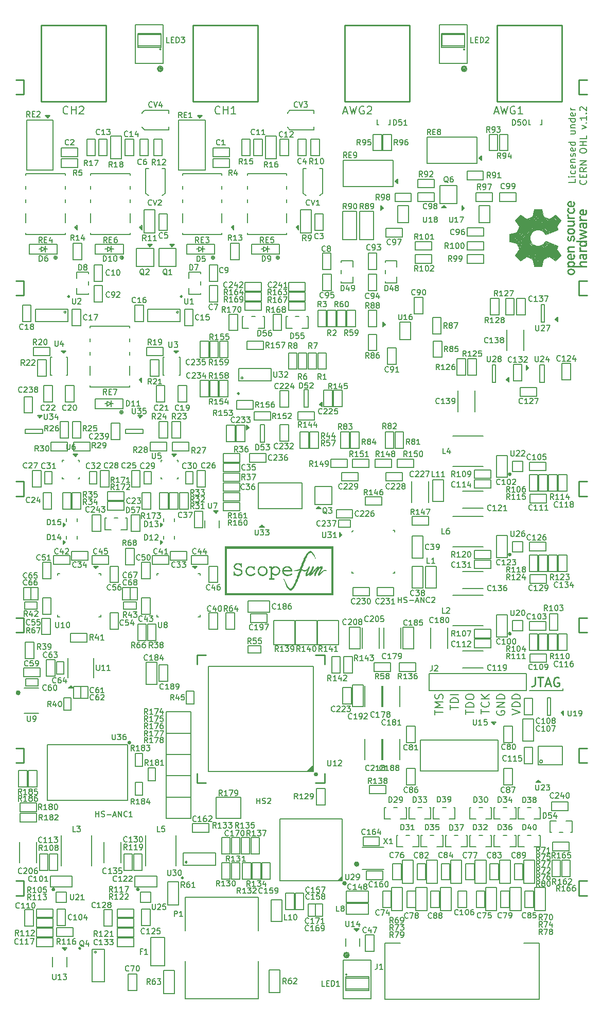
<source format=gbr>
G04 #@! TF.FileFunction,Legend,Top*
%FSLAX46Y46*%
G04 Gerber Fmt 4.6, Leading zero omitted, Abs format (unit mm)*
G04 Created by KiCad (PCBNEW 4.0.7) date 02/12/19 19:11:39*
%MOMM*%
%LPD*%
G01*
G04 APERTURE LIST*
%ADD10C,0.100000*%
%ADD11C,0.200000*%
%ADD12C,0.250000*%
%ADD13C,0.180000*%
%ADD14C,0.203200*%
%ADD15C,0.254000*%
%ADD16C,0.127000*%
%ADD17C,0.150000*%
G04 APERTURE END LIST*
D10*
D11*
X104688095Y-143190476D02*
X105988095Y-142757143D01*
X104688095Y-142323810D01*
X105988095Y-141890476D02*
X104688095Y-141890476D01*
X104688095Y-141580952D01*
X104750000Y-141395238D01*
X104873810Y-141271429D01*
X104997619Y-141209524D01*
X105245238Y-141147619D01*
X105430952Y-141147619D01*
X105678571Y-141209524D01*
X105802381Y-141271429D01*
X105926190Y-141395238D01*
X105988095Y-141580952D01*
X105988095Y-141890476D01*
X105988095Y-140590476D02*
X104688095Y-140590476D01*
X104688095Y-140280952D01*
X104750000Y-140095238D01*
X104873810Y-139971429D01*
X104997619Y-139909524D01*
X105245238Y-139847619D01*
X105430952Y-139847619D01*
X105678571Y-139909524D01*
X105802381Y-139971429D01*
X105926190Y-140095238D01*
X105988095Y-140280952D01*
X105988095Y-140590476D01*
X102210000Y-142571429D02*
X102148095Y-142695238D01*
X102148095Y-142880953D01*
X102210000Y-143066667D01*
X102333810Y-143190476D01*
X102457619Y-143252381D01*
X102705238Y-143314286D01*
X102890952Y-143314286D01*
X103138571Y-143252381D01*
X103262381Y-143190476D01*
X103386190Y-143066667D01*
X103448095Y-142880953D01*
X103448095Y-142757143D01*
X103386190Y-142571429D01*
X103324286Y-142509524D01*
X102890952Y-142509524D01*
X102890952Y-142757143D01*
X103448095Y-141952381D02*
X102148095Y-141952381D01*
X103448095Y-141209524D01*
X102148095Y-141209524D01*
X103448095Y-140590476D02*
X102148095Y-140590476D01*
X102148095Y-140280952D01*
X102210000Y-140095238D01*
X102333810Y-139971429D01*
X102457619Y-139909524D01*
X102705238Y-139847619D01*
X102890952Y-139847619D01*
X103138571Y-139909524D01*
X103262381Y-139971429D01*
X103386190Y-140095238D01*
X103448095Y-140280952D01*
X103448095Y-140590476D01*
X99608095Y-143066666D02*
X99608095Y-142323809D01*
X100908095Y-142695238D02*
X99608095Y-142695238D01*
X100784286Y-141147619D02*
X100846190Y-141209524D01*
X100908095Y-141395238D01*
X100908095Y-141519048D01*
X100846190Y-141704762D01*
X100722381Y-141828571D01*
X100598571Y-141890476D01*
X100350952Y-141952381D01*
X100165238Y-141952381D01*
X99917619Y-141890476D01*
X99793810Y-141828571D01*
X99670000Y-141704762D01*
X99608095Y-141519048D01*
X99608095Y-141395238D01*
X99670000Y-141209524D01*
X99731905Y-141147619D01*
X100908095Y-140590476D02*
X99608095Y-140590476D01*
X100908095Y-139847619D02*
X100165238Y-140404762D01*
X99608095Y-139847619D02*
X100350952Y-140590476D01*
X97068095Y-143128571D02*
X97068095Y-142385714D01*
X98368095Y-142757143D02*
X97068095Y-142757143D01*
X98368095Y-141952381D02*
X97068095Y-141952381D01*
X97068095Y-141642857D01*
X97130000Y-141457143D01*
X97253810Y-141333334D01*
X97377619Y-141271429D01*
X97625238Y-141209524D01*
X97810952Y-141209524D01*
X98058571Y-141271429D01*
X98182381Y-141333334D01*
X98306190Y-141457143D01*
X98368095Y-141642857D01*
X98368095Y-141952381D01*
X97068095Y-140404762D02*
X97068095Y-140157143D01*
X97130000Y-140033334D01*
X97253810Y-139909524D01*
X97501429Y-139847619D01*
X97934762Y-139847619D01*
X98182381Y-139909524D01*
X98306190Y-140033334D01*
X98368095Y-140157143D01*
X98368095Y-140404762D01*
X98306190Y-140528572D01*
X98182381Y-140652381D01*
X97934762Y-140714286D01*
X97501429Y-140714286D01*
X97253810Y-140652381D01*
X97130000Y-140528572D01*
X97068095Y-140404762D01*
X94528095Y-142385714D02*
X94528095Y-141642857D01*
X95828095Y-142014286D02*
X94528095Y-142014286D01*
X95828095Y-141209524D02*
X94528095Y-141209524D01*
X94528095Y-140900000D01*
X94590000Y-140714286D01*
X94713810Y-140590477D01*
X94837619Y-140528572D01*
X95085238Y-140466667D01*
X95270952Y-140466667D01*
X95518571Y-140528572D01*
X95642381Y-140590477D01*
X95766190Y-140714286D01*
X95828095Y-140900000D01*
X95828095Y-141209524D01*
X95828095Y-139909524D02*
X94528095Y-139909524D01*
X91988095Y-143190475D02*
X91988095Y-142447618D01*
X93288095Y-142819047D02*
X91988095Y-142819047D01*
X93288095Y-142014285D02*
X91988095Y-142014285D01*
X92916667Y-141580952D01*
X91988095Y-141147619D01*
X93288095Y-141147619D01*
X93226190Y-140590476D02*
X93288095Y-140404762D01*
X93288095Y-140095238D01*
X93226190Y-139971428D01*
X93164286Y-139909524D01*
X93040476Y-139847619D01*
X92916667Y-139847619D01*
X92792857Y-139909524D01*
X92730952Y-139971428D01*
X92669048Y-140095238D01*
X92607143Y-140342857D01*
X92545238Y-140466666D01*
X92483333Y-140528571D01*
X92359524Y-140590476D01*
X92235714Y-140590476D01*
X92111905Y-140528571D01*
X92050000Y-140466666D01*
X91988095Y-140342857D01*
X91988095Y-140033333D01*
X92050000Y-139847619D01*
X113025000Y-139275000D02*
X113025000Y-138875000D01*
X107525000Y-139275000D02*
X113025000Y-139275000D01*
D12*
X108425000Y-137078571D02*
X108425000Y-138150000D01*
X108353572Y-138364286D01*
X108210715Y-138507143D01*
X107996429Y-138578571D01*
X107853572Y-138578571D01*
X108925000Y-137078571D02*
X109782143Y-137078571D01*
X109353572Y-138578571D02*
X109353572Y-137078571D01*
X110210714Y-138150000D02*
X110925000Y-138150000D01*
X110067857Y-138578571D02*
X110567857Y-137078571D01*
X111067857Y-138578571D01*
X112353571Y-137150000D02*
X112210714Y-137078571D01*
X111996428Y-137078571D01*
X111782143Y-137150000D01*
X111639285Y-137292857D01*
X111567857Y-137435714D01*
X111496428Y-137721429D01*
X111496428Y-137935714D01*
X111567857Y-138221429D01*
X111639285Y-138364286D01*
X111782143Y-138507143D01*
X111996428Y-138578571D01*
X112139285Y-138578571D01*
X112353571Y-138507143D01*
X112425000Y-138435714D01*
X112425000Y-137935714D01*
X112139285Y-137935714D01*
D10*
X68596885Y-122473771D02*
X68581683Y-122406225D01*
X71179965Y-116469832D02*
X71246929Y-116484512D01*
X68424344Y-122404964D02*
X68360964Y-122453952D01*
X68518127Y-122491070D02*
X68454748Y-122540057D01*
X68424344Y-122404964D02*
X68439546Y-122472511D01*
X71313894Y-116499191D02*
X71246929Y-116484512D01*
X68518127Y-122491070D02*
X68439546Y-122472511D01*
X71179965Y-116469832D02*
X71313894Y-116499191D01*
X68454748Y-122540057D02*
X68439546Y-122472511D01*
X68487723Y-122355977D02*
X68424344Y-122404964D01*
X68360964Y-122453952D02*
X68439546Y-122472511D01*
X68360964Y-122453952D02*
X68291589Y-122504687D01*
X68409141Y-122337418D02*
X68424344Y-122404964D01*
X68487723Y-122355977D02*
X68409141Y-122337418D01*
X68291589Y-122504687D02*
X68276387Y-122437140D01*
X71024489Y-116876009D02*
X70942368Y-116900220D01*
X70982669Y-116740154D02*
X70921458Y-116832292D01*
X69604419Y-119675977D02*
X69634627Y-119765540D01*
X70057401Y-118748885D02*
X69992245Y-118931863D01*
X70190254Y-118394929D02*
X70222487Y-118481606D01*
X70718300Y-117169296D02*
X70746741Y-117244907D01*
X68598046Y-122098555D02*
X68676803Y-122081257D01*
X68918084Y-121970353D02*
X68836823Y-122017156D01*
X69098863Y-121065922D02*
X69184097Y-120996218D01*
X69927089Y-119114842D02*
X69859909Y-119300706D01*
X69403748Y-120577420D02*
X69426357Y-120666212D01*
X68755561Y-122063959D02*
X68692799Y-122158896D01*
X68848592Y-121645797D02*
X68929854Y-121598995D01*
X69011115Y-121552192D02*
X68948604Y-121683633D01*
X69144082Y-121243507D02*
X69077599Y-121397849D01*
X69987506Y-119293966D02*
X69890117Y-119390268D01*
X70190254Y-118394929D02*
X70123828Y-118571907D01*
X70775181Y-117320517D02*
X70683298Y-117375022D01*
X69098863Y-121065922D02*
X69121473Y-121154714D01*
X68502925Y-122423524D02*
X68439546Y-122472511D01*
X68360964Y-122453952D02*
X68276387Y-122437140D01*
X68454748Y-122540057D02*
X68291589Y-122504687D01*
X68207012Y-122487875D02*
X68276387Y-122437140D01*
X68376167Y-122521498D02*
X68291589Y-122504687D01*
X71113000Y-116455153D02*
X71246929Y-116484512D01*
X69529954Y-120225210D02*
X69466851Y-120401315D01*
X69664835Y-119855102D02*
X69597394Y-120040156D01*
X70860247Y-116924431D02*
X70789273Y-117046864D01*
X68345762Y-122386405D02*
X68360964Y-122453952D01*
X68886093Y-121815075D02*
X68820827Y-121939516D01*
X69862624Y-118941489D02*
X69894856Y-119028166D01*
X70676480Y-117033441D02*
X70697390Y-117101369D01*
X69144082Y-121243507D02*
X69162832Y-121328145D01*
X69927089Y-119114842D02*
X69957297Y-119204404D01*
X70454076Y-117733651D02*
X70486005Y-117815594D01*
X69269331Y-120926514D02*
X69206706Y-121085010D01*
X70718300Y-117169296D02*
X70654857Y-117299411D01*
X70126396Y-118231043D02*
X70225055Y-118140742D01*
X69448966Y-120755004D02*
X69359149Y-120840759D01*
X69604419Y-119675977D02*
X69698574Y-119581274D01*
X70126396Y-118231043D02*
X70158325Y-118312986D01*
X69862624Y-118941489D02*
X69960013Y-118845187D01*
X68345762Y-122386405D02*
X68424344Y-122404964D01*
X68630037Y-122253834D02*
X68566481Y-122338679D01*
X70254719Y-118568282D02*
X70156060Y-118658584D01*
X70591414Y-117429527D02*
X70522745Y-117581589D01*
X68660441Y-122388927D02*
X68581683Y-122406225D01*
X68848592Y-121645797D02*
X68867343Y-121730436D01*
X70397195Y-117582430D02*
X70494304Y-117505979D01*
X68630037Y-122253834D02*
X68645239Y-122321380D01*
X69350319Y-120396719D02*
X69377033Y-120487069D01*
X70454076Y-117733651D02*
X70388895Y-117892046D01*
X68598046Y-122098555D02*
X68614041Y-122176195D01*
X68886093Y-121815075D02*
X68902089Y-121892714D01*
X69181583Y-121412784D02*
X69096349Y-121482488D01*
X69403748Y-120577420D02*
X69336539Y-120751967D01*
X70397195Y-117582430D02*
X70425635Y-117658041D01*
X69350319Y-120396719D02*
X69440136Y-120310964D01*
X69664835Y-119855102D02*
X69691550Y-119945452D01*
X69718264Y-120035803D02*
X69624109Y-120130506D01*
X70323714Y-118050441D02*
X70256984Y-118222685D01*
X70676480Y-117033441D02*
X70768363Y-116978936D01*
X69792729Y-119486571D02*
X69728782Y-119670836D01*
X70517934Y-117897537D02*
X70420824Y-117973989D01*
X69992936Y-118575532D02*
X70059666Y-118403288D01*
X71024489Y-116876009D02*
X70963278Y-116968148D01*
X68787552Y-122219237D02*
X68708795Y-122236535D01*
X70902067Y-117060287D02*
X70881157Y-116992359D01*
X69583383Y-120405911D02*
X69516175Y-120580458D01*
X70259856Y-117886555D02*
X70328525Y-117734493D01*
X69604419Y-119675977D02*
X69668366Y-119491712D01*
X70775181Y-117320517D02*
X70711739Y-117450632D01*
X69529954Y-120225210D02*
X69503239Y-120134859D01*
X69476525Y-120044509D02*
X69540472Y-119860243D01*
X71380859Y-116513871D02*
X71313894Y-116499191D01*
X70534532Y-117278306D02*
X70605506Y-117155873D01*
X70121866Y-118922238D02*
X70024477Y-119018540D01*
X68787552Y-122219237D02*
X68723997Y-122304082D01*
X70648296Y-117580747D02*
X70583115Y-117739142D01*
X68472520Y-122288431D02*
X68535283Y-122193493D01*
X69853145Y-119665695D02*
X69822937Y-119576133D01*
X70387572Y-118214327D02*
X70321146Y-118391304D01*
X68533329Y-122558616D02*
X68518127Y-122491070D01*
X68918084Y-121970353D02*
X68852819Y-122094795D01*
X70676480Y-117033441D02*
X70747454Y-116911008D01*
X69048616Y-121721469D02*
X68967355Y-121768272D01*
X69987506Y-119293966D02*
X69920325Y-119479831D01*
X69732312Y-119307446D02*
X69797468Y-119124468D01*
X70818427Y-116788575D02*
X70892070Y-116705220D01*
X68723570Y-121908680D02*
X68786082Y-121777239D01*
X68848592Y-121645797D02*
X68911103Y-121514356D01*
X70902067Y-117060287D02*
X70810183Y-117114791D01*
X70190254Y-118394929D02*
X70091595Y-118485231D01*
X69853145Y-119665695D02*
X69785705Y-119850749D01*
X70648296Y-117580747D02*
X70619855Y-117505137D01*
X68973614Y-121382915D02*
X69036239Y-121224418D01*
X69583383Y-120405911D02*
X69493565Y-120491665D01*
X69048616Y-121721469D02*
X69029866Y-121636831D01*
X70121866Y-118922238D02*
X70089633Y-118835561D01*
X71380859Y-116513871D02*
X71322372Y-116558336D01*
X71246929Y-116484512D02*
X71179965Y-116469832D01*
X70591414Y-117429527D02*
X70562973Y-117353916D01*
X68787552Y-122219237D02*
X68771557Y-122141598D01*
X69224113Y-120748928D02*
X69287216Y-120572823D01*
X70982669Y-116740154D02*
X71003579Y-116808081D01*
X71263885Y-116602801D02*
X71123277Y-116671477D01*
X71099643Y-116651223D02*
X71041156Y-116695688D01*
X69403748Y-120577420D02*
X69313930Y-120663174D01*
X68755561Y-122063959D02*
X68739566Y-121986319D01*
X69314549Y-121104098D02*
X69248066Y-121258441D01*
X70121866Y-118922238D02*
X70054685Y-119108102D01*
X71146911Y-116691732D02*
X71064790Y-116715943D01*
X71099643Y-116651223D02*
X71181764Y-116627012D01*
X71246929Y-116484512D02*
X71173286Y-116567867D01*
X71380859Y-116513871D02*
X71240251Y-116582547D01*
X70965714Y-116621864D02*
X71032678Y-116636543D01*
X70965714Y-116621864D02*
X71106322Y-116553188D01*
X71146911Y-116691732D02*
X71085700Y-116783871D01*
X70387572Y-118214327D02*
X70355643Y-118132384D01*
X69048616Y-121721469D02*
X68983350Y-121845911D01*
X69583383Y-120405911D02*
X69556669Y-120315560D01*
X68533329Y-122558616D02*
X68454748Y-122540057D01*
X69314549Y-121104098D02*
X69291940Y-121015306D01*
X70387572Y-118214327D02*
X70288913Y-118304628D01*
X70902067Y-117060287D02*
X70838624Y-117190402D01*
X70648296Y-117580747D02*
X70551186Y-117657199D01*
X69853145Y-119665695D02*
X69758990Y-119760398D01*
X69314549Y-121104098D02*
X69229316Y-121173802D01*
X64951421Y-119442019D02*
X64990327Y-119022436D01*
X70323714Y-118050441D02*
X70291785Y-117968498D01*
X65065263Y-118853839D02*
X65079869Y-118980255D01*
X64955610Y-118994357D02*
X64848083Y-118925063D01*
X64986138Y-119470098D02*
X65020854Y-119498176D01*
X64990327Y-119022436D02*
X65079869Y-118980255D01*
X68345762Y-122386405D02*
X68409141Y-122337418D01*
X64986138Y-119470098D02*
X64981949Y-119917760D01*
X69269331Y-120926514D02*
X69246722Y-120837721D01*
X69718264Y-120035803D02*
X69650823Y-120220857D01*
X69792729Y-119486571D02*
X69762520Y-119397008D01*
X69862624Y-118941489D02*
X69927780Y-118758510D01*
X64955610Y-118994357D02*
X64990327Y-119022436D01*
X65025043Y-119050514D02*
X65059760Y-119078593D01*
X65055571Y-119526255D02*
X65020854Y-119498176D01*
X70965714Y-116621864D02*
X71039357Y-116538508D01*
X69664835Y-119855102D02*
X69570680Y-119949805D01*
X70718300Y-117169296D02*
X70626416Y-117223801D01*
X69927089Y-119114842D02*
X69829701Y-119211144D01*
X71099643Y-116651223D02*
X70959035Y-116719899D01*
X68630037Y-122253834D02*
X68551279Y-122271132D01*
X65010437Y-118924098D02*
X65079869Y-118980255D01*
X70517934Y-117897537D02*
X70452753Y-118055932D01*
X64890912Y-118853839D02*
X65065263Y-118853839D01*
X69098863Y-121065922D02*
X69161488Y-120907425D01*
X68660441Y-122388927D02*
X68596885Y-122473771D01*
X70860247Y-116924431D02*
X70839337Y-116856503D01*
X68886093Y-121815075D02*
X68804832Y-121861877D01*
X69181583Y-121412784D02*
X69115099Y-121567126D01*
X70397195Y-117582430D02*
X70465864Y-117430368D01*
X64981949Y-119917760D02*
X65020854Y-119498176D01*
X70982669Y-116740154D02*
X70900548Y-116764364D01*
X65025043Y-119050514D02*
X65079869Y-118980255D01*
X73959830Y-119446030D02*
X73931153Y-119467274D01*
X64977760Y-120365422D02*
X64981949Y-119917760D01*
X64990327Y-119022436D02*
X64986138Y-119470098D01*
X64951421Y-119442019D02*
X64986138Y-119470098D01*
X64955610Y-118994357D02*
X65079869Y-118980255D01*
X64955610Y-118994357D02*
X64983023Y-118959228D01*
X65025043Y-119050514D02*
X64990327Y-119022436D01*
X64943043Y-120337344D02*
X64977760Y-120365422D01*
X65059760Y-119078593D02*
X65020854Y-119498176D01*
X64890912Y-118853839D02*
X64848083Y-118925063D01*
X65059760Y-119078593D02*
X65055571Y-119526255D01*
X71263885Y-116602801D02*
X71205398Y-116647267D01*
X70057401Y-118748885D02*
X70025168Y-118662208D01*
X64848083Y-118925063D02*
X65010437Y-118924098D01*
X65079869Y-118980255D02*
X64983023Y-118959228D01*
X70454076Y-117733651D02*
X70356966Y-117810103D01*
X68598046Y-122098555D02*
X68660808Y-122003618D01*
X68502925Y-122423524D02*
X68487723Y-122355977D01*
X70254719Y-118568282D02*
X70188293Y-118745260D01*
X69448966Y-120755004D02*
X69381758Y-120929551D01*
X65037850Y-118888969D02*
X65079869Y-118980255D01*
X69011115Y-121552192D02*
X68992365Y-121467553D01*
X65094476Y-119106671D02*
X65059760Y-119078593D01*
X65010437Y-118924098D02*
X65037850Y-118888969D01*
X69350319Y-120396719D02*
X69413422Y-120220614D01*
X70126396Y-118231043D02*
X70193126Y-118058799D01*
X69144082Y-121243507D02*
X69058848Y-121313211D01*
X65059760Y-119078593D02*
X65079869Y-118980255D01*
X64890912Y-118853839D02*
X65010437Y-118924098D01*
X65010437Y-118924098D02*
X64983023Y-118959228D01*
X64943043Y-120337344D02*
X64981949Y-119917760D01*
X64947232Y-119889682D02*
X64986138Y-119470098D01*
X64947232Y-119889682D02*
X64943043Y-120337344D01*
X68216022Y-122704731D02*
X68182503Y-122706314D01*
X71380859Y-116513871D02*
X71732164Y-116459431D01*
X65432018Y-120785006D02*
X65472436Y-120789343D01*
X68251077Y-122702578D02*
X68216022Y-122704731D01*
X60023453Y-118842815D02*
X60017206Y-118805865D01*
X68345762Y-122386405D02*
X68276387Y-122437140D01*
X68134565Y-122705513D02*
X68088682Y-122698003D01*
X60029257Y-118382594D02*
X60154128Y-118415353D01*
X64728357Y-120919491D02*
X64692339Y-120900212D01*
X66847686Y-119596840D02*
X68383334Y-119602721D01*
X68251077Y-122702578D02*
X68088682Y-122698003D01*
X60029017Y-119978009D02*
X60059710Y-119922283D01*
X62213008Y-118854497D02*
X62260422Y-118885994D01*
X68216022Y-122704731D02*
X68088682Y-122698003D01*
X67799566Y-120334078D02*
X67739836Y-120338751D01*
X65094476Y-120178147D02*
X64938854Y-120785006D01*
X58931333Y-120262359D02*
X58814176Y-120233427D01*
X59395716Y-118456151D02*
X59337667Y-118469739D01*
X62272771Y-119134360D02*
X62103486Y-119174428D01*
X65016665Y-119945839D02*
X65020854Y-119498176D01*
X71380859Y-116513871D02*
X71246929Y-116484512D01*
X65016665Y-119945839D02*
X64981949Y-119917760D01*
X62297114Y-120078827D02*
X62089663Y-120059822D01*
X58814176Y-119768110D02*
X58827192Y-119738653D01*
X64938854Y-120785006D02*
X64977760Y-120365422D01*
X64938854Y-120785006D02*
X64943043Y-120337344D01*
X58880959Y-118839170D02*
X59020774Y-118869392D01*
X71380859Y-116513871D02*
X71414678Y-116508618D01*
X65016665Y-119945839D02*
X65055571Y-119526255D01*
X72542625Y-119100072D02*
X72477549Y-119083246D01*
X68533329Y-122558616D02*
X68174457Y-122489935D01*
X68207012Y-122487875D02*
X68291589Y-122504687D01*
X68287919Y-122700819D02*
X68251077Y-122702578D01*
X71487949Y-116512475D02*
X71446874Y-116508026D01*
X62259983Y-120110935D02*
X62213610Y-120145183D01*
X58993348Y-118523237D02*
X59181812Y-118542891D01*
X64947232Y-119889682D02*
X64951421Y-119442019D01*
X65016665Y-119945839D02*
X64977760Y-120365422D01*
X60156056Y-118482267D02*
X60156056Y-118540830D01*
X73931153Y-119467274D02*
X73829879Y-119493926D01*
X72542625Y-119100072D02*
X72587771Y-119047337D01*
X71446874Y-116508026D02*
X71414678Y-116508618D01*
X59337667Y-118469739D02*
X59282678Y-118488735D01*
X68174457Y-122489935D02*
X68207012Y-122487875D01*
X58948688Y-120117491D02*
X58809838Y-120087519D01*
X71826198Y-116566702D02*
X71446874Y-116508026D01*
X59136483Y-119085689D02*
X59178570Y-119114081D01*
X68253771Y-119423769D02*
X68236572Y-119462202D01*
X58999066Y-119145971D02*
X59178570Y-119114081D01*
X64900146Y-120785006D02*
X64938854Y-120785006D01*
X68387078Y-120104168D02*
X68361366Y-120130535D01*
X59981644Y-118460627D02*
X59521051Y-118445261D01*
X68182503Y-122706314D02*
X68134565Y-122705513D01*
X59155284Y-120105537D02*
X59211685Y-120134788D01*
X68136571Y-122481693D02*
X68174457Y-122489935D01*
X65025043Y-119050514D02*
X64986138Y-119470098D01*
X68284765Y-120014690D02*
X68350069Y-119990330D01*
X71559520Y-116541477D02*
X71487949Y-116512475D01*
X65025043Y-119050514D02*
X65020854Y-119498176D01*
X62354054Y-119983080D02*
X62324698Y-119924393D01*
X65094476Y-120261935D02*
X64938854Y-120785006D01*
X64947232Y-119889682D02*
X64981949Y-119917760D01*
X64938854Y-120785006D02*
X65114232Y-119682122D01*
X58899065Y-119717372D02*
X58942441Y-119762641D01*
X65432018Y-120923828D02*
X64728357Y-120919491D01*
X62288003Y-119917060D02*
X62324698Y-119924393D01*
X68284765Y-120014690D02*
X68314057Y-119995914D01*
X62272771Y-119234224D02*
X62132208Y-119273711D01*
X64938854Y-120785006D02*
X65125344Y-119718331D01*
X59020938Y-118811197D02*
X59020774Y-118869392D01*
X68397192Y-119489897D02*
X68236572Y-119462202D01*
X60154128Y-118825815D02*
X60023453Y-118842815D01*
X60154128Y-118825815D02*
X60017206Y-118805865D01*
X62272771Y-119234224D02*
X62103486Y-119174428D01*
X65094476Y-119106671D02*
X65055571Y-119526255D01*
X68361366Y-120130535D02*
X68320743Y-120163162D01*
X60154128Y-118415353D02*
X60156056Y-118448276D01*
X65472436Y-120789343D02*
X65521998Y-120833205D01*
X59043917Y-118968476D02*
X59067059Y-119011720D01*
X62272771Y-119234224D02*
X62270796Y-119291150D01*
X65094476Y-120103076D02*
X64938854Y-120785006D01*
X60156056Y-118540830D02*
X59743606Y-118485143D01*
X59211685Y-120134788D02*
X59270282Y-120158757D01*
X58976155Y-119919477D02*
X59005413Y-119972709D01*
X59020774Y-118869392D02*
X59028488Y-118921039D01*
X64740556Y-118855769D02*
X65032654Y-118853839D01*
X61872517Y-118997601D02*
X61818170Y-118978556D01*
X59743606Y-118485143D02*
X59690875Y-118467695D01*
X62034501Y-119090070D02*
X61985027Y-119053565D01*
X64699422Y-120802358D02*
X64740556Y-120786935D01*
X60019134Y-118415354D02*
X60156056Y-118448276D01*
X59920440Y-119310395D02*
X59985834Y-119341328D01*
X62260422Y-119324517D02*
X62232763Y-119350754D01*
X64820134Y-120785006D02*
X64858842Y-120785006D01*
X60156056Y-118576254D02*
X59843345Y-118534989D01*
X65523936Y-120865503D02*
X64678797Y-120833207D01*
X59738360Y-119394688D02*
X59678484Y-119381665D01*
X59309781Y-119306843D02*
X59875274Y-119294600D01*
X62270796Y-119291150D02*
X62260422Y-119324517D01*
X59820207Y-119278830D02*
X59875274Y-119294600D01*
X62232763Y-119350754D02*
X62191594Y-119356095D01*
X59028488Y-118921039D02*
X59043917Y-118968476D01*
X64858842Y-120785006D02*
X64900146Y-120785006D01*
X64768774Y-120923828D02*
X64728357Y-120919491D01*
X66439000Y-119526528D02*
X66297230Y-119486023D01*
X60029257Y-118382594D02*
X60097721Y-118351670D01*
X62297114Y-120078827D02*
X62259983Y-120110935D01*
X68350069Y-119990330D02*
X68383094Y-120001903D01*
X59456838Y-118447986D02*
X59395716Y-118456151D01*
X68390118Y-119436060D02*
X68236572Y-119462202D01*
X64778289Y-120785006D02*
X64820134Y-120785006D01*
X66428299Y-119402962D02*
X66436322Y-119464315D01*
X59636215Y-118455232D02*
X59579612Y-118447754D01*
X64773109Y-118853839D02*
X64829089Y-118853839D01*
X58809838Y-119809256D02*
X58957246Y-119861794D01*
X62159136Y-119342267D02*
X62139094Y-119310004D01*
X66439000Y-119526528D02*
X66436322Y-119464315D01*
X58952405Y-119089789D02*
X59097915Y-119050786D01*
X65094476Y-120039631D02*
X64938854Y-120785006D01*
X65094476Y-120785006D02*
X64740556Y-120786935D01*
X68383334Y-119602721D02*
X68140017Y-119602721D01*
X64938854Y-120785006D02*
X65105589Y-119644841D01*
X59579612Y-118447754D02*
X59521051Y-118445261D01*
X60156056Y-118540830D02*
X59794425Y-118507574D01*
X64740556Y-118855769D02*
X64997784Y-118853839D01*
X60059710Y-119922283D02*
X60080189Y-119861589D01*
X65472436Y-120919489D02*
X64692339Y-120900212D01*
X68273111Y-120193699D02*
X68218501Y-120222128D01*
X58809838Y-119882098D02*
X58976155Y-119919477D01*
X62260422Y-119324517D02*
X62159136Y-119342267D01*
X59391687Y-119327662D02*
X59920440Y-119310395D01*
X59067059Y-119011720D02*
X59097915Y-119050786D01*
X68403882Y-120072492D02*
X68244219Y-120044447D01*
X62343585Y-120020970D02*
X62324987Y-120048843D01*
X59880865Y-120112291D02*
X59937050Y-120074430D01*
X65523936Y-120865503D02*
X65508455Y-120900210D01*
X65369717Y-118879874D02*
X65982973Y-118856319D01*
X62171271Y-118859757D02*
X62213008Y-118854497D01*
X60017206Y-118457305D02*
X60019134Y-118415354D01*
X59230731Y-118513124D02*
X59181812Y-118542891D01*
X64692339Y-120900212D02*
X64676859Y-120865506D01*
X62343585Y-120020970D02*
X62182490Y-119989949D01*
X68401212Y-119545451D02*
X68383334Y-119602721D01*
X60017206Y-118805865D02*
X60009543Y-118751549D01*
X68383334Y-119602721D02*
X67871304Y-119602721D01*
X62272771Y-119169104D02*
X62272771Y-119234224D01*
X62103486Y-119174428D02*
X62074004Y-119130368D01*
X64740556Y-118855769D02*
X64961783Y-118853839D01*
X58814176Y-119768110D02*
X58948688Y-119799677D01*
X64678797Y-118902046D02*
X64699422Y-118871197D01*
X59824522Y-120141724D02*
X59880865Y-120112291D01*
X62270796Y-119291150D02*
X62139094Y-119310004D01*
X59005413Y-119972709D02*
X59045021Y-120021473D01*
X60009543Y-118751549D02*
X59993333Y-118700903D01*
X65094476Y-119948095D02*
X64938854Y-120785006D01*
X61818170Y-118978556D02*
X61762568Y-118963744D01*
X65508455Y-120900210D02*
X65472436Y-120919489D01*
X59521051Y-118445261D02*
X59456838Y-118447986D01*
X60017206Y-118457305D02*
X60156056Y-118482267D01*
X60205920Y-119935489D02*
X60029017Y-119978009D01*
X64740556Y-118855769D02*
X64829089Y-118853839D01*
X60144005Y-118382593D02*
X60154128Y-118415353D01*
X68320743Y-120163162D02*
X68273111Y-120193699D01*
X62232763Y-119350754D02*
X62159136Y-119342267D01*
X58809838Y-119923182D02*
X59005413Y-119972709D01*
X66414946Y-119342486D02*
X66428299Y-119402962D01*
X58814176Y-120233427D02*
X58809838Y-120193008D01*
X58948688Y-120117491D02*
X58948688Y-120151797D01*
X65094476Y-119990714D02*
X64938854Y-120785006D01*
X68383334Y-119602721D02*
X68013034Y-119602721D01*
X58917410Y-119026726D02*
X59097915Y-119050786D01*
X62354054Y-119983080D02*
X62226482Y-119949790D01*
X68284765Y-120014690D02*
X68403736Y-120038062D01*
X59029961Y-118752799D02*
X59020938Y-118811197D01*
X65420559Y-118856755D02*
X65922480Y-118835755D01*
X64740556Y-118855769D02*
X64925782Y-118853839D01*
X58833459Y-120269442D02*
X58814176Y-120233427D01*
X60156056Y-118614136D02*
X59968592Y-118653924D01*
X60144005Y-118858625D02*
X60117007Y-118884227D01*
X62074004Y-119130368D02*
X62034501Y-119090070D01*
X59875274Y-119294600D02*
X59920440Y-119310395D01*
X64728357Y-118989915D02*
X64692339Y-118970167D01*
X65982973Y-118856319D02*
X66041701Y-118881985D01*
X62226482Y-119949790D02*
X62324698Y-119924393D01*
X65922480Y-118835755D02*
X65982973Y-118856319D01*
X68383334Y-119602721D02*
X67719742Y-119602721D01*
X65094476Y-119106671D02*
X65079869Y-118980255D01*
X59090930Y-119217275D02*
X59595442Y-119231815D01*
X65508455Y-120900210D02*
X64676859Y-120865506D01*
X64740556Y-118855769D02*
X64890912Y-118853839D01*
X60017206Y-118457305D02*
X60156056Y-118448276D01*
X61762568Y-118963744D02*
X61705698Y-118953164D01*
X58985823Y-120149678D02*
X59155284Y-120105537D01*
X59225250Y-119137859D02*
X59281101Y-119159991D01*
X65521998Y-120833205D02*
X64699422Y-120802358D01*
X60056255Y-118356835D02*
X60097721Y-118351670D01*
X62272771Y-119099617D02*
X61985027Y-119053565D01*
X64678797Y-120833207D02*
X64699422Y-120802358D01*
X58915645Y-118650393D02*
X59047994Y-118698654D01*
X59861410Y-119432289D02*
X59829854Y-119420017D01*
X58957246Y-119861794D02*
X58976155Y-119919477D01*
X68383334Y-119602721D02*
X68247339Y-119602721D01*
X62253976Y-119928120D02*
X62324698Y-119924393D01*
X62270796Y-119291150D02*
X62132208Y-119273711D01*
X60029257Y-118382594D02*
X60056255Y-118356835D01*
X60156056Y-118614136D02*
X59893582Y-118570966D01*
X64740556Y-120786935D02*
X64820134Y-120785006D01*
X59993333Y-118700903D02*
X59968592Y-118653924D01*
X58809838Y-120151034D02*
X58809838Y-120087519D01*
X66396276Y-119282903D02*
X66220180Y-119233117D01*
X66988212Y-119462202D02*
X67082539Y-119462202D01*
X59794425Y-118507574D02*
X59743606Y-118485143D01*
X58948688Y-120185872D02*
X58946759Y-120221227D01*
X68218501Y-120222128D02*
X67681362Y-120201488D01*
X64676859Y-118934612D02*
X64678797Y-118902046D01*
X58930908Y-118616609D02*
X59075017Y-118648780D01*
X62272771Y-119065965D02*
X61872517Y-118997601D01*
X59829854Y-119420017D02*
X59788827Y-119407478D01*
X66428299Y-119402962D02*
X66278884Y-119371105D01*
X62132208Y-118994357D02*
X62272771Y-118964101D01*
X60019134Y-118415354D02*
X60029257Y-118382594D01*
X61705698Y-118953164D02*
X61647542Y-118946818D01*
X68320743Y-120163162D02*
X68064241Y-120137764D01*
X59155977Y-118561912D02*
X59111017Y-118603193D01*
X62226482Y-119949790D02*
X62253976Y-119928120D01*
X60154128Y-118825815D02*
X60144005Y-118858625D01*
X59047994Y-118698654D02*
X59029961Y-118752799D01*
X60156056Y-118765662D02*
X60017206Y-118805865D01*
X62270796Y-118919360D02*
X62272771Y-118964101D01*
X65094476Y-120709935D02*
X64938854Y-120785006D01*
X58900477Y-120282982D02*
X58833459Y-120269442D01*
X64676859Y-120865506D02*
X64678797Y-120833207D01*
X66414946Y-119342486D02*
X66254424Y-119299948D01*
X62132208Y-118961827D02*
X62134138Y-118919360D01*
X58946759Y-120221227D02*
X58931333Y-120262359D01*
X58948688Y-119799677D02*
X58957246Y-119861794D01*
X68383334Y-119602721D02*
X66986515Y-119602721D01*
X62272771Y-118964101D02*
X62272771Y-119006302D01*
X65094476Y-120785006D02*
X64938854Y-120785006D01*
X59080770Y-118441871D02*
X59456838Y-118447986D01*
X59097915Y-119050786D02*
X59136483Y-119085689D01*
X62272771Y-119065965D02*
X61925627Y-119020880D01*
X58942441Y-119762641D02*
X58948688Y-119799677D01*
X62324987Y-120048843D02*
X62136882Y-120026627D01*
X62139094Y-119310004D02*
X62132208Y-119273711D01*
X62272771Y-119099617D02*
X62074004Y-119130368D01*
X65472436Y-120919489D02*
X65432018Y-120923828D01*
X68273111Y-120193699D02*
X67963628Y-120168942D01*
X62134138Y-118919360D02*
X62144266Y-118885994D01*
X59788827Y-119407478D02*
X59738360Y-119394688D01*
X62324987Y-120048843D02*
X62297114Y-120078827D01*
X59843345Y-118534989D02*
X59794425Y-118507574D01*
X59829854Y-119420017D02*
X60131460Y-119459513D01*
X66396276Y-119282903D02*
X66414946Y-119342486D01*
X59142671Y-119245541D02*
X59090930Y-119217275D01*
X68383334Y-119602721D02*
X67563266Y-119602721D01*
X58893446Y-118721938D02*
X59029961Y-118752799D01*
X65094476Y-120626148D02*
X64938854Y-120785006D01*
X62132208Y-118994357D02*
X62132208Y-118961827D01*
X68383334Y-119602721D02*
X67406789Y-119602721D01*
X59893582Y-118570966D02*
X59843345Y-118534989D01*
X62132208Y-118994357D02*
X61762568Y-118963744D01*
X58948688Y-120151797D02*
X58809838Y-120193008D01*
X59282678Y-118488735D02*
X59230731Y-118513124D01*
X66227055Y-119012986D02*
X66270236Y-119060057D01*
X58974277Y-119118742D02*
X59136483Y-119085689D01*
X62132208Y-119273711D02*
X62122903Y-119222219D01*
X64740556Y-120786935D02*
X64858842Y-120785006D01*
X64692339Y-118970167D02*
X64676859Y-118934612D01*
X64938854Y-120785006D02*
X65099415Y-119606481D01*
X68218501Y-120222128D02*
X67799517Y-120196274D01*
X62272771Y-119006302D02*
X62272771Y-119065965D01*
X64699422Y-118871197D02*
X64740556Y-118855769D01*
X64740556Y-120786935D02*
X64900146Y-120785006D01*
X64740556Y-120786935D02*
X64938854Y-120785006D01*
X65432018Y-120785006D02*
X64740556Y-120786935D01*
X65094476Y-120536547D02*
X64938854Y-120785006D01*
X62213610Y-120145183D02*
X61990415Y-120115753D01*
X64938854Y-120785006D02*
X65095711Y-119567045D01*
X68383334Y-119602721D02*
X67255228Y-119602721D01*
X65094476Y-119948095D02*
X65094476Y-119990714D01*
X66270236Y-119060057D02*
X65996869Y-119019187D01*
X60156056Y-118765662D02*
X60154128Y-118825815D01*
X67922914Y-120315309D02*
X67860581Y-120326269D01*
X68218501Y-120222128D02*
X67741312Y-120200184D01*
X59968592Y-118653924D02*
X59935337Y-118610612D01*
X68403882Y-120072492D02*
X68387078Y-120104168D01*
X64768774Y-118994357D02*
X64728357Y-118989915D01*
X68383334Y-119602721D02*
X67113498Y-119602721D01*
X64955610Y-118994357D02*
X64951421Y-119442019D01*
X65094476Y-120351535D02*
X64938854Y-120785006D01*
X59026769Y-119171472D02*
X59225250Y-119137859D01*
X68383094Y-120001903D02*
X68403736Y-120038062D01*
X58809838Y-119809256D02*
X58814176Y-119768110D01*
X62260422Y-119324517D02*
X62139094Y-119310004D01*
X58931333Y-120262359D02*
X58900477Y-120282982D01*
X59019712Y-118494778D02*
X59230731Y-118513124D01*
X58948688Y-120117491D02*
X59155284Y-120105537D01*
X62144266Y-118885994D02*
X62213008Y-118854497D01*
X65065263Y-118853839D02*
X65037850Y-118888969D01*
X61925627Y-119020880D02*
X61872517Y-118997601D01*
X68387078Y-120104168D02*
X68157782Y-120096255D01*
X62354054Y-119983080D02*
X62343585Y-120020970D01*
X59738360Y-119394688D02*
X60101121Y-119426062D01*
X58948688Y-120151797D02*
X58948688Y-120185872D01*
X58886508Y-118759695D02*
X59020938Y-118811197D01*
X58809838Y-120193008D02*
X58809838Y-120151034D01*
X58827192Y-119738653D02*
X58942441Y-119762641D01*
X59272052Y-119295644D02*
X59820207Y-119278830D01*
X60156056Y-118448276D02*
X60156056Y-118482267D01*
X59935337Y-118610612D02*
X59893582Y-118570966D01*
X64938854Y-120785006D02*
X65094476Y-119526528D01*
X60017206Y-118489844D02*
X60017206Y-118457305D01*
X64938854Y-120785006D02*
X65095723Y-119486011D01*
X64938854Y-120785006D02*
X65099465Y-119446578D01*
X65521998Y-120833205D02*
X65523936Y-120865503D01*
X68314057Y-119995914D02*
X68350069Y-119990330D01*
X58948688Y-120185872D02*
X58809838Y-120193008D01*
X60076318Y-118889383D02*
X60043301Y-118875473D01*
X60043301Y-118875473D02*
X60023453Y-118842815D01*
X62191594Y-119356095D02*
X62159136Y-119342267D01*
X64740556Y-118855769D02*
X64773109Y-118853839D01*
X59178570Y-119114081D02*
X59225250Y-119137859D01*
X62260422Y-118885994D02*
X62270796Y-118919360D01*
X71300066Y-120250471D02*
X71307917Y-120188063D01*
X73373623Y-119147286D02*
X73351412Y-119205597D01*
X67860581Y-120326269D02*
X67799566Y-120334078D01*
X62144266Y-118885994D02*
X62171271Y-118859757D01*
X62134138Y-118919360D02*
X62260422Y-118885994D01*
X58948688Y-120117491D02*
X58809838Y-120151034D01*
X59111017Y-118603193D02*
X59075017Y-118648780D01*
X64740556Y-120786935D02*
X64778289Y-120785006D01*
X62095378Y-118963944D02*
X61588085Y-118944702D01*
X58882417Y-118880082D02*
X59028488Y-118921039D01*
X60144005Y-118858625D02*
X60023453Y-118842815D01*
X60097721Y-118351670D02*
X60144005Y-118382593D01*
X70732401Y-119981745D02*
X70745523Y-119948314D01*
X69190560Y-119536544D02*
X69021546Y-119544404D01*
X62259983Y-120110935D02*
X62040838Y-120089532D01*
X62253976Y-119928120D02*
X62288003Y-119917060D01*
X60144005Y-118858625D02*
X60043301Y-118875473D01*
X68888233Y-119481662D02*
X68947879Y-119477516D01*
X74082408Y-119480434D02*
X74003251Y-119454726D01*
X73959830Y-119446030D02*
X74003251Y-119454726D01*
X72252527Y-120320977D02*
X72219854Y-120361889D01*
X73931153Y-119467274D02*
X73772646Y-119454124D01*
X59690875Y-118467695D02*
X59636215Y-118455232D01*
X65472436Y-120789343D02*
X64699422Y-120802358D01*
X60117007Y-118884227D02*
X60076318Y-118889383D01*
X73106280Y-119024628D02*
X72971077Y-118990118D01*
X58868173Y-120284920D02*
X58833459Y-120269442D01*
X73351412Y-119205597D02*
X73270868Y-119178395D01*
X61647542Y-118946818D02*
X61588085Y-118944702D01*
X62132208Y-118961827D02*
X62270796Y-118919360D01*
X60017206Y-118489844D02*
X59636215Y-118455232D01*
X68403882Y-120072492D02*
X68403736Y-120038062D01*
X70745523Y-119948314D02*
X70772913Y-119890791D01*
X60017206Y-118489844D02*
X60156056Y-118482267D01*
X60117007Y-118884227D02*
X60043301Y-118875473D01*
X64829089Y-118853839D02*
X64890912Y-118853839D01*
X69311505Y-119518727D02*
X68791907Y-119492591D01*
X60131975Y-120079397D02*
X59880865Y-120112291D01*
X68284765Y-120014690D02*
X68383094Y-120001903D01*
X58985823Y-120149678D02*
X58948688Y-120117491D01*
X68845690Y-119509083D02*
X68791907Y-119492591D01*
X59270282Y-120158757D02*
X59331106Y-120177427D01*
X66436322Y-119464315D02*
X66287445Y-119408316D01*
X65094476Y-120444041D02*
X64938854Y-120785006D01*
X58827192Y-119738653D02*
X58899065Y-119717372D01*
X60017206Y-118489844D02*
X60156056Y-118540830D01*
X73618489Y-119509810D02*
X73829879Y-119493926D01*
X72734182Y-118810935D02*
X72789731Y-118887465D01*
X70902453Y-120137120D02*
X70933619Y-120146843D01*
X70691114Y-120095123D02*
X70902453Y-120137120D01*
X66372304Y-119224230D02*
X66396276Y-119282903D01*
X58827192Y-119738653D02*
X58858048Y-119717654D01*
X69417129Y-119495776D02*
X68845690Y-119509083D01*
X68889429Y-119521850D02*
X68845690Y-119509083D01*
X71305580Y-120294269D02*
X71300066Y-120250471D01*
X59075017Y-118648780D02*
X59047994Y-118698654D01*
X62122903Y-119222219D02*
X62103486Y-119174428D01*
X58946759Y-120221227D02*
X58809838Y-120193008D01*
X75168604Y-121263827D02*
X75104790Y-121328967D01*
X66530710Y-123454950D02*
X70636914Y-123454950D01*
X62488303Y-123384025D02*
X66530693Y-123313100D01*
X75040976Y-117921778D02*
X75104790Y-119592802D01*
X57637439Y-119592806D02*
X57637439Y-121198696D01*
X73201220Y-119053546D02*
X73413535Y-119022729D01*
X74003251Y-119454726D02*
X73772646Y-119454124D01*
X74116829Y-119479769D02*
X74003251Y-119454726D01*
X70700728Y-123525876D02*
X70636914Y-123454950D01*
X74082408Y-119480434D02*
X73829879Y-119493926D01*
X70573084Y-123242174D02*
X70509286Y-123313100D01*
X74977162Y-117986917D02*
X74913349Y-117921782D01*
X62552101Y-123313100D02*
X66530693Y-123313100D01*
X70573100Y-123384025D02*
X70636914Y-123454950D01*
X75104790Y-121328967D02*
X75040976Y-121263831D01*
X57637439Y-119592806D02*
X57573642Y-121263831D01*
X74977162Y-119592806D02*
X75040976Y-121263831D01*
X57573642Y-121263831D02*
X57637439Y-121198696D01*
X57637439Y-117986917D02*
X57637439Y-119592806D01*
X57701238Y-117921782D02*
X57637439Y-119592806D01*
X74116829Y-119479769D02*
X74082408Y-119480434D01*
X62615898Y-123242174D02*
X62552101Y-123313100D01*
X57637439Y-123313100D02*
X57701238Y-121133560D01*
X73159521Y-119015026D02*
X73106280Y-119024628D01*
X73700865Y-119531523D02*
X73829879Y-119493926D01*
X74977162Y-123313100D02*
X70573100Y-123384025D01*
X57701238Y-121133560D02*
X57637439Y-121198696D01*
X68845690Y-119509083D02*
X68888233Y-119481662D01*
X72789731Y-118887465D02*
X72710884Y-118871470D01*
X75104790Y-123454950D02*
X75040976Y-121263831D01*
X70933619Y-120146843D02*
X70986860Y-120137239D01*
X70573084Y-123242174D02*
X66530693Y-123313100D01*
X69021546Y-119544404D02*
X68971241Y-119538852D01*
X74082408Y-119480434D02*
X73931153Y-119467274D01*
X70902453Y-120137120D02*
X70903041Y-120075862D01*
X74977162Y-119592806D02*
X74977162Y-121198696D01*
X74913349Y-117921782D02*
X74977162Y-119592806D01*
X72789731Y-118887465D02*
X72785723Y-118942180D01*
X73201220Y-119053546D02*
X73159521Y-119015026D01*
X57637439Y-117986917D02*
X57701238Y-117921782D01*
X57637439Y-123313100D02*
X57637439Y-121198696D01*
X70509286Y-123313100D02*
X70573100Y-123384025D01*
X75104790Y-123454950D02*
X75104790Y-121328967D01*
X62552101Y-123313100D02*
X62488303Y-123384025D01*
X75104790Y-117856638D02*
X75040976Y-117921778D01*
X70672586Y-120183235D02*
X70902453Y-120137120D01*
X70902453Y-120137120D02*
X70803769Y-120095057D01*
X68971241Y-119538852D02*
X68929240Y-119531554D01*
X74977162Y-117986917D02*
X74977162Y-119592806D01*
X75104790Y-117856638D02*
X75104790Y-119592802D01*
X70700728Y-123525876D02*
X75104790Y-123454950D01*
X70509286Y-123313100D02*
X66530693Y-123313100D01*
X57637439Y-123313100D02*
X62615898Y-123242174D01*
X75168604Y-121263827D02*
X75104790Y-119592802D01*
X75168604Y-117791499D02*
X75104790Y-117856638D01*
X70573100Y-123384025D02*
X66530710Y-123454950D01*
X73931153Y-119467274D02*
X74003251Y-119454726D01*
X68929240Y-119531554D02*
X68889429Y-119521850D01*
X74977162Y-121198696D02*
X75040976Y-121263831D01*
X70935438Y-119898301D02*
X70840481Y-119923307D01*
X75104790Y-123454950D02*
X70636914Y-123454950D01*
X57637439Y-123313100D02*
X62552101Y-123313100D01*
X75104790Y-121328967D02*
X75104790Y-119592802D01*
X74977162Y-123313100D02*
X70509286Y-123313100D01*
X57509844Y-117856638D02*
X57509844Y-119592802D01*
X62488320Y-123525876D02*
X66530710Y-123454950D01*
X74977162Y-123313100D02*
X74977162Y-121198696D01*
X70764525Y-115647296D02*
X75104790Y-115647296D01*
X62424506Y-123454950D02*
X62488303Y-123384025D01*
X74977162Y-115789156D02*
X75040976Y-117921778D01*
X70700711Y-115718226D02*
X70636897Y-115789156D01*
X62615898Y-115860085D02*
X66658304Y-115789156D01*
X70764525Y-115647296D02*
X70700711Y-115718226D01*
X70700728Y-115576366D02*
X70764525Y-115647296D01*
X70700728Y-115576366D02*
X66658321Y-115647296D01*
X62488320Y-115576366D02*
X62552117Y-115647296D01*
X62488320Y-115576366D02*
X57509844Y-115647296D01*
X57446047Y-117791499D02*
X57509844Y-115647296D01*
X57637439Y-117986917D02*
X57573642Y-117921778D01*
X74977162Y-123313100D02*
X74913349Y-121133560D01*
X57509844Y-121328967D02*
X57446047Y-121263827D01*
X70764525Y-115647296D02*
X66658321Y-115647296D01*
X62679712Y-115789156D02*
X62615914Y-115718226D01*
X74977162Y-115789156D02*
X74977162Y-117986917D01*
X75104790Y-115647296D02*
X75104790Y-117856638D01*
X75168604Y-117791499D02*
X75104790Y-115647296D01*
X75104790Y-115647296D02*
X70700711Y-115718226D01*
X62679712Y-115789156D02*
X57637439Y-115789156D01*
X57509844Y-117856638D02*
X57573642Y-117921778D01*
X66466896Y-123384025D02*
X70573100Y-123384025D01*
X62424506Y-123454950D02*
X66530710Y-123454950D01*
X62488320Y-123525876D02*
X62424506Y-123454950D01*
X70573084Y-115860085D02*
X70636897Y-115789156D01*
X57509844Y-123454950D02*
X57573642Y-121263831D01*
X62615914Y-115718226D02*
X66658321Y-115647296D01*
X57509844Y-123454950D02*
X62488303Y-123384025D01*
X75040976Y-123384025D02*
X70636914Y-123454950D01*
X57446047Y-117791499D02*
X57509844Y-117856638D01*
X57637439Y-115789156D02*
X62615914Y-115718226D01*
X62679712Y-115789156D02*
X62615898Y-115860085D01*
X74913349Y-119527671D02*
X74977162Y-119592806D01*
X57509844Y-123454950D02*
X62424506Y-123454950D01*
X74977162Y-115789156D02*
X70573084Y-115860085D01*
X74913349Y-121133560D02*
X74977162Y-121198696D01*
X74977162Y-115789156D02*
X70636897Y-115789156D01*
X74977162Y-117986917D02*
X75040976Y-117921778D01*
X57573642Y-123384025D02*
X62488303Y-123384025D01*
X66658304Y-115789156D02*
X70636897Y-115789156D01*
X70700711Y-115718226D02*
X66658304Y-115789156D01*
X66594491Y-123242174D02*
X66530693Y-123313100D01*
X75040976Y-119657942D02*
X75040976Y-121263831D01*
X62552117Y-115647296D02*
X62615914Y-115718226D01*
X62552117Y-115647296D02*
X66658321Y-115647296D01*
X57509844Y-115647296D02*
X62552117Y-115647296D01*
X57701238Y-119527671D02*
X57637439Y-121198696D01*
X57637439Y-117986917D02*
X57637439Y-115789156D01*
X57573642Y-119657942D02*
X57573642Y-121263831D01*
X57509844Y-123454950D02*
X57509844Y-121328967D01*
X57509844Y-121328967D02*
X57509844Y-119592802D01*
X66466896Y-123384025D02*
X66530710Y-123454950D01*
X57573642Y-123384025D02*
X62552101Y-123313100D01*
X57637439Y-115789156D02*
X57573642Y-117921778D01*
X57509844Y-119592802D02*
X57573642Y-117921778D01*
X62679712Y-115789156D02*
X66658304Y-115789156D01*
X74913349Y-119527671D02*
X74977162Y-121198696D01*
X57509844Y-115647296D02*
X57509844Y-117856638D01*
X57509844Y-121328967D02*
X57573642Y-121263831D01*
X57446047Y-121263827D02*
X57509844Y-119592802D01*
X72999742Y-119580560D02*
X73100224Y-119528875D01*
X70954412Y-119265493D02*
X71060591Y-119296183D01*
X71755725Y-119023045D02*
X71771972Y-118986380D01*
X71500633Y-119563375D02*
X71635254Y-119554950D01*
X72498992Y-119780296D02*
X72476870Y-119827390D01*
X72412777Y-119967380D02*
X72280010Y-120004551D01*
X72614540Y-119199670D02*
X72662097Y-119201418D01*
X72454749Y-119874485D02*
X72341410Y-119848403D01*
X72640920Y-119516097D02*
X72503559Y-119523050D01*
X71073862Y-119131156D02*
X71096442Y-119097372D01*
X70820103Y-119791685D02*
X70877770Y-119844993D01*
X72157715Y-119363234D02*
X72244529Y-119259083D01*
X72366197Y-119530004D02*
X72383403Y-119496960D01*
X71019550Y-119199281D02*
X71122941Y-119193309D01*
X72961157Y-119933780D02*
X72939514Y-119988715D01*
X72778330Y-120007878D02*
X72848101Y-120025764D01*
X71026838Y-119357488D02*
X71096805Y-119342180D01*
X71826196Y-119780451D02*
X71905687Y-119679980D01*
X72412777Y-119967380D02*
X72298310Y-119950270D01*
X70879171Y-119667629D02*
X70930844Y-119716515D01*
X71726959Y-119631878D02*
X71709754Y-119664921D01*
X72503837Y-119111422D02*
X72459329Y-119159445D01*
X73190325Y-119151192D02*
X73296178Y-119108973D01*
X72422483Y-119422483D02*
X72550309Y-119346234D01*
X71627896Y-120161713D02*
X71483155Y-120118265D01*
X72493604Y-118977910D02*
X72641667Y-118932687D01*
X72414821Y-119207469D02*
X72351078Y-119286463D01*
X72498992Y-119780296D02*
X72387444Y-119747444D01*
X73060921Y-119470073D02*
X73088419Y-119415432D01*
X71638401Y-119287383D02*
X71751743Y-119313473D01*
X72758592Y-119341414D02*
X72590537Y-119381948D01*
X71276868Y-119061077D02*
X71251600Y-119124206D01*
X70879171Y-119667629D02*
X70959587Y-119644755D01*
X71313518Y-118954072D02*
X71295193Y-119007574D01*
X71791664Y-119983514D02*
X71808930Y-119881982D01*
X71391971Y-119738856D02*
X71531323Y-119739128D01*
X71755725Y-119023045D02*
X71863287Y-119021155D01*
X72904983Y-120257426D02*
X72823096Y-120225741D01*
X71627896Y-120161713D02*
X71467907Y-120174888D01*
X72519427Y-119196174D02*
X72628928Y-119161751D01*
X71985179Y-119579509D02*
X72071446Y-119471371D01*
X71188584Y-118940014D02*
X71251051Y-118947043D01*
X72287336Y-119365457D02*
X72222525Y-119364345D01*
X72414821Y-119207469D02*
X72286268Y-119285351D01*
X72542625Y-119100072D02*
X72657428Y-119055684D01*
X73190325Y-119151192D02*
X73195773Y-119102369D01*
X71156705Y-118999050D02*
X71172644Y-118969532D01*
X72503837Y-119111422D02*
X72417590Y-119133177D01*
X71026838Y-119357488D02*
X71064940Y-119415600D01*
X71452239Y-119645768D02*
X71476436Y-119604572D01*
X71391971Y-119738856D02*
X71422105Y-119692312D01*
X71980091Y-118931412D02*
X71975470Y-118975338D01*
X72984741Y-120176061D02*
X72862975Y-120185059D01*
X72373522Y-120056368D02*
X72247914Y-120099494D01*
X71769874Y-119546524D02*
X71748417Y-119589201D01*
X72373522Y-120056368D02*
X72355474Y-120097601D01*
X72228072Y-119822322D02*
X72251984Y-119768457D01*
X72778330Y-120007878D02*
X72800001Y-119956897D01*
X71680372Y-119194492D02*
X71700000Y-119150000D01*
X73160470Y-119254052D02*
X73175397Y-119202622D01*
X71638401Y-119287383D02*
X71773857Y-119258055D01*
X72758592Y-119341414D02*
X72729887Y-119382212D01*
X72778330Y-120007878D02*
X72869744Y-119970829D01*
X71755725Y-119023045D02*
X71850819Y-119071605D01*
X69313930Y-120663174D02*
X69287216Y-120572823D01*
X70091595Y-118485231D02*
X70158325Y-118312986D01*
X72813072Y-119270660D02*
X72617778Y-119346572D01*
X70900548Y-116764364D02*
X71041156Y-116695688D01*
X70626416Y-117223801D02*
X70562973Y-117353916D01*
X70356966Y-117810103D02*
X70388895Y-117892046D01*
X71594158Y-119381569D02*
X71729621Y-119360566D01*
X70626416Y-117223801D02*
X70605506Y-117155873D01*
X72454749Y-119874485D02*
X72433763Y-119920933D01*
X69829701Y-119211144D02*
X69762520Y-119397008D01*
X68551279Y-122271132D02*
X68614041Y-122176195D01*
X68551279Y-122271132D02*
X68535283Y-122193493D01*
X70892070Y-116705220D02*
X71032678Y-116636543D01*
X70959035Y-116719899D02*
X71041156Y-116695688D01*
X70900548Y-116764364D02*
X70921458Y-116832292D01*
X70900548Y-116764364D02*
X70839337Y-116856503D01*
X68804832Y-121861877D02*
X68867343Y-121730436D01*
X68804832Y-121861877D02*
X68739566Y-121986319D01*
X72275897Y-119714592D02*
X72299589Y-119664975D01*
X70356966Y-117810103D02*
X70328525Y-117734493D01*
X69503239Y-120134859D02*
X69597394Y-120040156D01*
X69797468Y-119124468D02*
X69894856Y-119028166D01*
X70626416Y-117223801D02*
X70697390Y-117101369D01*
X70025168Y-118662208D02*
X70123828Y-118571907D01*
X69762520Y-119397008D02*
X69859909Y-119300706D01*
X68786082Y-121777239D02*
X68867343Y-121730436D01*
X68804832Y-121861877D02*
X68820827Y-121939516D01*
X70959035Y-116719899D02*
X71032678Y-116636543D01*
X70900548Y-116764364D02*
X70959035Y-116719899D01*
X70605506Y-117155873D02*
X70697390Y-117101369D01*
X70562973Y-117353916D02*
X70654857Y-117299411D01*
X68992365Y-121467553D02*
X69077599Y-121397849D01*
X70091595Y-118485231D02*
X70123828Y-118571907D01*
X69058848Y-121313211D02*
X69036239Y-121224418D01*
X69829701Y-119211144D02*
X69797468Y-119124468D01*
X69570680Y-119949805D02*
X69540472Y-119860243D01*
X69058848Y-121313211D02*
X69077599Y-121397849D01*
X71156705Y-118999050D02*
X71216786Y-119030064D01*
X69246722Y-120837721D02*
X69336539Y-120751967D01*
X70959035Y-116719899D02*
X70892070Y-116705220D01*
X70356966Y-117810103D02*
X70425635Y-117658041D01*
X69036239Y-121224418D02*
X69121473Y-121154714D01*
X70328525Y-117734493D02*
X70425635Y-117658041D01*
X70291785Y-117968498D02*
X70356966Y-117810103D01*
X69313930Y-120663174D02*
X69377033Y-120487069D01*
X69287216Y-120572823D02*
X69377033Y-120487069D01*
X68804832Y-121861877D02*
X68786082Y-121777239D01*
X70059666Y-118403288D02*
X70158325Y-118312986D01*
X70291785Y-117968498D02*
X70388895Y-117892046D01*
X70025168Y-118662208D02*
X70091595Y-118485231D01*
X69829701Y-119211144D02*
X69859909Y-119300706D01*
X69570680Y-119949805D02*
X69634627Y-119765540D01*
X69570680Y-119949805D02*
X69597394Y-120040156D01*
X69313930Y-120663174D02*
X69336539Y-120751967D01*
X70091595Y-118485231D02*
X70059666Y-118403288D01*
X69570680Y-119949805D02*
X69503239Y-120134859D01*
X69058848Y-121313211D02*
X68992365Y-121467553D01*
X69829701Y-119211144D02*
X69894856Y-119028166D01*
X69540472Y-119860243D02*
X69634627Y-119765540D01*
X70626416Y-117223801D02*
X70654857Y-117299411D01*
X69246722Y-120837721D02*
X69313930Y-120663174D01*
X69058848Y-121313211D02*
X69121473Y-121154714D01*
X68739566Y-121986319D02*
X68820827Y-121939516D01*
X70839337Y-116856503D02*
X70921458Y-116832292D01*
X71313894Y-116499191D02*
X71173286Y-116567867D01*
X70963278Y-116968148D02*
X70881157Y-116992359D01*
X70619855Y-117505137D02*
X70522745Y-117581589D01*
X70425635Y-117658041D02*
X70522745Y-117581589D01*
X70838624Y-117190402D02*
X70746741Y-117244907D01*
X68487723Y-122355977D02*
X68566481Y-122338679D01*
X71240251Y-116582547D02*
X71181764Y-116627012D01*
X71064790Y-116715943D02*
X71123277Y-116671477D01*
X70768363Y-116978936D02*
X70789273Y-117046864D01*
X68551279Y-122271132D02*
X68566481Y-122338679D01*
X70768363Y-116978936D02*
X70697390Y-117101369D01*
X70388895Y-117892046D02*
X70420824Y-117973989D01*
X71032678Y-116636543D02*
X71173286Y-116567867D01*
X70746741Y-117244907D02*
X70654857Y-117299411D01*
X70711739Y-117450632D02*
X70683298Y-117375022D01*
X70583115Y-117739142D02*
X70486005Y-117815594D01*
X70583115Y-117739142D02*
X70551186Y-117657199D01*
X68487723Y-122355977D02*
X68551279Y-122271132D01*
X71179965Y-116469832D02*
X71106322Y-116553188D01*
X71039357Y-116538508D02*
X71106322Y-116553188D01*
X71181764Y-116627012D02*
X71041156Y-116695688D01*
X71039357Y-116538508D02*
X71179965Y-116469832D01*
X71240251Y-116582547D02*
X71313894Y-116499191D01*
X71240251Y-116582547D02*
X71173286Y-116567867D01*
X71322372Y-116558336D02*
X71181764Y-116627012D01*
X70747454Y-116911008D02*
X70768363Y-116978936D01*
X71322372Y-116558336D02*
X71240251Y-116582547D01*
X71041156Y-116695688D02*
X71123277Y-116671477D01*
X71205398Y-116647267D02*
X71064790Y-116715943D01*
X71003579Y-116808081D02*
X70942368Y-116900220D01*
X70486005Y-117815594D02*
X70388895Y-117892046D01*
X70810183Y-117114791D02*
X70881157Y-116992359D01*
X71181764Y-116627012D02*
X71123277Y-116671477D01*
X71003579Y-116808081D02*
X70921458Y-116832292D01*
X70881157Y-116992359D02*
X70789273Y-117046864D01*
X70654857Y-117299411D02*
X70683298Y-117375022D01*
X70494304Y-117505979D02*
X70522745Y-117581589D01*
X70711739Y-117450632D02*
X70619855Y-117505137D01*
X70551186Y-117657199D02*
X70486005Y-117815594D01*
X70619855Y-117505137D02*
X70683298Y-117375022D01*
X70562973Y-117353916D02*
X70494304Y-117505979D01*
X70465864Y-117430368D02*
X70494304Y-117505979D01*
X70551186Y-117657199D02*
X70619855Y-117505137D01*
X70551186Y-117657199D02*
X70522745Y-117581589D01*
X70697390Y-117101369D02*
X70789273Y-117046864D01*
X71064790Y-116715943D02*
X71003579Y-116808081D01*
X71064790Y-116715943D02*
X71085700Y-116783871D01*
X70810183Y-117114791D02*
X70789273Y-117046864D01*
X70746741Y-117244907D02*
X70683298Y-117375022D01*
X70494304Y-117505979D02*
X70425635Y-117658041D01*
X70881157Y-116992359D02*
X70942368Y-116900220D01*
X70810183Y-117114791D02*
X70746741Y-117244907D01*
X70486005Y-117815594D02*
X70420824Y-117973989D01*
X71205398Y-116647267D02*
X71123277Y-116671477D01*
X70465864Y-117430368D02*
X70562973Y-117353916D01*
X70963278Y-116968148D02*
X70942368Y-116900220D01*
X70810183Y-117114791D02*
X70838624Y-117190402D01*
X70839337Y-116856503D02*
X70747454Y-116911008D01*
X71085700Y-116783871D02*
X71003579Y-116808081D01*
X70839337Y-116856503D02*
X70768363Y-116978936D01*
X70921458Y-116832292D02*
X70942368Y-116900220D01*
X68535283Y-122193493D02*
X68614041Y-122176195D01*
X71106322Y-116553188D02*
X71032678Y-116636543D01*
X71106322Y-116553188D02*
X71173286Y-116567867D01*
X69957297Y-119204404D02*
X69890117Y-119390268D01*
X70222487Y-118481606D02*
X70156060Y-118658584D01*
X69698574Y-119581274D02*
X69728782Y-119670836D01*
X70188293Y-118745260D02*
X70089633Y-118835561D01*
X70024477Y-119018540D02*
X69992245Y-118931863D01*
X69691550Y-119945452D02*
X69597394Y-120040156D01*
X70188293Y-118745260D02*
X70156060Y-118658584D01*
X70089633Y-118835561D02*
X69992245Y-118931863D01*
X70024477Y-119018540D02*
X70089633Y-118835561D01*
X69758990Y-119760398D02*
X69822937Y-119576133D01*
X69927780Y-118758510D02*
X69960013Y-118845187D01*
X70054685Y-119108102D02*
X69957297Y-119204404D01*
X69758990Y-119760398D02*
X69728782Y-119670836D01*
X69650823Y-120220857D02*
X69624109Y-120130506D01*
X69859909Y-119300706D02*
X69890117Y-119390268D01*
X69440136Y-120310964D02*
X69466851Y-120401315D01*
X69960013Y-118845187D02*
X69894856Y-119028166D01*
X69957297Y-119204404D02*
X69859909Y-119300706D01*
X69413422Y-120220614D02*
X69440136Y-120310964D01*
X69762520Y-119397008D02*
X69698574Y-119581274D01*
X69668366Y-119491712D02*
X69698574Y-119581274D01*
X69556669Y-120315560D02*
X69624109Y-120130506D01*
X69634627Y-119765540D02*
X69728782Y-119670836D01*
X69920325Y-119479831D02*
X69822937Y-119576133D01*
X70452753Y-118055932D02*
X70355643Y-118132384D01*
X70355643Y-118132384D02*
X70420824Y-117973989D01*
X70288913Y-118304628D02*
X70256984Y-118222685D01*
X69691550Y-119945452D02*
X69624109Y-120130506D01*
X70452753Y-118055932D02*
X70420824Y-117973989D01*
X70158325Y-118312986D02*
X70256984Y-118222685D01*
X70193126Y-118058799D02*
X70225055Y-118140742D01*
X70225055Y-118140742D02*
X70158325Y-118312986D01*
X69503239Y-120134859D02*
X69440136Y-120310964D01*
X70225055Y-118140742D02*
X70256984Y-118222685D01*
X70321146Y-118391304D02*
X70288913Y-118304628D01*
X70025168Y-118662208D02*
X69960013Y-118845187D01*
X70025168Y-118662208D02*
X69927780Y-118758510D01*
X69822937Y-119576133D02*
X69890117Y-119390268D01*
X70222487Y-118481606D02*
X70123828Y-118571907D01*
X69894856Y-119028166D02*
X69992245Y-118931863D01*
X69377033Y-120487069D02*
X69466851Y-120401315D01*
X69822937Y-119576133D02*
X69728782Y-119670836D01*
X69413422Y-120220614D02*
X69503239Y-120134859D01*
X69758990Y-119760398D02*
X69691550Y-119945452D01*
X69597394Y-120040156D02*
X69624109Y-120130506D01*
X69650823Y-120220857D02*
X69556669Y-120315560D01*
X69493565Y-120491665D02*
X69556669Y-120315560D01*
X70024477Y-119018540D02*
X69957297Y-119204404D01*
X70355643Y-118132384D02*
X70256984Y-118222685D01*
X70024477Y-119018540D02*
X70054685Y-119108102D01*
X70288913Y-118304628D02*
X70222487Y-118481606D01*
X69785705Y-119850749D02*
X69691550Y-119945452D01*
X70089633Y-118835561D02*
X70156060Y-118658584D01*
X69440136Y-120310964D02*
X69377033Y-120487069D01*
X69960013Y-118845187D02*
X69992245Y-118931863D01*
X69762520Y-119397008D02*
X69668366Y-119491712D01*
X69758990Y-119760398D02*
X69785705Y-119850749D01*
X70291785Y-117968498D02*
X70225055Y-118140742D01*
X70291785Y-117968498D02*
X70193126Y-118058799D01*
X69920325Y-119479831D02*
X69890117Y-119390268D01*
X70355643Y-118132384D02*
X70288913Y-118304628D01*
X70321146Y-118391304D02*
X70222487Y-118481606D01*
X69698574Y-119581274D02*
X69634627Y-119765540D01*
X70123828Y-118571907D02*
X70156060Y-118658584D01*
X69077599Y-121397849D02*
X69096349Y-121482488D01*
X68992365Y-121467553D02*
X68911103Y-121514356D01*
X68708795Y-122236535D02*
X68771557Y-122141598D01*
X69162832Y-121328145D02*
X69096349Y-121482488D01*
X68867343Y-121730436D02*
X68948604Y-121683633D01*
X68902089Y-121892714D02*
X68820827Y-121939516D01*
X68660808Y-122003618D02*
X68739566Y-121986319D01*
X68676803Y-122081257D02*
X68614041Y-122176195D01*
X68929854Y-121598995D02*
X68867343Y-121730436D01*
X69029866Y-121636831D02*
X69096349Y-121482488D01*
X68967355Y-121768272D02*
X68983350Y-121845911D01*
X68518127Y-122491070D02*
X68581683Y-122406225D01*
X69162832Y-121328145D02*
X69077599Y-121397849D01*
X68771557Y-122141598D02*
X68692799Y-122158896D01*
X69115099Y-121567126D02*
X69096349Y-121482488D01*
X68614041Y-122176195D02*
X68692799Y-122158896D01*
X68902089Y-121892714D02*
X68836823Y-122017156D01*
X69493565Y-120491665D02*
X69466851Y-120401315D01*
X69556669Y-120315560D02*
X69466851Y-120401315D01*
X69516175Y-120580458D02*
X69426357Y-120666212D01*
X69381758Y-120929551D02*
X69359149Y-120840759D01*
X68660808Y-122003618D02*
X68676803Y-122081257D01*
X69121473Y-121154714D02*
X69206706Y-121085010D01*
X69115099Y-121567126D02*
X69029866Y-121636831D01*
X69184097Y-120996218D02*
X69121473Y-121154714D01*
X69229316Y-121173802D02*
X69206706Y-121085010D01*
X69184097Y-120996218D02*
X69206706Y-121085010D01*
X68967355Y-121768272D02*
X68948604Y-121683633D01*
X69029866Y-121636831D02*
X68948604Y-121683633D01*
X68852819Y-122094795D02*
X68771557Y-122141598D01*
X69493565Y-120491665D02*
X69426357Y-120666212D01*
X68708795Y-122236535D02*
X68645239Y-122321380D01*
X68645239Y-122321380D02*
X68566481Y-122338679D01*
X69229316Y-121173802D02*
X69291940Y-121015306D01*
X68739566Y-121986319D02*
X68676803Y-122081257D01*
X68676803Y-122081257D02*
X68692799Y-122158896D01*
X68596885Y-122473771D02*
X68518127Y-122491070D01*
X68708795Y-122236535D02*
X68723997Y-122304082D01*
X68929854Y-121598995D02*
X68948604Y-121683633D01*
X69516175Y-120580458D02*
X69493565Y-120491665D01*
X69426357Y-120666212D02*
X69336539Y-120751967D01*
X69336539Y-120751967D02*
X69359149Y-120840759D01*
X68911103Y-121514356D02*
X68929854Y-121598995D01*
X69426357Y-120666212D02*
X69359149Y-120840759D01*
X69381758Y-120929551D02*
X69291940Y-121015306D01*
X68983350Y-121845911D02*
X68902089Y-121892714D01*
X68723997Y-122304082D02*
X68645239Y-122321380D01*
X69291940Y-121015306D02*
X69359149Y-120840759D01*
X69161488Y-120907425D02*
X69246722Y-120837721D01*
X68967355Y-121768272D02*
X69029866Y-121636831D01*
X68852819Y-122094795D02*
X68836823Y-122017156D01*
X69246722Y-120837721D02*
X69184097Y-120996218D01*
X69161488Y-120907425D02*
X69184097Y-120996218D01*
X68708795Y-122236535D02*
X68692799Y-122158896D01*
X69291940Y-121015306D02*
X69206706Y-121085010D01*
X69229316Y-121173802D02*
X69248066Y-121258441D01*
X68967355Y-121768272D02*
X68902089Y-121892714D01*
X68820827Y-121939516D02*
X68836823Y-122017156D01*
X68645239Y-122321380D02*
X68581683Y-122406225D01*
X68771557Y-122141598D02*
X68836823Y-122017156D01*
X68566481Y-122338679D02*
X68581683Y-122406225D01*
X69229316Y-121173802D02*
X69162832Y-121328145D01*
X68992365Y-121467553D02*
X68929854Y-121598995D01*
X69248066Y-121258441D02*
X69162832Y-121328145D01*
X59609231Y-119368422D02*
X60028308Y-119366967D01*
X61115862Y-118957346D02*
X61412533Y-118964432D01*
X60843370Y-119791916D02*
X60989231Y-119793268D01*
X67931483Y-119462202D02*
X68062656Y-119462202D01*
X63000094Y-120080152D02*
X62966894Y-120040966D01*
X66267877Y-119718326D02*
X66278884Y-119682117D01*
X59236475Y-119283917D02*
X59203050Y-119271658D01*
X65432018Y-120923828D02*
X65249705Y-120923828D01*
X62966893Y-119104683D02*
X63165141Y-119098342D01*
X58900477Y-120282982D02*
X58868173Y-120284920D01*
X60832833Y-119742196D02*
X60969352Y-119712790D01*
X67719742Y-119602721D02*
X67563266Y-119602721D01*
X59904300Y-120260316D02*
X59867106Y-120277105D01*
X61976402Y-118888624D02*
X62017477Y-118911080D01*
X65984121Y-120198799D02*
X65412319Y-120198527D01*
X65432018Y-120923828D02*
X65309197Y-120923828D01*
X66949667Y-119163641D02*
X67152231Y-119134737D01*
X61056253Y-119216928D02*
X61035663Y-119251529D01*
X60874321Y-119274904D02*
X61017496Y-119287595D01*
X62089663Y-120059822D02*
X62136882Y-120026627D01*
X59609231Y-119368422D02*
X60066736Y-119395213D01*
X60230570Y-119766370D02*
X60090436Y-119795957D01*
X63639346Y-120338755D02*
X63533148Y-120338755D01*
X59989360Y-119513701D02*
X60180003Y-119534214D01*
X67664439Y-118945690D02*
X67624929Y-118944702D01*
X67079094Y-119010722D02*
X67399774Y-118979831D01*
X68331329Y-119237881D02*
X68186204Y-119250999D01*
X58809838Y-120049101D02*
X59094978Y-120065754D01*
X62823180Y-119418025D02*
X62968520Y-119406703D01*
X63430896Y-118818153D02*
X63481362Y-118810393D01*
X63711774Y-120190058D02*
X63752014Y-120181170D01*
X68071300Y-119110565D02*
X68042617Y-119086356D01*
X61547555Y-120200289D02*
X61593157Y-120201488D01*
X59349660Y-119317514D02*
X59920440Y-119310395D01*
X59989360Y-119513701D02*
X59962171Y-119490681D01*
X67860581Y-120326269D02*
X67568373Y-120334051D01*
X63691100Y-120334099D02*
X63639346Y-120338755D01*
X60856919Y-119839950D02*
X60843370Y-119791916D01*
X65194488Y-119852467D02*
X65217947Y-119883338D01*
X60085321Y-119688879D02*
X60228547Y-119714757D01*
X59111344Y-118420239D02*
X59142954Y-118400489D01*
X61072977Y-120162485D02*
X61302692Y-120142833D01*
X62966893Y-119104683D02*
X63000093Y-119065469D01*
X66153816Y-118950147D02*
X65778594Y-118949356D01*
X67782623Y-119462202D02*
X67931483Y-119462202D01*
X65540580Y-118963302D02*
X65503784Y-118973757D01*
X61985027Y-119053565D02*
X61956566Y-119036743D01*
X68255271Y-119107272D02*
X68283664Y-119149092D01*
X65264329Y-120116452D02*
X65218915Y-120080674D01*
X59937050Y-120074430D02*
X59963859Y-120052214D01*
X66847592Y-119487899D02*
X67624920Y-119462202D01*
X61198923Y-118902168D02*
X62017477Y-118911080D01*
X66907709Y-119856599D02*
X66888852Y-119807859D01*
X66153816Y-118950147D02*
X65738733Y-118945864D01*
X59355493Y-120326129D02*
X59302246Y-120315102D01*
X68189371Y-119028782D02*
X67981613Y-119043136D01*
X59272052Y-119295644D02*
X59236475Y-119283917D01*
X63198451Y-118903504D02*
X63973470Y-118903504D01*
X58809838Y-120087519D02*
X59155284Y-120105537D01*
X60894195Y-119229188D02*
X61056253Y-119216928D01*
X61649033Y-118805503D02*
X61700083Y-118809456D01*
X62808991Y-119572807D02*
X62949136Y-119529622D01*
X67572375Y-118805620D02*
X67624929Y-118804186D01*
X66254424Y-119753462D02*
X66267877Y-119718326D01*
X60028308Y-119366967D02*
X60066736Y-119395213D01*
X58809838Y-120008016D02*
X59045021Y-120021473D01*
X60832833Y-119742196D02*
X60978053Y-119753750D01*
X61111535Y-120193346D02*
X61378824Y-120171545D01*
X68051657Y-120283871D02*
X67360334Y-120284012D01*
X61956566Y-119036743D02*
X61925627Y-119020880D01*
X63752015Y-118964976D02*
X63711775Y-118956111D01*
X68073163Y-118930602D02*
X67624929Y-118944702D01*
X63973470Y-118903504D02*
X64015840Y-118929886D01*
X62132208Y-118994357D02*
X62272771Y-119006302D01*
X63011119Y-119293732D02*
X62994343Y-119330284D01*
X64322412Y-119823328D02*
X64305079Y-119869369D01*
X66289134Y-119970187D02*
X66257739Y-120006943D01*
X63242283Y-118880226D02*
X63884711Y-118860052D01*
X61851467Y-120309487D02*
X61376970Y-120316795D01*
X59944954Y-118433932D02*
X59981644Y-118460627D01*
X59571100Y-119361723D02*
X60028308Y-119366967D01*
X61072977Y-120162485D02*
X61340070Y-120158382D01*
X62259983Y-120110935D02*
X61990415Y-120115753D01*
X63670452Y-118949775D02*
X63628047Y-118945970D01*
X60085321Y-119688879D02*
X60222478Y-119665733D01*
X65893948Y-120227855D02*
X65520727Y-120232199D01*
X64035000Y-119126411D02*
X64003411Y-119097468D01*
X67624929Y-118804186D02*
X67682138Y-118805749D01*
X66109596Y-120133529D02*
X65264329Y-120116452D01*
X67175999Y-120183936D02*
X67425102Y-120160921D01*
X67219874Y-120213645D02*
X67175999Y-120183936D01*
X66439000Y-119526528D02*
X66437495Y-119577177D01*
X66907709Y-119856599D02*
X67081322Y-119884671D01*
X66888852Y-119807859D02*
X67043572Y-119811874D01*
X61503319Y-120196694D02*
X61547555Y-120200289D01*
X63670451Y-120196408D02*
X63711774Y-120190058D01*
X60230570Y-119766370D02*
X60091719Y-119761298D01*
X65432018Y-120923828D02*
X65112297Y-120923828D01*
X63929761Y-118880226D02*
X63973470Y-118903504D01*
X65311704Y-120148018D02*
X65264329Y-120116452D01*
X62810567Y-119519864D02*
X62949136Y-119529622D01*
X67624920Y-119462202D02*
X67782623Y-119462202D01*
X60894195Y-119229188D02*
X61035663Y-119251529D01*
X63973471Y-120240982D02*
X63929761Y-120264262D01*
X58809838Y-119965599D02*
X58809838Y-119923182D01*
X63198451Y-118903504D02*
X63929761Y-118880226D01*
X66027248Y-120179930D02*
X65412319Y-120198527D01*
X62834223Y-119369140D02*
X62994343Y-119330284D01*
X60820814Y-119527610D02*
X60825400Y-119473859D01*
X61851467Y-120309487D02*
X61328674Y-120303567D01*
X68073163Y-118930602D02*
X67664439Y-118945690D01*
X62815296Y-119468268D02*
X62953015Y-119487544D01*
X68331329Y-119237881D02*
X68167018Y-119220325D01*
X65398243Y-120923828D02*
X65359477Y-120923828D01*
X59645027Y-119375070D02*
X59609231Y-119368422D01*
X59989360Y-119513701D02*
X60157754Y-119495564D01*
X60019134Y-118415354D02*
X60154128Y-118415353D01*
X66267877Y-119334983D02*
X66254424Y-119299948D01*
X67284100Y-118874467D02*
X67328935Y-118855822D01*
X67624929Y-118944702D02*
X67585156Y-118945678D01*
X68383334Y-119602721D02*
X68330083Y-119602721D01*
X59468003Y-120338732D02*
X59410746Y-120334006D01*
X66929988Y-119903727D02*
X67103388Y-119918743D01*
X66358335Y-119195240D02*
X66176151Y-119170578D01*
X61800168Y-120320576D02*
X61748014Y-120329204D01*
X66888852Y-119807859D02*
X67027891Y-119773148D01*
X64116490Y-119222589D02*
X64091914Y-119189381D01*
X66847592Y-119487899D02*
X67782623Y-119462202D01*
X65333468Y-119993380D02*
X65365519Y-120015629D01*
X60873477Y-119886297D02*
X60856919Y-119839950D01*
X65798541Y-120245312D02*
X65748868Y-120249680D01*
X62815296Y-119468268D02*
X62959477Y-119446572D01*
X66907709Y-119856599D02*
X67061383Y-119849048D01*
X61951518Y-120279930D02*
X61901917Y-120295938D01*
X65320298Y-118907191D02*
X66099346Y-118913481D01*
X68098081Y-119136065D02*
X68071300Y-119110565D01*
X59599461Y-120198527D02*
X59634251Y-120194829D01*
X65243875Y-119913145D02*
X65272272Y-119941889D01*
X65828331Y-118814510D02*
X65860176Y-118820309D01*
X61889995Y-118851660D02*
X61933909Y-118868819D01*
X65433226Y-119001619D02*
X65399464Y-119019023D01*
X61035663Y-119251529D02*
X61017496Y-119287595D01*
X67471137Y-118817095D02*
X67737492Y-118810437D01*
X58809838Y-119882098D02*
X58957246Y-119861794D01*
X61749703Y-118816046D02*
X61797893Y-118825275D01*
X58809838Y-119923182D02*
X58809838Y-119882098D01*
X62968559Y-119739307D02*
X62980222Y-119778126D01*
X59171782Y-119258867D02*
X59680306Y-119247422D01*
X63628046Y-120200218D02*
X63670451Y-120196408D01*
X59057392Y-119195241D02*
X59346158Y-119180446D01*
X67461374Y-120315288D02*
X67410111Y-120301214D01*
X65467999Y-118986530D02*
X65433226Y-119001619D01*
X64336593Y-119775928D02*
X64322412Y-119823328D01*
X60820791Y-119637714D02*
X60819285Y-119582964D01*
X58917410Y-119026726D02*
X59067059Y-119011720D01*
X62834223Y-119369140D02*
X62968520Y-119406703D01*
X61072977Y-120162485D02*
X61378824Y-120171545D01*
X65432018Y-120923828D02*
X65038987Y-120923828D01*
X65094476Y-119106671D02*
X65334974Y-119060765D01*
X63155952Y-118929886D02*
X64015840Y-118929886D01*
X60224407Y-119854081D02*
X60080189Y-119861589D01*
X63287446Y-118860052D02*
X63884711Y-118860052D01*
X66343046Y-119166485D02*
X66176151Y-119170578D01*
X62136882Y-120026627D02*
X62182490Y-119989949D01*
X66984804Y-119993141D02*
X66955687Y-119949241D01*
X58904288Y-118992624D02*
X59043917Y-118968476D01*
X58893446Y-118721938D02*
X58903158Y-118685503D01*
X58894081Y-118956813D02*
X59028488Y-118921039D01*
X62095283Y-120217188D02*
X62048197Y-120240556D01*
X65320298Y-118907191D02*
X66041701Y-118881985D01*
X67083645Y-119219032D02*
X67064482Y-119249794D01*
X65272272Y-119941889D02*
X65302387Y-119968799D01*
X65996868Y-120035544D02*
X66029746Y-120015629D01*
X67422451Y-118827135D02*
X67842639Y-118829183D01*
X60229029Y-119811013D02*
X60090436Y-119795957D01*
X65508455Y-120900210D02*
X64692339Y-120900212D01*
X68218501Y-120222128D02*
X68188589Y-120235546D01*
X59203050Y-119271658D02*
X59171782Y-119258867D01*
X64955610Y-118994357D02*
X64699422Y-118871197D01*
X60156056Y-118540830D02*
X59843345Y-118534989D01*
X66343046Y-119166485D02*
X66150468Y-119140909D01*
X67103388Y-119918743D02*
X67127577Y-119951263D01*
X60843370Y-119791916D02*
X60978053Y-119753750D01*
X68379994Y-119383940D02*
X68390118Y-119436060D01*
X66153816Y-118950147D02*
X65697881Y-118944702D01*
X64064751Y-119157321D02*
X64035000Y-119126411D01*
X60959398Y-119626547D02*
X60963133Y-119670387D01*
X58809838Y-119965599D02*
X59005413Y-119972709D01*
X60216704Y-119895573D02*
X60059710Y-119922283D01*
X59309781Y-119306843D02*
X59920440Y-119310395D01*
X61115862Y-118957346D02*
X61541974Y-118945936D01*
X62810567Y-119519864D02*
X62953015Y-119487544D01*
X66109596Y-120133529D02*
X65311704Y-120148018D01*
X63628047Y-118945970D02*
X63584558Y-118944702D01*
X62865787Y-119275469D02*
X63030467Y-119258285D01*
X63155952Y-118929886D02*
X63973470Y-118903504D01*
X66955687Y-119949241D02*
X67103388Y-119918743D01*
X65846900Y-120238035D02*
X65577844Y-120242723D01*
X61748014Y-120329204D02*
X61426890Y-120327082D01*
X66437495Y-119577177D02*
X66432984Y-119626420D01*
X58809838Y-120049101D02*
X59045021Y-120021473D01*
X58952405Y-119089789D02*
X59136483Y-119085689D01*
X62808991Y-119572807D02*
X62810567Y-119519864D01*
X58809838Y-120049101D02*
X59068705Y-120044175D01*
X65432018Y-120923828D02*
X65183304Y-120923828D01*
X59175599Y-118382619D02*
X59209278Y-118366631D01*
X65272299Y-118938703D02*
X66099346Y-118913481D01*
X60825307Y-119690793D02*
X60820791Y-119637714D01*
X59090930Y-119217275D02*
X59461070Y-119207916D01*
X59142671Y-119245541D02*
X59639118Y-119239609D01*
X62810568Y-119625865D02*
X62953018Y-119658304D01*
X65578270Y-120100051D02*
X65617155Y-120105923D01*
X66326539Y-119138351D02*
X66150468Y-119140909D01*
X65218915Y-120080674D02*
X65175466Y-120040689D01*
X63430895Y-120326355D02*
X63381752Y-120315514D01*
X62936864Y-119145295D02*
X62966893Y-119104683D01*
X67521111Y-118809924D02*
X67572375Y-118805620D01*
X65245729Y-119140358D02*
X65219446Y-119170055D01*
X59755222Y-119263099D02*
X59788954Y-119270958D01*
X63287446Y-118860052D02*
X63838319Y-118842982D01*
X68018952Y-120292927D02*
X67410111Y-120301214D01*
X65432018Y-120923828D02*
X64894669Y-120923828D01*
X67981613Y-119043136D02*
X67949810Y-119024460D01*
X61800168Y-120320576D02*
X61376970Y-120316795D01*
X60843370Y-119791916D02*
X60832833Y-119742196D01*
X65094476Y-119106671D02*
X65136811Y-119058395D01*
X63011339Y-119852410D02*
X63030798Y-119887880D01*
X61079265Y-119183791D02*
X61056253Y-119216928D01*
X61136507Y-120029360D02*
X61166977Y-120056811D01*
X67318356Y-119462202D02*
X67467217Y-119462202D01*
X63030467Y-119258285D02*
X63011119Y-119293732D01*
X64003410Y-120047844D02*
X64035000Y-120018640D01*
X66308901Y-119111234D02*
X66092483Y-119085531D01*
X65320298Y-118907191D02*
X66070418Y-118896727D01*
X68366819Y-119333537D02*
X68379994Y-119383940D01*
X60008742Y-120198096D02*
X59599461Y-120198527D01*
X67175999Y-120183936D02*
X67547677Y-120191336D01*
X66955687Y-119949241D02*
X67127577Y-119951263D01*
X66907709Y-119856599D02*
X67043572Y-119811874D01*
X58886508Y-118759695D02*
X58893446Y-118721938D01*
X60224407Y-119854081D02*
X60086593Y-119829388D01*
X67422451Y-118827135D02*
X67790991Y-118818249D01*
X59527259Y-120201488D02*
X59563797Y-120200747D01*
X67153889Y-119982231D02*
X67182322Y-120011647D01*
X58882347Y-118798773D02*
X58886508Y-118759695D01*
X64284596Y-119230697D02*
X64305079Y-119275472D01*
X67041899Y-119046734D02*
X67079094Y-119010722D01*
X63481361Y-120334104D02*
X63430895Y-120326355D01*
X67017337Y-120035425D02*
X66984804Y-119993141D01*
X65798541Y-120245312D02*
X65636896Y-120249036D01*
X61108100Y-119999989D02*
X61136507Y-120029360D01*
X59057392Y-119195241D02*
X59382148Y-119190036D01*
X67375051Y-118840044D02*
X67892436Y-118843236D01*
X62834223Y-119369140D02*
X62980143Y-119367941D01*
X62048197Y-120240556D02*
X62000278Y-120261470D01*
X65893948Y-120227855D02*
X65846900Y-120238035D01*
X60874321Y-119274904D02*
X61035663Y-119251529D01*
X60156056Y-118576254D02*
X60156056Y-118614136D01*
X64091914Y-119189381D02*
X64064751Y-119157321D01*
X59393198Y-118314904D02*
X59656516Y-118317954D01*
X60205920Y-119935489D02*
X60059710Y-119922283D01*
X59243993Y-118352524D02*
X59279741Y-118340297D01*
X61748014Y-120329204D02*
X61478433Y-120334430D01*
X65846900Y-120238035D02*
X65520727Y-120232199D01*
X65472826Y-118837835D02*
X65891557Y-118827391D01*
X61797893Y-118825275D02*
X61844657Y-118837146D01*
X64091914Y-119955478D02*
X64116490Y-119922233D01*
X65962986Y-120053125D02*
X65996868Y-120035544D01*
X59209278Y-118366631D02*
X59243993Y-118352524D01*
X67547677Y-120191336D02*
X67590999Y-120196975D01*
X57446047Y-123525876D02*
X57509844Y-123454950D01*
X72566068Y-119312825D02*
X72494276Y-119367654D01*
X66594491Y-123242174D02*
X70573084Y-123242174D01*
X75168604Y-115576366D02*
X75104790Y-115647296D01*
X57446047Y-123525876D02*
X57446047Y-121263827D01*
X57446047Y-115576366D02*
X62488320Y-115576366D01*
X57573642Y-123384025D02*
X57637439Y-123313100D01*
X66466896Y-123384025D02*
X70509286Y-123313100D01*
X71622835Y-119852067D02*
X71646755Y-119795733D01*
X75168604Y-123525876D02*
X75104790Y-123454950D01*
X75040976Y-115718226D02*
X74977162Y-115789156D01*
X72614540Y-119199670D02*
X72566984Y-119197922D01*
X72566068Y-119312825D02*
X72518512Y-119311077D01*
X68210406Y-122567232D02*
X68410624Y-122629717D01*
X72614540Y-119199670D02*
X72542748Y-119254499D01*
X71454777Y-119892593D02*
X71538806Y-119872330D01*
X66722118Y-115718226D02*
X66658304Y-115789156D01*
X57573642Y-115718226D02*
X57573642Y-117921778D01*
X72632918Y-118994603D02*
X72522695Y-119030512D01*
X71622835Y-119852067D02*
X71562726Y-119815996D01*
X71502618Y-119779926D02*
X71418589Y-119800189D01*
X66722118Y-115718226D02*
X70700711Y-115718226D01*
X66594524Y-123525876D02*
X70700728Y-123525876D01*
X57446047Y-123525876D02*
X62424506Y-123454950D01*
X57573642Y-115718226D02*
X62615914Y-115718226D01*
X71454777Y-119892593D02*
X71478697Y-119836260D01*
X57446047Y-115576366D02*
X57509844Y-115647296D01*
X57446047Y-123525876D02*
X57509844Y-121328967D01*
X68210406Y-122567232D02*
X68087701Y-122638333D01*
X72470955Y-119309328D02*
X72446719Y-119365906D01*
X75040976Y-119657942D02*
X74977162Y-117986917D01*
X66594491Y-115860085D02*
X70573084Y-115860085D01*
X57573642Y-115718226D02*
X62552117Y-115647296D01*
X75168604Y-115576366D02*
X70764525Y-115647296D01*
X72566068Y-119312825D02*
X72590304Y-119256247D01*
X57446047Y-123525876D02*
X62488320Y-123525876D01*
X74913349Y-119527671D02*
X74913349Y-117921782D01*
X57701238Y-119527671D02*
X57701238Y-121133560D01*
X66594524Y-115576366D02*
X70700728Y-115576366D01*
X57573642Y-119657942D02*
X57637439Y-117986917D01*
X57446047Y-119527663D02*
X57509844Y-119592802D01*
X57446047Y-119527663D02*
X57509844Y-117856638D01*
X57701238Y-123242174D02*
X62615898Y-123242174D01*
X57446047Y-119527663D02*
X57446047Y-117791499D01*
X75168604Y-119527663D02*
X75168604Y-121263827D01*
X75168604Y-123525876D02*
X75104790Y-121328967D01*
X57573642Y-115718226D02*
X57637439Y-115789156D01*
X72632918Y-118994603D02*
X72563260Y-118986256D01*
X71454777Y-119892593D02*
X71394669Y-119856523D01*
X68410624Y-122629717D02*
X68087701Y-122638333D01*
X75168604Y-115576366D02*
X75168604Y-117791499D01*
X57573642Y-119657942D02*
X57637439Y-119592806D01*
X57701238Y-115860085D02*
X62615898Y-115860085D01*
X72412474Y-119066421D02*
X72371908Y-119110677D01*
X75040976Y-123384025D02*
X74977162Y-123313100D01*
X75168604Y-119527663D02*
X75104790Y-119592802D01*
X66722118Y-115718226D02*
X62679712Y-115789156D01*
X75040976Y-115718226D02*
X75040976Y-117921778D01*
X75040976Y-115718226D02*
X75104790Y-117856638D01*
X75040976Y-115718226D02*
X70636897Y-115789156D01*
X68287919Y-122700819D02*
X68087701Y-122638333D01*
X66594524Y-115576366D02*
X66658321Y-115647296D01*
X74913349Y-123242174D02*
X74913349Y-121133560D01*
X57701238Y-115860085D02*
X57701238Y-117921782D01*
X69529954Y-120225210D02*
X69597394Y-120040156D01*
X68376167Y-122521498D02*
X68360964Y-122453952D01*
X68755561Y-122063959D02*
X68836823Y-122017156D01*
X69792729Y-119486571D02*
X69890117Y-119390268D01*
X68918084Y-121970353D02*
X68902089Y-121892714D01*
X69011115Y-121552192D02*
X69096349Y-121482488D01*
X69269331Y-120926514D02*
X69184097Y-120996218D01*
X66594491Y-123242174D02*
X62552101Y-123313100D01*
X75040976Y-123384025D02*
X75040976Y-121263831D01*
X69664835Y-119855102D02*
X69634627Y-119765540D01*
X57573642Y-123384025D02*
X57637439Y-121198696D01*
X66594491Y-115860085D02*
X70636897Y-115789156D01*
X66722118Y-115718226D02*
X62615914Y-115718226D01*
X69927089Y-119114842D02*
X69992245Y-118931863D01*
X69403748Y-120577420D02*
X69377033Y-120487069D01*
X69269331Y-120926514D02*
X69359149Y-120840759D01*
X75040976Y-119657942D02*
X75040976Y-117921778D01*
X57573642Y-119657942D02*
X57509844Y-119592802D01*
X69927089Y-119114842D02*
X69894856Y-119028166D01*
X66594491Y-115860085D02*
X66658304Y-115789156D01*
X69664835Y-119855102D02*
X69728782Y-119670836D01*
X69792729Y-119486571D02*
X69859909Y-119300706D01*
X66722118Y-115718226D02*
X66658321Y-115647296D01*
X68886093Y-121815075D02*
X68867343Y-121730436D01*
X68376167Y-122521498D02*
X68439546Y-122472511D01*
X69718264Y-120035803D02*
X69691550Y-119945452D01*
X68755561Y-122063959D02*
X68820827Y-121939516D01*
X69448966Y-120755004D02*
X69426357Y-120666212D01*
X69792729Y-119486571D02*
X69698574Y-119581274D01*
X69011115Y-121552192D02*
X69077599Y-121397849D01*
X68630037Y-122253834D02*
X68692799Y-122158896D01*
X75040976Y-123384025D02*
X70573100Y-123384025D01*
X57573642Y-119657942D02*
X57573642Y-117921778D01*
X68755561Y-122063959D02*
X68676803Y-122081257D01*
X69011115Y-121552192D02*
X68929854Y-121598995D01*
X68533329Y-122558616D02*
X68410624Y-122629717D01*
X68533329Y-122558616D02*
X68210406Y-122567232D01*
X66594524Y-123525876D02*
X70636914Y-123454950D01*
X66466896Y-123384025D02*
X62488303Y-123384025D01*
X69144082Y-121243507D02*
X69206706Y-121085010D01*
X57573642Y-123384025D02*
X57573642Y-121263831D01*
X75168604Y-119527663D02*
X75104790Y-117856638D01*
X66594524Y-115576366D02*
X62552117Y-115647296D01*
X57701238Y-119527671D02*
X57637439Y-119592806D01*
X75040976Y-115718226D02*
X70700711Y-115718226D01*
X68630037Y-122253834D02*
X68614041Y-122176195D01*
X69529954Y-120225210D02*
X69624109Y-120130506D01*
X68886093Y-121815075D02*
X68948604Y-121683633D01*
X68502925Y-122423524D02*
X68424344Y-122404964D01*
X68502925Y-122423524D02*
X68566481Y-122338679D01*
X66594524Y-123525876D02*
X66530710Y-123454950D01*
X66466896Y-123384025D02*
X66530693Y-123313100D01*
X75040976Y-119657942D02*
X74977162Y-119592806D01*
X57573642Y-115718226D02*
X57509844Y-117856638D01*
X68502925Y-122423524D02*
X68581683Y-122406225D01*
X69181583Y-121412784D02*
X69162832Y-121328145D01*
X69529954Y-120225210D02*
X69440136Y-120310964D01*
X68660441Y-122388927D02*
X68645239Y-122321380D01*
X69144082Y-121243507D02*
X69121473Y-121154714D01*
X69403748Y-120577420D02*
X69466851Y-120401315D01*
X75040976Y-123384025D02*
X74977162Y-121198696D01*
X69987506Y-119293966D02*
X69957297Y-119204404D01*
X69269331Y-120926514D02*
X69336539Y-120751967D01*
X75040976Y-119657942D02*
X75104790Y-119592802D01*
X66594524Y-123525876D02*
X62488320Y-123525876D01*
X70254719Y-118568282D02*
X70222487Y-118481606D01*
X70190254Y-118394929D02*
X70158325Y-118312986D01*
X70323714Y-118050441D02*
X70225055Y-118140742D01*
X70860247Y-116924431D02*
X70942368Y-116900220D01*
X69718264Y-120035803D02*
X69785705Y-119850749D01*
X70775181Y-117320517D02*
X70746741Y-117244907D01*
X70190254Y-118394929D02*
X70288913Y-118304628D01*
X66466896Y-123384025D02*
X62424506Y-123454950D01*
X75040976Y-123384025D02*
X75104790Y-123454950D01*
X70860247Y-116924431D02*
X70921458Y-116832292D01*
X70454076Y-117733651D02*
X70522745Y-117581589D01*
X70965714Y-116621864D02*
X70892070Y-116705220D01*
X70591414Y-117429527D02*
X70683298Y-117375022D01*
X71024489Y-116876009D02*
X71003579Y-116808081D01*
X70982669Y-116740154D02*
X71041156Y-116695688D01*
X69529954Y-120225210D02*
X69556669Y-120315560D01*
X57573642Y-115718226D02*
X57509844Y-115647296D01*
X68918084Y-121970353D02*
X68983350Y-121845911D01*
X71099643Y-116651223D02*
X71173286Y-116567867D01*
X66594491Y-115860085D02*
X62615898Y-115860085D01*
X74913349Y-119527671D02*
X74913349Y-121133560D01*
X69862624Y-118941489D02*
X69797468Y-119124468D01*
X66594524Y-115576366D02*
X62488320Y-115576366D01*
X57573642Y-119657942D02*
X57509844Y-121328967D01*
X69403748Y-120577420D02*
X69493565Y-120491665D01*
X75040976Y-115718226D02*
X75104790Y-115647296D01*
X70454076Y-117733651D02*
X70551186Y-117657199D01*
X71024489Y-116876009D02*
X71085700Y-116783871D01*
X70057401Y-118748885D02*
X70123828Y-118571907D01*
X71263885Y-116602801D02*
X71181764Y-116627012D01*
X75040976Y-119657942D02*
X75104790Y-121328967D01*
X70190254Y-118394929D02*
X70256984Y-118222685D01*
X70323714Y-118050441D02*
X70388895Y-117892046D01*
X70591414Y-117429527D02*
X70494304Y-117505979D01*
X70591414Y-117429527D02*
X70654857Y-117299411D01*
X70718300Y-117169296D02*
X70697390Y-117101369D01*
X70860247Y-116924431D02*
X70768363Y-116978936D01*
X70982669Y-116740154D02*
X71123277Y-116671477D01*
X71246929Y-116484512D02*
X71106322Y-116553188D01*
X57701238Y-119527671D02*
X57701238Y-117921782D01*
X66594491Y-123242174D02*
X62615898Y-123242174D01*
X75168604Y-119527663D02*
X75168604Y-117791499D01*
X68376167Y-122521498D02*
X68454748Y-122540057D01*
X69604419Y-119675977D02*
X69540472Y-119860243D01*
X70591414Y-117429527D02*
X70619855Y-117505137D01*
X68848592Y-121645797D02*
X68786082Y-121777239D01*
X71246929Y-116484512D02*
X71313894Y-116499191D01*
X69792729Y-119486571D02*
X69822937Y-119576133D01*
X68598046Y-122098555D02*
X68535283Y-122193493D01*
X70718300Y-117169296D02*
X70789273Y-117046864D01*
X68755561Y-122063959D02*
X68771557Y-122141598D01*
X70057401Y-118748885D02*
X69960013Y-118845187D01*
X70323714Y-118050441D02*
X70420824Y-117973989D01*
X70517934Y-117897537D02*
X70486005Y-117815594D01*
X57446047Y-119527663D02*
X57446047Y-121263827D01*
X70676480Y-117033441D02*
X70605506Y-117155873D01*
X70454076Y-117733651D02*
X70425635Y-117658041D01*
X71099643Y-116651223D02*
X71032678Y-116636543D01*
X66722118Y-115718226D02*
X70764525Y-115647296D01*
X70775181Y-117320517D02*
X70838624Y-117190402D01*
X57573642Y-123384025D02*
X57509844Y-123454950D01*
X70057401Y-118748885D02*
X70156060Y-118658584D01*
X69987506Y-119293966D02*
X70054685Y-119108102D01*
X67403052Y-121546622D02*
X67501852Y-121731032D01*
X69181583Y-121412784D02*
X69248066Y-121258441D01*
X70057401Y-118748885D02*
X70089633Y-118835561D01*
X68216022Y-122704731D02*
X68134565Y-122705513D01*
X68502925Y-122423524D02*
X68518127Y-122491070D01*
X67821372Y-122498988D02*
X68174457Y-122489935D01*
X70323714Y-118050441D02*
X70355643Y-118132384D01*
X57701238Y-123242174D02*
X57701238Y-121133560D01*
X68078673Y-122454725D02*
X68136571Y-122481693D01*
X74913349Y-115860085D02*
X74977162Y-115789156D01*
X68973614Y-121382915D02*
X68911103Y-121514356D01*
X70902067Y-117060287D02*
X70963278Y-116968148D01*
X68660441Y-122388927D02*
X68723997Y-122304082D01*
X57446047Y-115576366D02*
X57446047Y-117791499D01*
X72130907Y-117109416D02*
X72185317Y-117239120D01*
X70982669Y-116740154D02*
X71064790Y-116715943D01*
X68787552Y-122219237D02*
X68852819Y-122094795D01*
X69448966Y-120755004D02*
X69516175Y-120580458D01*
X69269331Y-120926514D02*
X69291940Y-121015306D01*
X74913349Y-123242174D02*
X70573084Y-123242174D01*
X70718300Y-117169296D02*
X70810183Y-117114791D01*
X71732164Y-116459431D02*
X71446874Y-116508026D01*
X71113000Y-116455153D02*
X71732164Y-116459431D01*
X69853145Y-119665695D02*
X69920325Y-119479831D01*
X67331317Y-121478416D02*
X67302182Y-121340805D01*
X67431497Y-121727964D02*
X67501852Y-121731032D01*
X71099643Y-116651223D02*
X71240251Y-116582547D01*
X68630037Y-122253834D02*
X68708795Y-122236535D01*
X69011115Y-121552192D02*
X69029866Y-121636831D01*
X69350319Y-120396719D02*
X69287216Y-120572823D01*
X70517934Y-117897537D02*
X70583115Y-117739142D01*
X71263885Y-116602801D02*
X71322372Y-116558336D01*
X69144082Y-121243507D02*
X69229316Y-121173802D01*
X70254719Y-118568282D02*
X70321146Y-118391304D01*
X69098863Y-121065922D02*
X69036239Y-121224418D01*
X74913349Y-115860085D02*
X74913349Y-117921782D01*
X57701238Y-115860085D02*
X57637439Y-115789156D01*
X74913349Y-115860085D02*
X74977162Y-117986917D01*
X67522306Y-121942302D02*
X67690534Y-122037161D01*
X75168604Y-123525876D02*
X75168604Y-121263827D01*
X57701238Y-115860085D02*
X62679712Y-115789156D01*
X72283790Y-117503857D02*
X72239841Y-117402050D01*
X74913349Y-123242174D02*
X74977162Y-123313100D01*
X57701238Y-123242174D02*
X57637439Y-123313100D01*
X67821372Y-122498988D02*
X68013300Y-122409421D01*
X71772611Y-116714274D02*
X71698916Y-116643277D01*
X72185317Y-117239120D02*
X72128239Y-117191225D01*
X75168604Y-115576366D02*
X70700728Y-115576366D01*
X75168604Y-123525876D02*
X70700728Y-123525876D01*
X70860247Y-116924431D02*
X70881157Y-116992359D01*
X69664835Y-119855102D02*
X69758990Y-119760398D01*
X69732312Y-119307446D02*
X69668366Y-119491712D01*
X67220288Y-121191088D02*
X67096934Y-120863410D01*
X70126396Y-118231043D02*
X70059666Y-118403288D01*
X69927089Y-119114842D02*
X70024477Y-119018540D01*
X74913349Y-115860085D02*
X70573084Y-115860085D01*
X71113000Y-116455153D02*
X71179965Y-116469832D01*
X68723570Y-121908680D02*
X68739566Y-121986319D01*
X72063230Y-117086157D02*
X71993840Y-116983953D01*
X68886093Y-121815075D02*
X68967355Y-121768272D01*
X70397195Y-117582430D02*
X70328525Y-117734493D01*
X74913349Y-123242174D02*
X70509286Y-123313100D01*
X57701238Y-115860085D02*
X57637439Y-117986917D01*
X69476525Y-120044509D02*
X69503239Y-120134859D01*
X71732164Y-116459431D02*
X71414678Y-116508618D01*
X67331317Y-121478416D02*
X67220288Y-121191088D01*
X67779065Y-122159649D02*
X67862820Y-122262267D01*
X70818427Y-116788575D02*
X70959035Y-116719899D01*
X71994403Y-116829086D02*
X71847210Y-116796037D01*
X67605220Y-122124003D02*
X67690534Y-122037161D01*
X71913872Y-116692212D02*
X71627445Y-116585019D01*
X67681718Y-122275637D02*
X67941124Y-122345396D01*
X68723570Y-121908680D02*
X68660808Y-122003618D01*
X68472520Y-122288431D02*
X68551279Y-122271132D01*
X67753276Y-122399775D02*
X68013300Y-122409421D01*
X67953087Y-122632922D02*
X67887483Y-122575847D01*
X72067008Y-116970447D02*
X71921394Y-116886588D01*
X71921394Y-116886588D02*
X71847210Y-116796037D01*
X67821372Y-122498988D02*
X68136571Y-122481693D01*
X71913872Y-116692212D02*
X71994403Y-116829086D01*
X71993840Y-116983953D02*
X71921394Y-116886588D01*
X70648296Y-117580747D02*
X70711739Y-117450632D01*
X69732312Y-119307446D02*
X69762520Y-119397008D01*
X69224113Y-120748928D02*
X69313930Y-120663174D01*
X68019661Y-122672783D02*
X67953087Y-122632922D01*
X72185317Y-117239120D02*
X72229455Y-117352678D01*
X68287919Y-122700819D02*
X68088682Y-122698003D01*
X71994403Y-116829086D02*
X71772611Y-116714274D01*
X67681718Y-122275637D02*
X67605220Y-122124003D01*
X67690534Y-122037161D02*
X67779065Y-122159649D01*
X67331317Y-121478416D02*
X67403052Y-121546622D01*
X67302182Y-121340805D02*
X67403052Y-121546622D01*
X68533329Y-122558616D02*
X68596885Y-122473771D01*
X67220288Y-121191088D02*
X67199917Y-121113196D01*
X67887483Y-122575847D02*
X68087701Y-122638333D01*
X68973614Y-121382915D02*
X68992365Y-121467553D01*
X70387572Y-118214327D02*
X70452753Y-118055932D01*
X67220288Y-121191088D02*
X67302182Y-121340805D01*
X69476525Y-120044509D02*
X69570680Y-119949805D01*
X69314549Y-121104098D02*
X69381758Y-120929551D01*
X67605220Y-122124003D02*
X67779065Y-122159649D01*
X70818427Y-116788575D02*
X70839337Y-116856503D01*
X71994403Y-116829086D02*
X72067008Y-116970447D01*
X71913872Y-116692212D02*
X71698916Y-116643277D01*
X71826198Y-116566702D02*
X71559520Y-116541477D01*
X70259856Y-117886555D02*
X70356966Y-117810103D01*
X71826198Y-116566702D02*
X71487949Y-116512475D01*
X70818427Y-116788575D02*
X70747454Y-116911008D01*
X67753276Y-122399775D02*
X67681718Y-122275637D01*
X71698916Y-116643277D02*
X71627445Y-116585019D01*
X71627445Y-116585019D02*
X71559520Y-116541477D01*
X71113000Y-116455153D02*
X71528140Y-116327117D01*
X69992936Y-118575532D02*
X69927780Y-118758510D01*
X68013300Y-122409421D02*
X68078673Y-122454725D01*
X71113000Y-116455153D02*
X71039357Y-116538508D01*
X67681718Y-122275637D02*
X67862820Y-122262267D01*
X72130907Y-117109416D02*
X72063230Y-117086157D01*
X72239841Y-117402050D02*
X72187551Y-117297181D01*
X67431497Y-121727964D02*
X67331317Y-121478416D01*
X70534532Y-117278306D02*
X70562973Y-117353916D01*
X71632550Y-116377277D02*
X71732164Y-116459431D01*
X72229455Y-117352678D02*
X72239841Y-117402050D01*
X71113000Y-116455153D02*
X71632550Y-116377277D01*
X72185317Y-117239120D02*
X72187551Y-117297181D01*
X71528140Y-116327117D02*
X71632550Y-116377277D01*
X72130907Y-117109416D02*
X71993840Y-116983953D01*
X69583383Y-120405911D02*
X69650823Y-120220857D01*
X69992936Y-118575532D02*
X70091595Y-118485231D01*
X68287919Y-122700819D02*
X68019661Y-122672783D01*
X68472520Y-122288431D02*
X68487723Y-122355977D01*
X67821372Y-122498988D02*
X67753276Y-122399775D01*
X66852458Y-119437182D02*
X66988212Y-119462202D01*
X71847210Y-116796037D02*
X71772611Y-116714274D01*
X70121866Y-118922238D02*
X70188293Y-118745260D01*
X65748868Y-120249680D02*
X65697881Y-120251141D01*
X72229455Y-117352678D02*
X72262540Y-117443217D01*
X67941124Y-122345396D02*
X68013300Y-122409421D01*
X67605220Y-122124003D02*
X67522306Y-121942302D01*
X67681718Y-122275637D02*
X67779065Y-122159649D01*
X67862820Y-122262267D02*
X67941124Y-122345396D01*
X59123837Y-120086208D02*
X59155284Y-120105537D01*
X71732164Y-116459431D02*
X71826198Y-116566702D01*
X69732312Y-119307446D02*
X69829701Y-119211144D01*
X72262540Y-117443217D02*
X72283790Y-117503857D01*
X71113000Y-116455153D02*
X71419712Y-116315827D01*
X71913872Y-116692212D02*
X71772611Y-116714274D01*
X71826198Y-116566702D02*
X71627445Y-116585019D01*
X67821372Y-122498988D02*
X68078673Y-122454725D01*
X69048616Y-121721469D02*
X69115099Y-121567126D01*
X67096934Y-120863410D02*
X67199917Y-121113196D01*
X64096555Y-118991966D02*
X63752015Y-118964976D01*
X66437495Y-119577177D02*
X66297230Y-119567040D01*
X67522306Y-121942302D02*
X67501852Y-121731032D01*
X68723570Y-121908680D02*
X68804832Y-121861877D01*
X67522306Y-121942302D02*
X67597905Y-121894418D01*
X67501852Y-121731032D02*
X67597905Y-121894418D01*
X72262540Y-117443217D02*
X72239841Y-117402050D01*
X67887483Y-122575847D02*
X67821372Y-122498988D01*
X67522306Y-121942302D02*
X67431497Y-121727964D01*
X71994403Y-116829086D02*
X71921394Y-116886588D01*
X69476525Y-120044509D02*
X69413422Y-120220614D01*
X70259856Y-117886555D02*
X70291785Y-117968498D01*
X68088682Y-122698003D02*
X68019661Y-122672783D01*
X67431497Y-121727964D02*
X67403052Y-121546622D01*
X70818427Y-116788575D02*
X70900548Y-116764364D01*
X69224113Y-120748928D02*
X69161488Y-120907425D01*
X71419712Y-116315827D02*
X71528140Y-116327117D01*
X70259856Y-117886555D02*
X70193126Y-118058799D01*
X68287919Y-122700819D02*
X68410624Y-122629717D01*
X72128239Y-117191225D02*
X72063230Y-117086157D01*
X66432984Y-119626420D02*
X66287445Y-119644836D01*
X71826198Y-116566702D02*
X71913872Y-116692212D01*
X68287919Y-122700819D02*
X67953087Y-122632922D01*
X72187551Y-117297181D02*
X72128239Y-117191225D01*
X71146911Y-116691732D02*
X71205398Y-116647267D01*
X67887483Y-122575847D02*
X68210406Y-122567232D01*
X68973614Y-121382915D02*
X69058848Y-121313211D01*
X69992936Y-118575532D02*
X70025168Y-118662208D01*
X70534532Y-117278306D02*
X70626416Y-117223801D01*
X72130907Y-117109416D02*
X72128239Y-117191225D01*
X72229455Y-117352678D02*
X72187551Y-117297181D01*
X68472520Y-122288431D02*
X68409141Y-122337418D01*
X67199917Y-121113196D02*
X67302182Y-121340805D01*
X72067008Y-116970447D02*
X71993840Y-116983953D01*
X70534532Y-117278306D02*
X70465864Y-117430368D01*
X68533329Y-122558616D02*
X67821372Y-122498988D01*
X68533329Y-122558616D02*
X68207012Y-122487875D01*
X67597905Y-121894418D02*
X67690534Y-122037161D01*
X62815296Y-119468268D02*
X62823180Y-119418025D01*
X69224113Y-120748928D02*
X69246722Y-120837721D01*
X67753276Y-122399775D02*
X67941124Y-122345396D01*
X72067008Y-116970447D02*
X72130907Y-117109416D01*
X61036042Y-120128685D02*
X61232071Y-120104583D01*
X62297114Y-120078827D02*
X62040838Y-120089532D01*
X67406789Y-119602721D02*
X67255228Y-119602721D01*
X66287445Y-119644836D02*
X66293561Y-119606477D01*
X61487428Y-118810302D02*
X61541187Y-118805714D01*
X61435282Y-118817950D02*
X61749703Y-118816046D01*
X63231568Y-119047552D02*
X63197811Y-119071677D01*
X67365407Y-118992518D02*
X67331948Y-119007155D01*
X59940306Y-120241552D02*
X59109347Y-120239480D01*
X67092644Y-120115133D02*
X67278774Y-120088940D01*
X61938398Y-120138486D02*
X61990415Y-120115753D01*
X66929988Y-119903727D02*
X66907709Y-119856599D01*
X65094476Y-119106671D02*
X65155663Y-119265637D01*
X64015840Y-118929886D02*
X63584558Y-118944702D01*
X68189371Y-119028782D02*
X67949810Y-119024460D01*
X68366819Y-119333537D02*
X68232408Y-119350781D01*
X62141536Y-120191372D02*
X61829607Y-120173474D01*
X66428299Y-119402962D02*
X66287445Y-119408316D01*
X64260960Y-119187303D02*
X64284596Y-119230697D01*
X62910007Y-119958432D02*
X63077524Y-119955481D01*
X66845969Y-119540077D02*
X68397192Y-119489897D01*
X65361035Y-120175377D02*
X65311704Y-120148018D01*
X59019712Y-118494778D02*
X59048854Y-118467656D01*
X67041899Y-119046734D02*
X67267759Y-119042285D01*
X61151717Y-120221267D02*
X61503319Y-120196694D01*
X65738733Y-118945864D02*
X65697881Y-118944702D01*
X64056869Y-120185114D02*
X63829250Y-120155776D01*
X64056868Y-118959374D02*
X63628047Y-118945970D01*
X66298453Y-119526528D02*
X66297230Y-119567040D01*
X64894669Y-120923828D02*
X64828269Y-120923828D01*
X64138480Y-119887877D02*
X64157882Y-119852408D01*
X61001423Y-120092555D02*
X61198832Y-120081886D01*
X64056868Y-118959374D02*
X63670452Y-118949775D01*
X68030748Y-118904091D02*
X68073163Y-118930602D01*
X60051735Y-119593371D02*
X60198207Y-119575461D01*
X60155082Y-120045782D02*
X59963859Y-120052214D01*
X59309781Y-119306843D02*
X59272052Y-119295644D01*
X61260694Y-119023540D02*
X61226438Y-119044455D01*
X65138926Y-119753466D02*
X65154977Y-119787534D01*
X59331106Y-120177427D02*
X59362364Y-120184770D01*
X65264329Y-120116452D02*
X65503445Y-120081270D01*
X68223839Y-119067169D02*
X68012549Y-119063769D01*
X66437495Y-119577177D02*
X66293561Y-119606477D01*
X61001423Y-120092555D02*
X61166977Y-120056811D01*
X62017477Y-118911080D02*
X62057134Y-118936185D01*
X68156945Y-120248433D02*
X68123572Y-120260783D01*
X63333935Y-120301586D02*
X63287445Y-120284572D01*
X60224407Y-119854081D02*
X60216704Y-119895573D01*
X67007929Y-119084227D02*
X67207224Y-119085220D01*
X64234174Y-119145298D02*
X64260960Y-119187303D01*
X66070418Y-118896727D02*
X66099346Y-118913481D01*
X68064241Y-120137764D02*
X68111897Y-120118299D01*
X59302246Y-120315102D02*
X59251006Y-120300923D01*
X64219966Y-119529353D02*
X64216086Y-119487029D01*
X65225721Y-118974409D02*
X65467999Y-118986530D01*
X59243993Y-118352524D02*
X59786907Y-118352429D01*
X65521998Y-120833205D02*
X64678797Y-120833207D01*
X63639346Y-120338755D02*
X63481361Y-120334104D01*
X63340566Y-120155776D02*
X63378562Y-120169743D01*
X68232408Y-119350781D02*
X68218897Y-119316227D01*
X64096555Y-118991966D02*
X63866246Y-119006695D01*
X62886313Y-119230694D02*
X62910005Y-119187301D01*
X65855340Y-118963321D02*
X65817464Y-118955174D01*
X60080189Y-119861589D02*
X60086593Y-119829388D01*
X68244032Y-119386628D02*
X68232408Y-119350781D01*
X67041899Y-119046734D02*
X67299397Y-119023745D01*
X67079094Y-119010722D02*
X67365407Y-118992518D01*
X68189371Y-119028782D02*
X67917143Y-119007741D01*
X66949667Y-119163641D02*
X67104656Y-119189600D01*
X67331948Y-119007155D02*
X67299397Y-119023745D01*
X62186962Y-120163110D02*
X61884793Y-120157727D01*
X65729947Y-118804832D02*
X65763222Y-118806769D01*
X66847592Y-119487899D02*
X67931483Y-119462202D01*
X61654613Y-120199736D02*
X61714511Y-120194481D01*
X60893045Y-119930950D02*
X60873477Y-119886297D01*
X63036467Y-119027662D02*
X63231568Y-119047552D01*
X62910007Y-119958432D02*
X63104796Y-119987615D01*
X63000093Y-119065469D02*
X63197811Y-119071677D01*
X58880959Y-118839170D02*
X59020938Y-118811197D01*
X67117546Y-118977735D02*
X67399774Y-118979831D01*
X58999066Y-119145971D02*
X59225250Y-119137859D01*
X59066155Y-120212696D02*
X59024980Y-120182763D01*
X64015841Y-120214599D02*
X63711774Y-120190058D01*
X60843745Y-119371167D02*
X60857504Y-119322232D01*
X59236475Y-119283917D02*
X59820207Y-119278830D01*
X67079094Y-119010722D02*
X67331948Y-119007155D01*
X63339370Y-118990413D02*
X63302345Y-119006919D01*
X59201775Y-120283592D02*
X59154555Y-120263112D01*
X61017496Y-119287595D02*
X61001751Y-119325130D01*
X59530635Y-119354976D02*
X59482176Y-119346391D01*
X62910005Y-119187301D02*
X62936864Y-119145295D01*
X65175466Y-120040689D02*
X65365519Y-120015629D01*
X67682138Y-118805749D02*
X67737492Y-118810437D01*
X65636896Y-120249036D02*
X65577844Y-120242723D01*
X63586253Y-120340308D02*
X63533148Y-120338755D01*
X65748868Y-120249680D02*
X65636896Y-120249036D01*
X68113739Y-118960222D02*
X67777869Y-118960483D01*
X61001423Y-120092555D02*
X61232071Y-120104583D01*
X60192055Y-119973830D02*
X60175108Y-120010594D01*
X64096555Y-118991966D02*
X63829251Y-118990272D01*
X62095378Y-118963944D02*
X62132208Y-118994357D01*
X66977184Y-119123196D02*
X67152231Y-119134737D01*
X58948945Y-118584154D02*
X58969759Y-118553030D01*
X64965677Y-120923828D02*
X64894669Y-120923828D01*
X68152475Y-118992949D02*
X67849223Y-118980184D01*
X67117546Y-118977735D02*
X67435047Y-118969098D01*
X64200565Y-119405782D02*
X64188924Y-119366862D01*
X65218915Y-120080674D02*
X65467501Y-120068367D01*
X64157882Y-119852408D02*
X64174697Y-119815825D01*
X65778594Y-118949356D02*
X65738733Y-118945864D01*
X59981644Y-118460627D02*
X59579612Y-118447754D01*
X61151717Y-120221267D02*
X61547555Y-120200289D01*
X64955610Y-118994357D02*
X64676859Y-118934612D01*
X64056869Y-120185114D02*
X63791173Y-120169743D01*
X63303630Y-120139268D02*
X63340566Y-120155776D01*
X59904300Y-120260316D02*
X59154555Y-120263112D01*
X63838319Y-120301507D02*
X63790586Y-120315474D01*
X67922914Y-120315309D02*
X67461374Y-120315288D01*
X65105589Y-119644841D02*
X65114232Y-119682122D01*
X68223839Y-119067169D02*
X68042617Y-119086356D01*
X66220180Y-119820529D02*
X66238525Y-119787529D01*
X68111897Y-120118299D02*
X68157782Y-120096255D01*
X68223839Y-119067169D02*
X67981613Y-119043136D01*
X65094476Y-119106671D02*
X65139418Y-119299662D01*
X68189371Y-119028782D02*
X68223839Y-119067169D01*
X67007929Y-119084227D02*
X67237034Y-119062777D01*
X67157271Y-118947615D02*
X67198271Y-118920364D01*
X66845969Y-119540077D02*
X68401212Y-119545451D01*
X66925379Y-119205560D02*
X67104656Y-119189600D01*
X63266411Y-119025965D02*
X63231568Y-119047552D01*
X62810568Y-119625865D02*
X62947841Y-119572807D01*
X68189371Y-119028782D02*
X67883614Y-118992981D01*
X62810567Y-119519864D02*
X62815296Y-119468268D01*
X59391687Y-119327662D02*
X59349660Y-119317514D01*
X61111535Y-120193346D02*
X61503319Y-120196694D01*
X67312037Y-120263685D02*
X67265219Y-120240229D01*
X62186962Y-120163110D02*
X61829607Y-120173474D01*
X66287445Y-119408316D02*
X66278884Y-119371105D01*
X63134677Y-120018640D02*
X63166383Y-120047844D01*
X65891557Y-118827391D02*
X65922480Y-118835755D01*
X68152475Y-118992949D02*
X67883614Y-118992981D01*
X65114232Y-119682122D02*
X65125344Y-119718331D01*
X67922914Y-120315309D02*
X67514127Y-120326234D01*
X64015840Y-118929886D02*
X64056868Y-118959374D01*
X67963628Y-120168942D02*
X68014816Y-120154646D01*
X59066155Y-120212696D02*
X59527259Y-120201488D01*
X62966894Y-120040966D02*
X63134677Y-120018640D01*
X64305079Y-119275472D02*
X64157882Y-119292441D01*
X68255271Y-119107272D02*
X68071300Y-119110565D01*
X65175466Y-120040689D02*
X65432533Y-120053125D01*
X60034142Y-119565049D02*
X60198207Y-119575461D01*
X63302345Y-119006919D02*
X63266411Y-119025965D01*
X64209619Y-119445838D02*
X64200565Y-119405782D01*
X66432984Y-119626420D02*
X66293561Y-119606477D01*
X59279741Y-118340297D02*
X59786907Y-118352429D01*
X64015841Y-120214599D02*
X63670451Y-120196408D01*
X65465551Y-120217467D02*
X65412319Y-120198527D01*
X65467501Y-120068367D02*
X65503445Y-120081270D01*
X67031694Y-119315303D02*
X67018065Y-119350045D01*
X68350597Y-119284851D02*
X68218897Y-119316227D01*
X66977184Y-119123196D02*
X67178799Y-119109309D01*
X66925379Y-119205560D02*
X67083645Y-119219032D01*
X59639118Y-119239609D02*
X59680306Y-119247422D01*
X61076817Y-118989549D02*
X61296431Y-119005078D01*
X61487428Y-118810302D02*
X61700083Y-118809456D01*
X67117546Y-118977735D02*
X67471223Y-118960316D01*
X63691100Y-120334099D02*
X63481361Y-120334104D01*
X63000093Y-119065469D02*
X63231568Y-119047552D01*
X68253771Y-119423769D02*
X68244032Y-119386628D01*
X68309018Y-119192628D02*
X68167018Y-119220325D01*
X66199389Y-119852463D02*
X66220180Y-119820529D01*
X66847592Y-119487899D02*
X68062656Y-119462202D01*
X62057134Y-118936185D02*
X61588085Y-118944702D01*
X66847592Y-119487899D02*
X68397192Y-119489897D01*
X65503784Y-118973757D02*
X65467999Y-118986530D01*
X66949667Y-119163641D02*
X67127518Y-119161502D01*
X60962996Y-119489983D02*
X60959362Y-119534887D01*
X65175466Y-120040689D02*
X65398540Y-120035544D01*
X66977184Y-119123196D02*
X67207224Y-119085220D01*
X62936864Y-119145295D02*
X63103934Y-119158575D01*
X67299397Y-119023745D02*
X67267759Y-119042285D01*
X58969759Y-118553030D02*
X58993348Y-118523237D01*
X61288568Y-118859278D02*
X61933909Y-118868819D01*
X68152475Y-118992949D02*
X68189371Y-119028782D01*
X62132208Y-118961827D02*
X62272771Y-118964101D01*
X68283664Y-119149092D02*
X68122958Y-119162858D01*
X65218915Y-120080674D02*
X65503445Y-120081270D01*
X61418951Y-120182319D02*
X61460450Y-120190702D01*
X67703100Y-118948650D02*
X67664439Y-118945690D01*
X64056869Y-120185114D02*
X63752014Y-120181170D01*
X64216086Y-119658302D02*
X64219966Y-119616116D01*
X59530635Y-119354976D02*
X60028308Y-119366967D01*
X67425102Y-120160921D02*
X67464732Y-120173307D01*
X67117546Y-118977735D02*
X67508301Y-118953485D01*
X67360334Y-120284012D02*
X67312037Y-120263685D01*
X65697881Y-118944702D02*
X65657038Y-118945865D01*
X61156566Y-118928220D02*
X61541974Y-118945936D01*
X63199127Y-120074509D02*
X63232913Y-120098635D01*
X63691100Y-120334099D02*
X63430895Y-120326355D01*
X61076817Y-118989549D02*
X61333650Y-118989071D01*
X65302387Y-119968799D02*
X65333468Y-119993380D01*
X58809838Y-119809256D02*
X58948688Y-119799677D01*
X63884711Y-120284436D02*
X63838319Y-120301507D01*
X68113739Y-118960222D02*
X67703100Y-118948650D01*
X61162370Y-119093637D02*
X61132557Y-119121900D01*
X59435861Y-119337287D02*
X59391687Y-119327662D01*
X61242925Y-118879188D02*
X61976402Y-118888624D01*
X61378824Y-120171545D02*
X61418951Y-120182319D01*
X64188924Y-119778124D02*
X64200565Y-119739304D01*
X63711775Y-118956111D02*
X63670452Y-118949775D01*
X62966894Y-120040966D02*
X63166383Y-120047844D01*
X62865787Y-119275469D02*
X62886313Y-119230694D01*
X64336593Y-119369143D02*
X64200565Y-119405782D01*
X67255228Y-119602721D02*
X67113498Y-119602721D01*
X61115862Y-118957346D02*
X61454198Y-118955802D01*
X63533148Y-120338755D02*
X63481361Y-120334104D01*
X61132557Y-119121900D02*
X61104700Y-119152116D01*
X66293561Y-119606477D02*
X66297230Y-119567040D01*
X61076817Y-118989549D02*
X61372350Y-118975522D01*
X68113739Y-118960222D02*
X67740910Y-118953582D01*
X66847592Y-119487899D02*
X68167301Y-119462202D01*
X63232913Y-120098635D02*
X63267746Y-120120221D01*
X64828269Y-120923828D02*
X64768774Y-120923828D01*
X62936864Y-119145295D02*
X63133556Y-119127548D01*
X59482176Y-119346391D02*
X59985834Y-119341328D01*
X60941214Y-120015162D02*
X60915624Y-119973906D01*
X62272771Y-119169104D02*
X62103486Y-119174428D01*
X68255271Y-119107272D02*
X68042617Y-119086356D01*
X67047166Y-119281885D02*
X67031694Y-119315303D01*
X60051735Y-119593371D02*
X60212366Y-119619301D01*
X66293561Y-119446621D02*
X66287445Y-119408316D01*
X67081322Y-119884671D02*
X67103388Y-119918743D01*
X65520727Y-120232199D02*
X65465551Y-120217467D01*
X64322412Y-119321622D02*
X64174697Y-119329081D01*
X67079094Y-119010722D02*
X67299397Y-119023745D01*
X62966893Y-119104683D02*
X63197811Y-119071677D01*
X65334974Y-119060765D02*
X65304245Y-119085100D01*
X66886502Y-119293808D02*
X67047166Y-119281885D01*
X68188589Y-120235546D02*
X68156945Y-120248433D01*
X61435282Y-118817950D02*
X61487428Y-118810302D01*
X64216086Y-119487029D02*
X64209619Y-119445838D01*
X59154555Y-120263112D02*
X59109347Y-120239480D01*
X64134904Y-119027662D02*
X64171145Y-119065471D01*
X66871915Y-119340134D02*
X66886502Y-119293808D01*
X58809838Y-119843679D02*
X58957246Y-119861794D01*
X68309018Y-119192628D02*
X68122958Y-119162858D01*
X62810568Y-119625865D02*
X62949135Y-119616118D01*
X59279741Y-118340297D02*
X59744572Y-118338393D01*
X62936865Y-120000392D02*
X63104796Y-119987615D01*
X60857504Y-119322232D02*
X60874321Y-119274904D01*
X66886502Y-119293808D02*
X67031694Y-119315303D01*
X67053285Y-120076090D02*
X67212872Y-120039516D01*
X59109347Y-120239480D02*
X59066155Y-120212696D01*
X64056869Y-120185114D02*
X63711774Y-120190058D01*
X68309018Y-119192628D02*
X68145937Y-119190945D01*
X59563944Y-118307720D02*
X59610794Y-118311560D01*
X67464732Y-120173307D02*
X67505589Y-120183447D01*
X66297230Y-119486023D02*
X66293561Y-119446621D01*
X59962171Y-119490681D02*
X59931782Y-119469438D01*
X67410111Y-120301214D02*
X67360334Y-120284012D01*
X60086593Y-119829388D02*
X60090436Y-119795957D01*
X58952405Y-119089789D02*
X58933449Y-119059115D01*
X65154977Y-119787534D02*
X65173498Y-119820534D01*
X65577844Y-120242723D02*
X65520727Y-120232199D01*
X68223839Y-119067169D02*
X68255271Y-119107272D01*
X63790586Y-120315474D02*
X63741514Y-120326339D01*
X64322412Y-119321622D02*
X64157882Y-119292441D01*
X65472436Y-120919489D02*
X64728357Y-120919491D01*
X64322412Y-119823328D02*
X64174697Y-119815825D01*
X60819285Y-119582964D02*
X60820814Y-119527610D01*
X66871915Y-119340134D02*
X67018065Y-119350045D01*
X67017337Y-120035425D02*
X67212872Y-120039516D01*
X66153816Y-118950147D02*
X65817464Y-118955174D01*
X61714511Y-120194481D02*
X61772844Y-120185726D01*
X66955687Y-119949241D02*
X66929988Y-119903727D01*
X66847592Y-119487899D02*
X68236572Y-119462202D01*
X60175108Y-120010594D02*
X60155082Y-120045782D01*
X62994343Y-119330284D02*
X62980143Y-119367941D01*
X67133590Y-120151099D02*
X67349508Y-120129414D01*
X66886502Y-119293808D02*
X66904323Y-119248950D01*
X61104700Y-119152116D02*
X61079265Y-119183791D01*
X59981644Y-118460627D02*
X60017206Y-118489844D01*
X61111535Y-120193346D02*
X61460450Y-120190702D01*
X58858048Y-119717654D02*
X58899065Y-119717372D01*
X62823180Y-119418025D02*
X62834223Y-119369140D01*
X60066130Y-119623452D02*
X60222478Y-119665733D01*
X66871915Y-119340134D02*
X67031694Y-119315303D01*
X59482176Y-119346391D02*
X60028308Y-119366967D01*
X59142954Y-118400489D02*
X59175599Y-118382619D01*
X67017337Y-120035425D02*
X67182322Y-120011647D01*
X64336593Y-119369143D02*
X64188924Y-119366862D01*
X67175999Y-120183936D02*
X67464732Y-120173307D01*
X61748014Y-120329204D02*
X61695001Y-120335370D01*
X66238525Y-119787529D02*
X66254424Y-119753462D01*
X61076817Y-118989549D02*
X61412533Y-118964432D01*
X64096555Y-118991966D02*
X64134904Y-119027662D01*
X68123572Y-120260783D02*
X68088475Y-120272597D01*
X64955610Y-118994357D02*
X64692339Y-118970167D01*
X68042617Y-119086356D02*
X68012549Y-119063769D01*
X68018952Y-120292927D02*
X67360334Y-120284012D01*
X61115862Y-118957346D02*
X61497344Y-118949637D01*
X65218915Y-120080674D02*
X65432533Y-120053125D01*
X64200565Y-119739304D02*
X64209619Y-119699364D01*
X67133590Y-120151099D02*
X67386696Y-120146290D01*
X60969813Y-120054713D02*
X60941214Y-120015162D01*
X60013349Y-119538492D02*
X60198207Y-119575461D01*
X61242925Y-118879188D02*
X61933909Y-118868819D01*
X66984804Y-119993141D02*
X67127577Y-119951263D01*
X61700083Y-118809456D02*
X61749703Y-118816046D01*
X62936865Y-120000392D02*
X63134677Y-120018640D01*
X59985834Y-119341328D02*
X60028308Y-119366967D01*
X65763222Y-118806769D02*
X65796014Y-118809996D01*
X68350597Y-119284851D02*
X68203496Y-119282966D01*
X61036042Y-120128685D02*
X61266692Y-120124899D01*
X61111535Y-120193346D02*
X61418951Y-120182319D01*
X61156566Y-118928220D02*
X61588085Y-118944702D01*
X60856919Y-119839950D02*
X60989231Y-119793268D01*
X62980222Y-119778126D02*
X62994482Y-119815827D01*
X60917127Y-119185084D02*
X61056253Y-119216928D01*
X60029257Y-118382594D02*
X60144005Y-118382593D01*
X62213610Y-120145183D02*
X62186962Y-120163110D01*
X67133590Y-120151099D02*
X67425102Y-120160921D01*
X58903158Y-118685503D02*
X58915645Y-118650393D01*
X67737492Y-118810437D02*
X67790991Y-118818249D01*
X61156566Y-118928220D02*
X62017477Y-118911080D01*
X67064482Y-119249794D02*
X67047166Y-119281885D01*
X66984804Y-119993141D02*
X67153889Y-119982231D01*
X64322412Y-119823328D02*
X64157882Y-119852408D01*
X66847592Y-119487899D02*
X67318356Y-119462202D01*
X59563797Y-120200747D02*
X59599461Y-120198527D01*
X61156566Y-118928220D02*
X62057134Y-118936185D01*
X60066130Y-119623452D02*
X60212366Y-119619301D01*
X67467217Y-119462202D02*
X67624920Y-119462202D01*
X60156056Y-118576254D02*
X59893582Y-118570966D01*
X67740910Y-118953582D02*
X67703100Y-118948650D01*
X68088475Y-120272597D02*
X68051657Y-120283871D01*
X61901917Y-120295938D02*
X61328674Y-120303567D01*
X66436322Y-119464315D02*
X66297230Y-119486023D01*
X62272771Y-119234224D02*
X62122903Y-119222219D01*
X61001751Y-119325130D02*
X60988429Y-119364134D01*
X60077324Y-119655290D02*
X60222478Y-119665733D01*
X65984121Y-120198799D02*
X65465551Y-120217467D01*
X61198923Y-118902168D02*
X61976402Y-118888624D01*
X62980143Y-119367941D02*
X62968520Y-119406703D01*
X63267746Y-120120221D02*
X63303630Y-120139268D01*
X60090436Y-119795957D02*
X60091719Y-119761298D01*
X59962171Y-119490681D02*
X60157754Y-119495564D01*
X64064751Y-119987613D02*
X64091914Y-119955478D01*
X59678484Y-119381665D02*
X59645027Y-119375070D01*
X64056868Y-118959374D02*
X64096555Y-118991966D01*
X65860176Y-118820309D02*
X65891557Y-118827391D01*
X66888852Y-119807859D02*
X66873420Y-119757512D01*
X62966893Y-119104683D02*
X63133556Y-119127548D01*
X66289134Y-119970187D02*
X66092482Y-119968799D01*
X65173498Y-119820534D02*
X65194488Y-119852467D01*
X67572375Y-118805620D02*
X67682138Y-118805749D01*
X67910680Y-120180648D02*
X67963628Y-120168942D01*
X66027248Y-120179930D02*
X65361035Y-120175377D01*
X61036042Y-120128685D02*
X61302692Y-120142833D01*
X67860581Y-120326269D02*
X67514127Y-120326234D01*
X62834223Y-119369140D02*
X62848424Y-119321620D01*
X61933909Y-118868819D02*
X61976402Y-118888624D01*
X68113739Y-118960222D02*
X67664439Y-118945690D01*
X67127577Y-119951263D02*
X67153889Y-119982231D01*
X68390118Y-119436060D02*
X68253771Y-119423769D01*
X67175999Y-120183936D02*
X67505589Y-120183447D01*
X61593157Y-120201488D02*
X61654613Y-120199736D01*
X63639346Y-120338755D02*
X63586253Y-120340308D01*
X66439000Y-119526528D02*
X66297230Y-119567040D01*
X66984804Y-119993141D02*
X67182322Y-120011647D01*
X65846900Y-120238035D02*
X65798541Y-120245312D01*
X66847592Y-119487899D02*
X67467217Y-119462202D01*
X61460450Y-120190702D02*
X61503319Y-120196694D01*
X68350597Y-119284851D02*
X68186204Y-119250999D01*
X60013349Y-119538492D02*
X60180003Y-119534214D01*
X66278884Y-119682117D02*
X66287445Y-119644836D01*
X66289134Y-119970187D02*
X66061618Y-119993380D01*
X64336593Y-119369143D02*
X64174697Y-119329081D01*
X64056868Y-118959374D02*
X63752015Y-118964976D01*
X67563266Y-119602721D02*
X67406789Y-119602721D01*
X60856919Y-119839950D02*
X61002882Y-119831343D01*
X59410746Y-120334006D02*
X59355493Y-120326129D01*
X63242283Y-118880226D02*
X63929761Y-118880226D01*
X62808991Y-119572807D02*
X62947841Y-119572807D01*
X63481362Y-118810393D02*
X63533149Y-118805738D01*
X67422451Y-118827135D02*
X67471137Y-118817095D01*
X63114787Y-118959374D02*
X63540942Y-118945971D01*
X65697881Y-120110622D02*
X65738732Y-120109447D01*
X59786907Y-118352429D02*
X59828111Y-118369005D01*
X66861413Y-119705559D02*
X66852835Y-119652000D01*
X66384956Y-119809404D02*
X66220180Y-119820529D01*
X66179358Y-118970053D02*
X66203771Y-118991000D01*
X67508301Y-118953485D02*
X67471223Y-118960316D01*
X61641127Y-120339070D02*
X61531599Y-120338839D01*
X64188924Y-119366862D02*
X64174697Y-119329081D01*
X65099415Y-119606481D02*
X65105589Y-119644841D01*
X58903158Y-118685503D02*
X59047994Y-118698654D01*
X63103934Y-119158575D02*
X63076877Y-119190707D01*
X58915645Y-118650393D02*
X59075017Y-118648780D01*
X67082539Y-119462202D02*
X67187183Y-119462202D01*
X61039434Y-119024831D02*
X61296431Y-119005078D01*
X66401453Y-119765750D02*
X66254424Y-119753462D01*
X61004271Y-119062465D02*
X61226438Y-119044455D01*
X60978053Y-119753750D02*
X60989231Y-119793268D01*
X65432018Y-120923828D02*
X65359477Y-120923828D01*
X59733355Y-120174890D02*
X59764629Y-120165301D01*
X66396276Y-119282903D02*
X66254424Y-119299948D01*
X63114787Y-118959374D02*
X63416704Y-118965017D01*
X66290133Y-119085134D02*
X66308901Y-119111234D01*
X58985823Y-120149678D02*
X59211685Y-120134788D01*
X66223379Y-120042332D02*
X66186747Y-120075606D01*
X68244219Y-120044447D02*
X68284765Y-120014690D01*
X63838319Y-120301507D02*
X63287445Y-120284572D01*
X65657025Y-120109447D02*
X65697881Y-120110622D01*
X60076518Y-120141898D02*
X59795019Y-120154246D01*
X65094476Y-120351535D02*
X65094476Y-120444041D01*
X67157271Y-118947615D02*
X68073163Y-118930602D01*
X60156056Y-118653246D02*
X60156056Y-118692356D01*
X65136811Y-119058395D02*
X65180558Y-119014307D01*
X68167018Y-119220325D02*
X68145937Y-119190945D01*
X62947841Y-119572807D02*
X62949135Y-119616118D01*
X67212872Y-120039516D02*
X67245222Y-120065347D01*
X60175108Y-120010594D02*
X60029017Y-119978009D01*
X65195674Y-119200834D02*
X65174414Y-119232695D01*
X64361805Y-119572807D02*
X64219966Y-119616116D01*
X63498428Y-118949780D02*
X63457016Y-118956129D01*
X59066155Y-120212696D02*
X59426589Y-120195463D01*
X59789170Y-120304757D02*
X59302246Y-120315102D01*
X58948688Y-120151797D02*
X58809838Y-120151034D01*
X58809838Y-120049101D02*
X58809838Y-120008016D01*
X67681362Y-120340308D02*
X67624116Y-120338743D01*
X59142954Y-118400489D02*
X59868189Y-118388117D01*
X62865787Y-119275469D02*
X63011119Y-119293732D01*
X66148820Y-120106006D02*
X65738732Y-120109447D01*
X59111344Y-118420239D02*
X59944954Y-118433932D01*
X60893045Y-119930950D02*
X61058636Y-119936884D01*
X67471137Y-118817095D02*
X67521111Y-118809924D01*
X62936865Y-120000392D02*
X62910007Y-119958432D01*
X67471223Y-118960316D02*
X67435047Y-118969098D01*
X58809838Y-120008016D02*
X59005413Y-119972709D01*
X59663454Y-120331419D02*
X59355493Y-120326129D01*
X60943118Y-119142594D02*
X61104700Y-119152116D01*
X59829854Y-119420017D02*
X60101121Y-119426062D01*
X65094476Y-119106671D02*
X65105703Y-119408226D01*
X60972165Y-119101721D02*
X61004271Y-119062465D01*
X58882417Y-118880082D02*
X58880959Y-118839170D01*
X64204235Y-120039855D02*
X64035000Y-120018640D01*
X63114785Y-120185755D02*
X63378562Y-120169743D01*
X59482176Y-119346391D02*
X59435861Y-119337287D01*
X64204235Y-120039855D02*
X64003410Y-120047844D01*
X65892221Y-118973796D02*
X65855340Y-118963321D01*
X64284596Y-119914046D02*
X64260960Y-119957355D01*
X68013034Y-119602721D02*
X67871304Y-119602721D01*
X62132208Y-118994357D02*
X61872517Y-118997601D01*
X61901917Y-120295938D02*
X61282000Y-120287400D01*
X59828728Y-120291918D02*
X59201775Y-120283592D01*
X63333936Y-118842982D02*
X63381753Y-118829015D01*
X64361805Y-119572807D02*
X64360229Y-119519866D01*
X66203771Y-118991000D02*
X65962987Y-119001729D01*
X63829250Y-120155776D02*
X63866245Y-120139268D01*
X60972165Y-119101721D02*
X61162370Y-119093637D01*
X59048854Y-118467656D02*
X59395716Y-118456151D01*
X59663454Y-120331419D02*
X59619215Y-120336357D01*
X59111344Y-118420239D02*
X59907135Y-118409761D01*
X62848424Y-119321620D02*
X62994343Y-119330284D01*
X68309018Y-119192628D02*
X68331329Y-119237881D01*
X58969759Y-118553030D02*
X59155977Y-118561912D01*
X60969813Y-120054713D02*
X61136507Y-120029360D01*
X63457016Y-118956129D02*
X63416704Y-118965017D01*
X61001423Y-120092555D02*
X60969813Y-120054713D01*
X60076518Y-120141898D02*
X59824522Y-120141724D01*
X60105787Y-120111435D02*
X59880865Y-120112291D01*
X61193521Y-120246251D02*
X61151717Y-120221267D01*
X60105787Y-120111435D02*
X60076518Y-120141898D01*
X65581644Y-118812601D02*
X65828331Y-118814510D01*
X63457744Y-120190058D02*
X63498940Y-120196408D01*
X60157754Y-119495564D02*
X60180003Y-119534214D01*
X65094476Y-120261935D02*
X65094476Y-120351535D01*
X67007929Y-119084227D02*
X67041899Y-119046734D01*
X65272299Y-118938703D02*
X65320298Y-118907191D01*
X61082141Y-119969164D02*
X61108100Y-119999989D01*
X63936991Y-119047074D02*
X63902159Y-119025631D01*
X60943118Y-119142594D02*
X61132557Y-119121900D01*
X67741312Y-120200184D02*
X67799517Y-120196274D01*
X59090930Y-119217275D02*
X59057392Y-119195241D01*
X66401453Y-119765750D02*
X66238525Y-119787529D01*
X65432018Y-120923828D02*
X65398243Y-120923828D01*
X65264329Y-120116452D02*
X65697881Y-120110622D01*
X67284100Y-118874467D02*
X67940386Y-118860405D01*
X64234174Y-119145298D02*
X64035000Y-119126411D01*
X65817463Y-120100051D02*
X65855339Y-120091832D01*
X59828728Y-120291918D02*
X59251006Y-120300923D01*
X62966894Y-120040966D02*
X62936865Y-120000392D01*
X65174414Y-119232695D02*
X65155663Y-119265637D01*
X62848426Y-119824229D02*
X62980222Y-119778126D01*
X59316525Y-118329953D02*
X59354344Y-118321488D01*
X60008742Y-120198096D02*
X59975122Y-120220812D01*
X66873420Y-119757512D02*
X67027891Y-119773148D01*
X59068705Y-120044175D02*
X59094978Y-120065754D01*
X59024980Y-120182763D02*
X59362364Y-120184770D01*
X67514127Y-120326234D02*
X67461374Y-120315288D01*
X60969813Y-120054713D02*
X61166977Y-120056811D01*
X64260960Y-119957355D02*
X64234174Y-119999293D01*
X61951518Y-120279930D02*
X61236949Y-120268296D01*
X61588085Y-118944702D02*
X61541974Y-118945936D01*
X63381753Y-118829015D02*
X63430896Y-118818153D01*
X64174697Y-119815825D02*
X64188924Y-119778124D01*
X58886791Y-118919298D02*
X58882417Y-118880082D01*
X64260960Y-119957355D02*
X64091914Y-119955478D01*
X66401453Y-119765750D02*
X66384956Y-119809404D01*
X66148820Y-120106006D02*
X65817463Y-120100051D01*
X63114787Y-118959374D02*
X63457016Y-118956129D01*
X59461070Y-119207916D02*
X59504010Y-119216200D01*
X61039434Y-119024831D02*
X61226438Y-119044455D01*
X65928104Y-118986599D02*
X65892221Y-118973796D01*
X68186204Y-119250999D02*
X68167018Y-119220325D01*
X61156566Y-118928220D02*
X61198923Y-118902168D01*
X64284596Y-119914046D02*
X64138480Y-119887877D01*
X60989231Y-119793268D02*
X61002882Y-119831343D01*
X67178799Y-119109309D02*
X67152231Y-119134737D01*
X60156056Y-118730238D02*
X60009543Y-118751549D01*
X59867106Y-120277105D02*
X59154555Y-120263112D01*
X65094476Y-119106671D02*
X65099465Y-119446578D01*
X63481362Y-118810393D02*
X63691101Y-118810393D01*
X64234174Y-119999293D02*
X64035000Y-120018640D01*
X65855339Y-120091832D02*
X65892220Y-120081270D01*
X60156056Y-118653246D02*
X59968592Y-118653924D01*
X59281101Y-119159991D02*
X59312477Y-119170430D01*
X65225721Y-118974409D02*
X65272299Y-118938703D01*
X66122338Y-119112302D02*
X66092483Y-119085531D01*
X67590999Y-120196975D02*
X67635559Y-120200358D01*
X67871304Y-119602721D02*
X67719742Y-119602721D01*
X64284596Y-119914046D02*
X64116490Y-119922233D01*
X64015841Y-120214599D02*
X63628046Y-120200218D01*
X59066155Y-120212696D02*
X59394190Y-120190783D01*
X68361366Y-120130535D02*
X68111897Y-120118299D01*
X65112297Y-120923828D02*
X65038987Y-120923828D01*
X66069073Y-120158172D02*
X66027248Y-120179930D01*
X66227055Y-119012986D02*
X65962987Y-119001729D01*
X60044170Y-120170785D02*
X60008742Y-120198096D01*
X64260960Y-119957355D02*
X64064751Y-119987613D01*
X60192055Y-119973830D02*
X60029017Y-119978009D01*
X66148820Y-120106006D02*
X65778593Y-120105923D01*
X60180003Y-119534214D02*
X60198207Y-119575461D01*
X63884711Y-120284436D02*
X63287445Y-120284572D01*
X61198923Y-118902168D02*
X61242925Y-118879188D01*
X66925379Y-119205560D02*
X66949667Y-119163641D01*
X65962987Y-119001729D02*
X65928104Y-118986599D01*
X65526520Y-118823117D02*
X65828331Y-118814510D01*
X58886508Y-118759695D02*
X59029961Y-118752799D01*
X64305079Y-119869369D02*
X64157882Y-119852408D01*
X60009845Y-120003999D02*
X60029017Y-119978009D01*
X62848424Y-119321620D02*
X62865787Y-119275469D01*
X67546280Y-118948606D02*
X67508301Y-118953485D01*
X65133984Y-119996496D02*
X65365519Y-120015629D01*
X59142954Y-118400489D02*
X59907135Y-118409761D01*
X62000278Y-120261470D02*
X61193521Y-120246251D01*
X65155663Y-119265637D02*
X65139418Y-119299662D01*
X63133556Y-119127548D02*
X63103934Y-119158575D01*
X60156056Y-118730238D02*
X60156056Y-118765662D01*
X64322412Y-119823328D02*
X64188924Y-119778124D01*
X60076518Y-120141898D02*
X59880865Y-120112291D01*
X59066155Y-120212696D02*
X59493120Y-120200816D01*
X63481362Y-118810393D02*
X63639348Y-118805738D01*
X68283664Y-119149092D02*
X68309018Y-119192628D01*
X59394190Y-120190783D02*
X59426589Y-120195463D01*
X59354344Y-118321488D02*
X59393198Y-118314904D01*
X61288568Y-118859278D02*
X61889995Y-118851660D01*
X68051657Y-120283871D02*
X68018952Y-120292927D01*
X61951518Y-120279930D02*
X61282000Y-120287400D01*
X63104796Y-119987615D02*
X63134677Y-120018640D01*
X61019003Y-119867972D02*
X61037589Y-119903153D01*
X61454198Y-118955802D02*
X61412533Y-118964432D01*
X64955610Y-118994357D02*
X64768774Y-118994357D01*
X63884711Y-120284436D02*
X63242282Y-120264478D01*
X61426890Y-120327082D02*
X61376970Y-120316795D01*
X59748434Y-120315619D02*
X59302246Y-120315102D01*
X59024980Y-120182763D02*
X59331106Y-120177427D01*
X62272771Y-119065965D02*
X61956566Y-119036743D01*
X64171145Y-119065471D02*
X64204235Y-119104685D01*
X62132208Y-118994357D02*
X61818170Y-118978556D01*
X62848424Y-119321620D02*
X63011119Y-119293732D01*
X65738732Y-120109447D02*
X65778593Y-120105923D01*
X65225721Y-118974409D02*
X65657038Y-118945865D01*
X58985823Y-120149678D02*
X59270282Y-120158757D01*
X58893446Y-118721938D02*
X59047994Y-118698654D01*
X59867106Y-120277105D02*
X59201775Y-120283592D01*
X67568373Y-120334051D02*
X67514127Y-120326234D01*
X64174697Y-119329081D02*
X64157882Y-119292441D01*
X59744572Y-118338393D02*
X59786907Y-118352429D01*
X66227055Y-119012986D02*
X65996869Y-119019187D01*
X59788827Y-119407478D02*
X60101121Y-119426062D01*
X66949667Y-119163641D02*
X66977184Y-119123196D01*
X66109596Y-120133529D02*
X66069073Y-120158172D01*
X67739836Y-120338751D02*
X67681362Y-120340308D01*
X66029747Y-119038974D02*
X65996869Y-119019187D01*
X66186747Y-120075606D02*
X65962986Y-120053125D01*
X66223379Y-120042332D02*
X66029746Y-120015629D01*
X59706529Y-120324508D02*
X59663454Y-120331419D01*
X64360229Y-119519866D02*
X64216086Y-119487029D01*
X67043572Y-119811874D02*
X67061383Y-119849048D01*
X64171145Y-120079037D02*
X63970740Y-120074509D01*
X66150468Y-119913140D02*
X66176151Y-119883333D01*
X66270236Y-119060057D02*
X66290133Y-119085134D01*
X65526520Y-118823117D02*
X65860176Y-118820309D01*
X58880959Y-118839170D02*
X58882347Y-118798773D01*
X59066155Y-120212696D02*
X59459565Y-120198808D01*
X59057392Y-119195241D02*
X59026769Y-119171472D01*
X61497344Y-118949637D02*
X61454198Y-118955802D01*
X63077524Y-119955481D02*
X63104796Y-119987615D01*
X67328935Y-118855822D02*
X67940386Y-118860405D01*
X59748434Y-120315619D02*
X59355493Y-120326129D01*
X68145937Y-119190945D02*
X68122958Y-119162858D01*
X67635559Y-120200358D02*
X67681362Y-120201488D01*
X64204235Y-120039855D02*
X64171145Y-120079037D01*
X65272299Y-118938703D02*
X65697881Y-118944702D01*
X65180558Y-119014307D02*
X65225721Y-118974409D01*
X64221260Y-119572807D02*
X64219966Y-119529353D01*
X62272771Y-119065965D02*
X61985027Y-119053565D01*
X62095283Y-120217188D02*
X61714511Y-120194481D01*
X66847592Y-119487899D02*
X66852458Y-119437182D01*
X59382148Y-119190036D02*
X59420450Y-119199193D01*
X58886791Y-118919298D02*
X59028488Y-118921039D01*
X63155951Y-120215066D02*
X63457744Y-120190058D01*
X63902158Y-120120221D02*
X63936990Y-120098635D01*
X68361366Y-120130535D02*
X68064241Y-120137764D01*
X60051735Y-119593371D02*
X60034142Y-119565049D01*
X60076518Y-120141898D02*
X60044170Y-120170785D01*
X64336593Y-119775928D02*
X64200565Y-119739304D01*
X62848426Y-119824229D02*
X62834224Y-119776719D01*
X59094978Y-120065754D02*
X59123837Y-120086208D01*
X63155952Y-118929886D02*
X63198451Y-118903504D01*
X67328935Y-118855822D02*
X67892436Y-118843236D01*
X59019712Y-118494778D02*
X59337667Y-118469739D01*
X60943118Y-119142594D02*
X60972165Y-119101721D01*
X66186747Y-120075606D02*
X65928103Y-120068367D01*
X66257739Y-120006943D02*
X66061618Y-119993380D01*
X59362364Y-120184770D02*
X59394190Y-120190783D01*
X63691101Y-118810393D02*
X63741515Y-118818153D01*
X64305079Y-119869369D02*
X64138480Y-119887877D01*
X68088475Y-120272597D02*
X67312037Y-120263685D01*
X66148820Y-120106006D02*
X65892220Y-120081270D01*
X66289134Y-119970187D02*
X66122338Y-119941889D01*
X62000278Y-120261470D02*
X61236949Y-120268296D01*
X64015841Y-120214599D02*
X63584558Y-120201488D01*
X64955610Y-118994357D02*
X64728357Y-118989915D01*
X61478433Y-120334430D02*
X61426890Y-120327082D01*
X67127518Y-119161502D02*
X67104656Y-119189600D01*
X65099465Y-119446578D02*
X65095723Y-119486011D01*
X63741514Y-120326339D02*
X63691100Y-120334099D01*
X63540942Y-118945971D02*
X63498428Y-118949780D01*
X61037589Y-119903153D02*
X61058636Y-119936884D01*
X63074956Y-120153380D02*
X63267746Y-120120221D01*
X66873420Y-119757512D02*
X67014343Y-119732869D01*
X63973471Y-120240982D02*
X63198450Y-120241309D01*
X61151717Y-120221267D02*
X61111535Y-120193346D01*
X61115862Y-118957346D02*
X61156566Y-118928220D01*
X66873420Y-119757512D02*
X66861413Y-119705559D01*
X61226438Y-119044455D02*
X61193663Y-119067821D01*
X62144266Y-118885994D02*
X62260422Y-118885994D01*
X62095378Y-118963944D02*
X61705698Y-118953164D01*
X65133984Y-119996496D02*
X65302387Y-119968799D01*
X66986515Y-119602721D02*
X66993653Y-119647656D01*
X60222478Y-119665733D02*
X60228547Y-119714757D01*
X59024980Y-120182763D02*
X59270282Y-120158757D01*
X64234174Y-119999293D02*
X64064751Y-119987613D01*
X65264329Y-120116452D02*
X65540368Y-120091832D01*
X59279741Y-118340297D02*
X59316525Y-118329953D01*
X60915624Y-119973906D02*
X61108100Y-119999989D01*
X66223379Y-120042332D02*
X65996868Y-120035544D01*
X66317557Y-119932059D02*
X66150468Y-119913140D01*
X61335845Y-118842436D02*
X61889995Y-118851660D01*
X61302692Y-120142833D02*
X61340070Y-120158382D01*
X61384752Y-118828661D02*
X61797893Y-118825275D01*
X63973471Y-120240982D02*
X63155951Y-120215066D01*
X64171145Y-120079037D02*
X64134904Y-120116831D01*
X63074956Y-120153380D02*
X63303630Y-120139268D01*
X66061619Y-119061088D02*
X66029747Y-119038974D01*
X66148820Y-120106006D02*
X65855339Y-120091832D01*
X62095283Y-120217188D02*
X61654613Y-120199736D01*
X63076877Y-119190707D02*
X63052387Y-119223944D01*
X65272299Y-118938703D02*
X65657038Y-118945865D01*
X65094476Y-120709935D02*
X65094476Y-120785006D01*
X67104656Y-119189600D02*
X67083645Y-119219032D01*
X65125678Y-119334768D02*
X65114440Y-119370956D01*
X66358335Y-119195240D02*
X66372304Y-119224230D01*
X64096557Y-120152524D02*
X63866245Y-120139268D01*
X63155951Y-120215066D02*
X63498940Y-120196408D01*
X68387078Y-120104168D02*
X68111897Y-120118299D01*
X63929761Y-120264262D02*
X63242282Y-120264478D01*
X64336593Y-119775928D02*
X64188924Y-119778124D01*
X68088475Y-120272597D02*
X67360334Y-120284012D01*
X66861413Y-119705559D02*
X67002930Y-119691039D01*
X66847592Y-119487899D02*
X66988212Y-119462202D01*
X60017206Y-118489844D02*
X59743606Y-118485143D01*
X59619215Y-120336357D02*
X59573816Y-120339320D01*
X63198451Y-118903504D02*
X63242283Y-118880226D01*
X60230570Y-119766370D02*
X60090119Y-119724217D01*
X59209278Y-118366631D02*
X59828111Y-118369005D01*
X59828111Y-118369005D02*
X59868189Y-118388117D01*
X63936990Y-120098635D02*
X63970740Y-120074509D01*
X64171145Y-120079037D02*
X63936990Y-120098635D01*
X60156056Y-118692356D02*
X59993333Y-118700903D01*
X68073163Y-118930602D02*
X68113739Y-118960222D01*
X66257739Y-120006943D02*
X66029746Y-120015629D01*
X60972165Y-119101721D02*
X61193663Y-119067821D01*
X65094476Y-119948095D02*
X65243875Y-119913145D01*
X68062656Y-119462202D02*
X68167301Y-119462202D01*
X63198450Y-120241309D02*
X63155951Y-120215066D01*
X59346158Y-119180446D02*
X59382148Y-119190036D01*
X60085321Y-119688879D02*
X60077324Y-119655290D01*
X63000094Y-120080152D02*
X63166383Y-120047844D01*
X63052859Y-119922236D02*
X63077524Y-119955481D01*
X65320298Y-118907191D02*
X65369717Y-118879874D01*
X67681362Y-120201488D02*
X67741312Y-120200184D01*
X62865788Y-119870351D02*
X62848426Y-119824229D01*
X59426589Y-120195463D02*
X59459565Y-120198808D01*
X65526520Y-118823117D02*
X65891557Y-118827391D01*
X67739836Y-120338751D02*
X67624116Y-120338743D01*
X61004271Y-119062465D02*
X61039434Y-119024831D01*
X62343585Y-120020970D02*
X62136882Y-120026627D01*
X66860566Y-119387927D02*
X67018065Y-119350045D01*
X60077324Y-119655290D02*
X60066130Y-119623452D01*
X63417620Y-120181170D02*
X63457744Y-120190058D01*
X61002882Y-119831343D02*
X61019003Y-119867972D01*
X65038987Y-120923828D02*
X64965677Y-120923828D01*
X60131975Y-120079397D02*
X60105787Y-120111435D01*
X65094476Y-119948095D02*
X65272272Y-119941889D01*
X64890912Y-118853839D02*
X64925782Y-118853839D01*
X59026769Y-119171472D02*
X59312477Y-119170430D01*
X66027248Y-120179930D02*
X65984121Y-120198799D01*
X65264329Y-120116452D02*
X65578270Y-120100051D01*
X63052387Y-119223944D02*
X63030467Y-119258285D01*
X59868189Y-118388117D02*
X59907135Y-118409761D01*
X63155951Y-120215066D02*
X63541209Y-120200218D01*
X60820814Y-119527610D02*
X60962996Y-119489983D01*
X59975122Y-120220812D02*
X59599461Y-120198527D01*
X64347624Y-119418027D02*
X64200565Y-119405782D01*
X62095283Y-120217188D02*
X61151717Y-120221267D01*
X59312477Y-119170430D02*
X59346158Y-119180446D01*
X63036467Y-120117951D02*
X63267746Y-120120221D01*
X66365471Y-119851671D02*
X66220180Y-119820529D01*
X68123572Y-120260783D02*
X67312037Y-120263685D01*
X65136811Y-119058395D02*
X65399464Y-119019023D01*
X66186747Y-120075606D02*
X65892220Y-120081270D01*
X65094476Y-119990714D02*
X65094476Y-120039631D01*
X59573816Y-120339320D02*
X59527259Y-120340308D01*
X59181812Y-118542891D02*
X59155977Y-118561912D01*
X65133984Y-119996496D02*
X65333468Y-119993380D01*
X61335845Y-118842436D02*
X61844657Y-118837146D01*
X64361805Y-119572807D02*
X64219966Y-119529353D01*
X64204235Y-119104685D02*
X64234174Y-119145298D01*
X59171782Y-119258867D02*
X59719007Y-119255253D01*
X64096557Y-120152524D02*
X63829250Y-120155776D01*
X66127146Y-118931288D02*
X66153816Y-118950147D01*
X58948945Y-118584154D02*
X59111017Y-118603193D01*
X61829607Y-120173474D02*
X61884793Y-120157727D01*
X66904323Y-119248950D02*
X66925379Y-119205560D01*
X65778593Y-120105923D02*
X65817463Y-120100051D01*
X59045021Y-120021473D02*
X59068705Y-120044175D01*
X67585156Y-118945678D02*
X67546280Y-118948606D01*
X59175599Y-118382619D02*
X59868189Y-118388117D01*
X64355503Y-119677063D02*
X64216086Y-119658302D01*
X64347624Y-119727171D02*
X64200565Y-119739304D01*
X66861413Y-119705559D02*
X67014343Y-119732869D01*
X65094476Y-119106671D02*
X65304245Y-119085100D01*
X66317557Y-119932059D02*
X66122338Y-119941889D01*
X65180558Y-119014307D02*
X65467999Y-118986530D01*
X63929761Y-120264262D02*
X63198450Y-120241309D01*
X65136811Y-119058395D02*
X65366713Y-119038739D01*
X67799566Y-120334078D02*
X67568373Y-120334051D01*
X63000094Y-120080152D02*
X63199127Y-120074509D01*
X67113498Y-119602721D02*
X66986515Y-119602721D01*
X66852458Y-119437182D02*
X66996326Y-119423497D01*
X66298453Y-119526528D02*
X66297230Y-119486023D01*
X61376970Y-120316795D02*
X61328674Y-120303567D01*
X65225721Y-118974409D02*
X65540580Y-118963302D01*
X65114440Y-119370956D02*
X65105703Y-119408226D01*
X64134904Y-120116831D02*
X63902158Y-120120221D01*
X68122958Y-119162858D02*
X68098081Y-119136065D01*
X62095283Y-120217188D02*
X61593157Y-120201488D01*
X66109596Y-120133529D02*
X65738732Y-120109447D01*
X59203050Y-119271658D02*
X59788954Y-119270958D01*
X60066130Y-119623452D02*
X60051735Y-119593371D01*
X65139418Y-119299662D02*
X65125678Y-119334768D01*
X61039434Y-119024831D02*
X61076817Y-118989549D01*
X60175108Y-120010594D02*
X59988125Y-120028735D01*
X60988429Y-119364134D02*
X60977530Y-119404609D01*
X59203050Y-119271658D02*
X59820207Y-119278830D01*
X64305079Y-119275472D02*
X64138480Y-119256943D01*
X65180558Y-119014307D02*
X65433226Y-119001619D01*
X64997784Y-118853839D02*
X65032654Y-118853839D01*
X66852835Y-119652000D02*
X67002930Y-119691039D01*
X66384956Y-119809404D02*
X66365471Y-119851671D01*
X58809838Y-119843679D02*
X58809838Y-119809256D01*
X66153816Y-118950147D02*
X66179358Y-118970053D01*
X61772844Y-120185726D02*
X61829607Y-120173474D01*
X59354344Y-118321488D02*
X59701108Y-118326900D01*
X66176151Y-119883333D02*
X66199389Y-119852463D01*
X63838319Y-120301507D02*
X63333935Y-120301586D01*
X63155951Y-120215066D02*
X63584558Y-120201488D01*
X67799517Y-120196274D02*
X67855975Y-120189760D01*
X63000094Y-120080152D02*
X63232913Y-120098635D01*
X61236949Y-120268296D02*
X61193521Y-120246251D01*
X63584558Y-118944702D02*
X63540942Y-118945971D01*
X63639348Y-118805738D02*
X63691101Y-118810393D01*
X65125344Y-119718331D02*
X65138926Y-119753466D01*
X63541209Y-120200218D02*
X63584558Y-120201488D01*
X66343004Y-119892555D02*
X66150468Y-119913140D01*
X64284596Y-119230697D02*
X64091914Y-119189381D01*
X61076817Y-118989549D02*
X61115862Y-118957346D01*
X59975122Y-120220812D02*
X59527259Y-120201488D01*
X59907135Y-118409761D02*
X59944954Y-118433932D01*
X65796014Y-118809996D02*
X65828331Y-118814510D01*
X65817464Y-118955174D02*
X65778594Y-118949356D01*
X60155082Y-120045782D02*
X60131975Y-120079397D01*
X62834224Y-119776719D02*
X62823181Y-119727822D01*
X60017206Y-118489844D02*
X59690875Y-118467695D01*
X64360229Y-119519866D02*
X64219966Y-119529353D01*
X68390118Y-119436060D02*
X68244032Y-119386628D01*
X65264329Y-120116452D02*
X65617155Y-120105923D01*
X62910007Y-119958432D02*
X63052859Y-119922236D01*
X64134904Y-120116831D02*
X63936990Y-120098635D01*
X66847592Y-119487899D02*
X67082539Y-119462202D01*
X62095378Y-118963944D02*
X61762568Y-118963744D01*
X65094476Y-119948095D02*
X65302387Y-119968799D01*
X66365471Y-119851671D02*
X66199389Y-119852463D01*
X62213610Y-120145183D02*
X61884793Y-120157727D01*
X59171782Y-119258867D02*
X59755222Y-119263099D01*
X59975122Y-120220812D02*
X59066155Y-120212696D01*
X65249705Y-120923828D02*
X65183304Y-120923828D01*
X59175599Y-118382619D02*
X59828111Y-118369005D01*
X61384752Y-118828661D02*
X61844657Y-118837146D01*
X63114787Y-118959374D02*
X63155952Y-118929886D01*
X59026769Y-119171472D02*
X59346158Y-119180446D01*
X65225721Y-118974409D02*
X65503784Y-118973757D01*
X65136811Y-119058395D02*
X65334974Y-119060765D01*
X65094476Y-119106671D02*
X65274527Y-119111743D01*
X59678484Y-119381665D02*
X60066736Y-119395213D01*
X66860566Y-119387927D02*
X67006276Y-119386111D01*
X64355503Y-119677063D02*
X64209619Y-119699364D01*
X68218897Y-119316227D02*
X68203496Y-119282966D01*
X67061383Y-119849048D02*
X67081322Y-119884671D01*
X67399774Y-118979831D02*
X67365407Y-118992518D01*
X66109596Y-120133529D02*
X65697881Y-120110622D01*
X64360229Y-119625607D02*
X64355503Y-119677063D01*
X67790991Y-118818249D02*
X67842639Y-118829183D01*
X66150468Y-119140909D02*
X66122338Y-119112302D01*
X65984121Y-120198799D02*
X65939688Y-120214775D01*
X66436322Y-119464315D02*
X66293561Y-119446621D01*
X59203050Y-119271658D02*
X59755222Y-119263099D01*
X59251006Y-120300923D02*
X59201775Y-120283592D01*
X66845969Y-119540077D02*
X66847592Y-119487899D01*
X66860566Y-119387927D02*
X66996326Y-119423497D01*
X62048197Y-120240556D02*
X61151717Y-120221267D01*
X63790586Y-120315474D02*
X63381752Y-120315514D01*
X59963859Y-120052214D02*
X59988125Y-120028735D01*
X58882417Y-118880082D02*
X59020774Y-118869392D01*
X65398540Y-120035544D02*
X65432533Y-120053125D01*
X67842639Y-118829183D02*
X67892436Y-118843236D01*
X60977530Y-119404609D02*
X60969052Y-119446559D01*
X61340070Y-120158382D02*
X61378824Y-120171545D01*
X66993653Y-119647656D02*
X67002930Y-119691039D01*
X60212366Y-119619301D02*
X60222478Y-119665733D01*
X65180558Y-119014307D02*
X65399464Y-119019023D01*
X65094476Y-119106671D02*
X65245729Y-119140358D01*
X66414960Y-119720703D02*
X66278884Y-119682117D01*
X61541187Y-118805714D02*
X61700083Y-118809456D01*
X63197811Y-119071677D02*
X63165141Y-119098342D01*
X66847686Y-119596840D02*
X66986515Y-119602721D01*
X59981644Y-118460627D02*
X59636215Y-118455232D01*
X65369717Y-118879874D02*
X65420559Y-118856755D01*
X67237034Y-119062777D02*
X67207224Y-119085220D01*
X67207224Y-119085220D02*
X67178799Y-119109309D01*
X59459565Y-120198808D02*
X59493120Y-120200816D01*
X62057134Y-118936185D02*
X62095378Y-118963944D01*
X60175108Y-120010594D02*
X60009845Y-120003999D01*
X59975122Y-120220812D02*
X59563797Y-120200747D01*
X62886315Y-119915086D02*
X63030798Y-119887880D01*
X60090119Y-119724217D02*
X60085321Y-119688879D01*
X64361805Y-119572807D02*
X64221260Y-119572807D01*
X63155951Y-120215066D02*
X63114785Y-120185755D01*
X66425472Y-119674261D02*
X66414960Y-119720703D01*
X63377489Y-118976445D02*
X63339370Y-118990413D01*
X65225721Y-118974409D02*
X65617206Y-118949354D01*
X59549276Y-119224041D02*
X59595442Y-119231815D01*
X65183304Y-120923828D02*
X65112297Y-120923828D01*
X59789170Y-120304757D02*
X59251006Y-120300923D01*
X65264329Y-120116452D02*
X65657025Y-120109447D01*
X66343046Y-119166485D02*
X66358335Y-119195240D01*
X59066155Y-120212696D02*
X59362364Y-120184770D01*
X68366819Y-119333537D02*
X68218897Y-119316227D01*
X66847592Y-119487899D02*
X67187183Y-119462202D01*
X64347624Y-119418027D02*
X64209619Y-119445838D01*
X58930908Y-118616609D02*
X58948945Y-118584154D01*
X67284100Y-118874467D02*
X67986489Y-118880691D01*
X62048197Y-120240556D02*
X61193521Y-120246251D01*
X64015840Y-118929886D02*
X63540942Y-118945971D01*
X65133984Y-119996496D02*
X65094476Y-119948095D01*
X64096557Y-120152524D02*
X63902158Y-120120221D01*
X68156945Y-120248433D02*
X67312037Y-120263685D01*
X68167301Y-119462202D02*
X68236572Y-119462202D01*
X61282000Y-120287400D02*
X61236949Y-120268296D01*
X63498940Y-120196408D02*
X63541209Y-120200218D01*
X59272052Y-119295644D02*
X59875274Y-119294600D01*
X64961783Y-118853839D02*
X64997784Y-118853839D01*
X59171782Y-119258867D02*
X59142671Y-119245541D01*
X67855975Y-120189760D02*
X67910680Y-120180648D01*
X59354344Y-118321488D02*
X59656516Y-118317954D01*
X62272771Y-119065965D02*
X62272771Y-119099617D01*
X58974277Y-119118742D02*
X59178570Y-119114081D01*
X64925782Y-118853839D02*
X64961783Y-118853839D01*
X65399464Y-119019023D02*
X65366713Y-119038739D01*
X59988125Y-120028735D02*
X60009845Y-120003999D01*
X65094476Y-120785006D02*
X65432018Y-120785006D01*
X61328674Y-120303567D02*
X61282000Y-120287400D01*
X65365519Y-120015629D02*
X65398540Y-120035544D01*
X66343004Y-119892555D02*
X66199389Y-119852463D01*
X64355503Y-119468270D02*
X64216086Y-119487029D01*
X67027891Y-119773148D02*
X67043572Y-119811874D01*
X59738360Y-119394688D02*
X60066736Y-119395213D01*
X59048854Y-118467656D02*
X59080770Y-118441871D01*
X59026769Y-119171472D02*
X59281101Y-119159991D01*
X66122338Y-119941889D02*
X66150468Y-119913140D01*
X63741514Y-120326339D02*
X63430895Y-120326355D01*
X64361805Y-119572807D02*
X64360229Y-119625607D01*
X62141536Y-120191372D02*
X61772844Y-120185726D01*
X64284596Y-119230697D02*
X64138480Y-119256943D01*
X64209619Y-119699364D02*
X64216086Y-119658302D01*
X63036467Y-120117951D02*
X63232913Y-120098635D01*
X66223379Y-120042332D02*
X65962986Y-120053125D01*
X67240546Y-118895981D02*
X68030748Y-118904091D01*
X62272771Y-119099617D02*
X62272771Y-119134360D01*
X66852835Y-119652000D02*
X66986515Y-119602721D01*
X68113739Y-118960222D02*
X68152475Y-118992949D01*
X64260960Y-119957355D02*
X64116490Y-119922233D01*
X62213610Y-120145183D02*
X61938398Y-120138486D01*
X66425472Y-119674261D02*
X66287445Y-119644836D01*
X63741515Y-118818153D02*
X63790588Y-118829015D01*
X63242282Y-120264478D02*
X63198450Y-120241309D01*
X67092644Y-120115133D02*
X67313536Y-120110298D01*
X68188589Y-120235546D02*
X67265219Y-120240229D01*
X62886315Y-119915086D02*
X63052859Y-119922236D01*
X60229029Y-119811013D02*
X60224407Y-119854081D01*
X61541187Y-118805714D02*
X61649033Y-118805503D01*
X61541187Y-118805714D02*
X61596549Y-118804186D01*
X63166383Y-120047844D02*
X63199127Y-120074509D01*
X60969052Y-119446559D02*
X60962996Y-119489983D01*
X63790586Y-120315474D02*
X63333935Y-120301586D01*
X59024980Y-120182763D02*
X58985823Y-120149678D01*
X66176151Y-119170578D02*
X66150468Y-119140909D01*
X59349660Y-119317514D02*
X59309781Y-119306843D01*
X65094476Y-119106671D02*
X65219446Y-119170055D01*
X59944954Y-118433932D02*
X59521051Y-118445261D01*
X64347624Y-119727171D02*
X64209619Y-119699364D01*
X59645027Y-119375070D02*
X60066736Y-119395213D01*
X61487428Y-118810302D02*
X61749703Y-118816046D01*
X63165141Y-119098342D02*
X63133556Y-119127548D01*
X60155082Y-120045782D02*
X59988125Y-120028735D01*
X67053285Y-120076090D02*
X67245222Y-120065347D01*
X68379994Y-119383940D02*
X68244032Y-119386628D01*
X65225721Y-118974409D02*
X65578387Y-118955167D01*
X64138480Y-119256943D02*
X64116490Y-119222589D01*
X60131975Y-120079397D02*
X59937050Y-120074430D01*
X59504010Y-119216200D02*
X59549276Y-119224041D01*
X66099346Y-118913481D02*
X66127146Y-118931288D01*
X67799566Y-120334078D02*
X67624116Y-120338743D01*
X59316525Y-118329953D02*
X59744572Y-118338393D01*
X60833043Y-119421711D02*
X60843745Y-119371167D01*
X65412319Y-120198527D02*
X65361035Y-120175377D01*
X66414960Y-119720703D02*
X66401453Y-119765750D01*
X66860566Y-119387927D02*
X66871915Y-119340134D01*
X61884793Y-120157727D02*
X61938398Y-120138486D01*
X67435047Y-118969098D02*
X67399774Y-118979831D01*
X67892436Y-118843236D02*
X67940386Y-118860405D01*
X65996869Y-119019187D02*
X65962987Y-119001729D01*
X63929761Y-120264262D02*
X63884711Y-120284436D01*
X60825400Y-119473859D02*
X60969052Y-119446559D01*
X62354054Y-119983080D02*
X62182490Y-119989949D01*
X68330083Y-119602721D02*
X68247339Y-119602721D01*
X59527259Y-120340308D02*
X59468003Y-120338732D01*
X66069073Y-120158172D02*
X65361035Y-120175377D01*
X65272299Y-118938703D02*
X66153816Y-118950147D01*
X61412533Y-118964432D02*
X61372350Y-118975522D01*
X65578387Y-118955167D02*
X65540580Y-118963302D01*
X59090930Y-119217275D02*
X59504010Y-119216200D01*
X59898196Y-119449974D02*
X60131460Y-119459513D01*
X61800168Y-120320576D02*
X61426890Y-120327082D01*
X61844657Y-118837146D02*
X61889995Y-118851660D01*
X62886313Y-119230694D02*
X63030467Y-119258285D01*
X62000278Y-120261470D02*
X61951518Y-120279930D01*
X67157271Y-118947615D02*
X67624929Y-118944702D01*
X64336593Y-119369143D02*
X64347624Y-119418027D01*
X60820814Y-119527610D02*
X60959362Y-119534887D01*
X58894081Y-118956813D02*
X59043917Y-118968476D01*
X65369717Y-118879874D02*
X66041701Y-118881985D01*
X62959477Y-119446572D02*
X62953015Y-119487544D01*
X64035000Y-120018640D02*
X64064751Y-119987613D01*
X60819285Y-119582964D02*
X60959398Y-119626547D01*
X63884711Y-118860052D02*
X63929761Y-118880226D01*
X60156056Y-118614136D02*
X60156056Y-118653246D01*
X66029746Y-120015629D02*
X66061618Y-119993380D01*
X63114787Y-118959374D02*
X64015840Y-118929886D01*
X59493120Y-120200816D02*
X59527259Y-120201488D01*
X63381753Y-118829015D02*
X63790588Y-118829015D01*
X60229029Y-119811013D02*
X60086593Y-119829388D01*
X60008742Y-120198096D02*
X59634251Y-120194829D01*
X59931782Y-119469438D02*
X60157754Y-119495564D01*
X66308901Y-119111234D02*
X66122338Y-119112302D01*
X66358335Y-119195240D02*
X66199389Y-119201313D01*
X65432018Y-120923828D02*
X64965677Y-120923828D01*
X65217947Y-119883338D02*
X65243875Y-119913145D01*
X65523936Y-120865503D02*
X64676859Y-120865506D01*
X67375051Y-118840044D02*
X67842639Y-118829183D01*
X67079094Y-119010722D02*
X67117546Y-118977735D01*
X65472826Y-118837835D02*
X65922480Y-118835755D01*
X64003411Y-119097468D02*
X63970741Y-119071021D01*
X65798541Y-120245312D02*
X65577844Y-120242723D01*
X67182322Y-120011647D02*
X67212872Y-120039516D01*
X67053285Y-120076090D02*
X67017337Y-120035425D01*
X62040838Y-120089532D02*
X62089663Y-120059822D01*
X62994482Y-119815827D02*
X63011339Y-119852410D01*
X66290133Y-119085134D02*
X66061619Y-119061088D01*
X67117546Y-118977735D02*
X67546280Y-118948606D01*
X62910005Y-119187301D02*
X63076877Y-119190707D01*
X59393198Y-118314904D02*
X59610794Y-118311560D01*
X65581644Y-118812601D02*
X65796014Y-118809996D01*
X60044170Y-120170785D02*
X59733355Y-120174890D01*
X65272299Y-118938703D02*
X66127146Y-118931288D01*
X67521111Y-118809924D02*
X67737492Y-118810437D01*
X68244219Y-120044447D02*
X68403736Y-120038062D01*
X65581644Y-118812601D02*
X65763222Y-118806769D01*
X67813974Y-118969351D02*
X67777869Y-118960483D01*
X67986596Y-120301183D02*
X67410111Y-120301214D01*
X67521111Y-118809924D02*
X67682138Y-118805749D01*
X59142671Y-119245541D02*
X59680306Y-119247422D01*
X67187183Y-119462202D02*
X67318356Y-119462202D01*
X59057392Y-119195241D02*
X59420450Y-119199193D01*
X65939688Y-120214775D02*
X65893948Y-120227855D01*
X63381753Y-118829015D02*
X63741515Y-118818153D01*
X62815297Y-119677537D02*
X62953018Y-119658304D01*
X67777869Y-118960483D02*
X67740910Y-118953582D01*
X65095723Y-119486011D02*
X65094476Y-119526528D01*
X65432018Y-120923828D02*
X64768774Y-120923828D01*
X68390118Y-119436060D02*
X68397192Y-119489897D01*
X65526520Y-118823117D02*
X65581644Y-118812601D01*
X60843745Y-119371167D02*
X61001751Y-119325130D01*
X60008742Y-120198096D02*
X59668164Y-120189656D01*
X67117546Y-118977735D02*
X67157271Y-118947615D01*
X63333936Y-118842982D02*
X63790588Y-118829015D01*
X66886502Y-119293808D02*
X67064482Y-119249794D01*
X58809838Y-119923182D02*
X58976155Y-119919477D01*
X68012549Y-119063769D02*
X67981613Y-119043136D01*
X67505589Y-120183447D02*
X67547677Y-120191336D01*
X60008742Y-120198096D02*
X59701200Y-120183008D01*
X63791173Y-120169743D02*
X63829250Y-120155776D01*
X67265219Y-120240229D02*
X67219874Y-120213645D01*
X59931782Y-119469438D02*
X60131460Y-119459513D01*
X59142671Y-119245541D02*
X59595442Y-119231815D01*
X65175466Y-120040689D02*
X65133984Y-119996496D01*
X65617206Y-118949354D02*
X65578387Y-118955167D01*
X62886313Y-119230694D02*
X63076877Y-119190707D01*
X63333936Y-118842982D02*
X63838319Y-118842982D01*
X64322412Y-119321622D02*
X64336593Y-119369143D01*
X62810568Y-119625865D02*
X62808991Y-119572807D01*
X60034142Y-119565049D02*
X60013349Y-119538492D01*
X61288568Y-118859278D02*
X61335845Y-118842436D01*
X60090119Y-119724217D02*
X60228547Y-119714757D01*
X63036467Y-119027662D02*
X63074957Y-118991966D01*
X63829251Y-118990272D02*
X63791174Y-118976364D01*
X66270236Y-119060057D02*
X66029747Y-119038974D01*
X68403882Y-120072492D02*
X68201890Y-120071636D01*
X61990415Y-120115753D02*
X62040838Y-120089532D01*
X63036467Y-119027662D02*
X63266411Y-119025965D01*
X61372350Y-118975522D02*
X61333650Y-118989071D01*
X60832833Y-119742196D02*
X60825307Y-119690793D01*
X61166977Y-120056811D02*
X61198832Y-120081886D01*
X58933449Y-119059115D02*
X59097915Y-119050786D01*
X58904288Y-118992624D02*
X58894081Y-118956813D01*
X64056869Y-120185114D02*
X64015841Y-120214599D01*
X59789170Y-120304757D02*
X59748434Y-120315619D01*
X60825400Y-119473859D02*
X60962996Y-119489983D01*
X62886313Y-119230694D02*
X63052387Y-119223944D01*
X59433085Y-118310201D02*
X59474006Y-118307379D01*
X63381752Y-120315514D02*
X63333935Y-120301586D01*
X62910005Y-119187301D02*
X63103934Y-119158575D01*
X63000093Y-119065469D02*
X63036467Y-119027662D01*
X67219874Y-120213645D02*
X67547677Y-120191336D01*
X59975122Y-120220812D02*
X59940306Y-120241552D01*
X62141536Y-120191372D02*
X62095283Y-120217188D01*
X59090930Y-119217275D02*
X59420450Y-119199193D01*
X65094476Y-119948095D02*
X65154977Y-119787534D01*
X60833043Y-119421711D02*
X60977530Y-119404609D01*
X65638198Y-118806290D02*
X65763222Y-118806769D01*
X58809838Y-120087519D02*
X59094978Y-120065754D01*
X66069073Y-120158172D02*
X65311704Y-120148018D01*
X60156056Y-118540830D02*
X60156056Y-118576254D01*
X60819285Y-119582964D02*
X60959362Y-119534887D01*
X60044170Y-120170785D02*
X59764629Y-120165301D01*
X60833043Y-119421711D02*
X60969052Y-119446559D01*
X60825307Y-119690793D02*
X60969352Y-119712790D01*
X62815297Y-119677537D02*
X62959493Y-119699367D01*
X67018065Y-119350045D02*
X67006276Y-119386111D01*
X62834224Y-119776719D02*
X62968559Y-119739307D01*
X63036467Y-119027662D02*
X63302345Y-119006919D01*
X62272771Y-119134360D02*
X62272771Y-119169104D01*
X64955610Y-118994357D02*
X64678797Y-118902046D01*
X65094476Y-119948095D02*
X65173498Y-119820534D01*
X60857504Y-119322232D02*
X61017496Y-119287595D01*
X59656516Y-118317954D02*
X59701108Y-118326900D01*
X63584558Y-120201488D02*
X63628046Y-120200218D01*
X60066736Y-119395213D02*
X60101121Y-119426062D01*
X64305079Y-119275472D02*
X64322412Y-119321622D01*
X59748434Y-120315619D02*
X59706529Y-120324508D01*
X62968520Y-119406703D02*
X62959477Y-119446572D01*
X59788954Y-119270958D02*
X59820207Y-119278830D01*
X65657038Y-118945865D02*
X65617206Y-118949354D01*
X66278884Y-119371105D02*
X66267877Y-119334983D01*
X67849223Y-118980184D02*
X67813974Y-118969351D01*
X59668164Y-120189656D02*
X59701200Y-120183008D01*
X62815297Y-119677537D02*
X62810568Y-119625865D01*
X67386696Y-120146290D02*
X67425102Y-120160921D01*
X63791174Y-118976364D02*
X63752015Y-118964976D01*
X58809838Y-120087519D02*
X58809838Y-120049101D01*
X66186747Y-120075606D02*
X66148820Y-120106006D01*
X61586389Y-120340308D02*
X61531599Y-120338839D01*
X66326539Y-119138351D02*
X66122338Y-119112302D01*
X64015841Y-120214599D02*
X63973471Y-120240982D01*
X65094476Y-119526528D02*
X65095711Y-119567045D01*
X60856919Y-119839950D02*
X61019003Y-119867972D01*
X63074957Y-118991966D02*
X63114787Y-118959374D01*
X59701108Y-118326900D02*
X59744572Y-118338393D01*
X67198271Y-118920364D02*
X67240546Y-118895981D01*
X66372304Y-119224230D02*
X66220180Y-119233117D01*
X67133590Y-120151099D02*
X67092644Y-120115133D01*
X65309197Y-120923828D02*
X65249705Y-120923828D01*
X58809838Y-119882098D02*
X58809838Y-119843679D01*
X64134904Y-119027662D02*
X63936991Y-119047074D01*
X66372304Y-119224230D02*
X66199389Y-119201313D01*
X58809838Y-120087519D02*
X59123837Y-120086208D01*
X67328935Y-118855822D02*
X67375051Y-118840044D01*
X60013349Y-119538492D02*
X59989360Y-119513701D01*
X63970740Y-120074509D02*
X64003410Y-120047844D01*
X59573816Y-120339320D02*
X59468003Y-120338732D01*
X60819285Y-119582964D02*
X60958152Y-119581269D01*
X66238525Y-119265993D02*
X66220180Y-119233117D01*
X65094476Y-120536547D02*
X65094476Y-120626148D01*
X67157271Y-118947615D02*
X67546280Y-118948606D01*
X67219874Y-120213645D02*
X67590999Y-120196975D01*
X65617155Y-120105923D02*
X65657025Y-120109447D01*
X60857504Y-119322232D02*
X61001751Y-119325130D01*
X59433085Y-118310201D02*
X59610794Y-118311560D01*
X66270236Y-119060057D02*
X66061619Y-119061088D01*
X65432018Y-120923828D02*
X64828269Y-120923828D01*
X60008742Y-120198096D02*
X59733355Y-120174890D01*
X60963133Y-119670387D02*
X60969352Y-119712790D01*
X65696185Y-118804186D02*
X65729947Y-118804832D01*
X59048854Y-118467656D02*
X59456838Y-118447986D01*
X58999066Y-119145971D02*
X58974277Y-119118742D01*
X66179358Y-118970053D02*
X65817464Y-118955174D01*
X64347624Y-119418027D02*
X64355503Y-119468270D01*
X62848426Y-119824229D02*
X62994482Y-119815827D01*
X59433085Y-118310201D02*
X59563944Y-118307720D01*
X62823181Y-119727822D02*
X62815297Y-119677537D01*
X68403882Y-120072492D02*
X68157782Y-120096255D01*
X67954585Y-120308643D02*
X67410111Y-120301214D01*
X62865788Y-119870351D02*
X63030798Y-119887880D01*
X62272771Y-119134360D02*
X62074004Y-119130368D01*
X62848426Y-119824229D02*
X63011339Y-119852410D01*
X66254424Y-119299948D02*
X66238525Y-119265993D01*
X66203771Y-118991000D02*
X65928104Y-118986599D01*
X64355503Y-119677063D02*
X64347624Y-119727171D01*
X65420559Y-118856755D02*
X65982973Y-118856319D01*
X65094476Y-119948095D02*
X65217947Y-119883338D01*
X60917127Y-119185084D02*
X60943118Y-119142594D01*
X66847686Y-119596840D02*
X68401212Y-119545451D01*
X67219874Y-120213645D02*
X67681362Y-120201488D01*
X60216704Y-119895573D02*
X60080189Y-119861589D01*
X59391687Y-119327662D02*
X59985834Y-119341328D01*
X59619215Y-120336357D02*
X59410746Y-120334006D01*
X59393198Y-118314904D02*
X59433085Y-118310201D01*
X63074957Y-118991966D02*
X63302345Y-119006919D01*
X59940306Y-120241552D02*
X59904300Y-120260316D01*
X65095711Y-119567045D02*
X65099415Y-119606481D01*
X68283664Y-119149092D02*
X68098081Y-119136065D01*
X67175999Y-120183936D02*
X67133590Y-120151099D01*
X66996326Y-119423497D02*
X66988212Y-119462202D01*
X66041701Y-118881985D02*
X66070418Y-118896727D01*
X65094476Y-120103076D02*
X65094476Y-120178147D01*
X67954585Y-120308643D02*
X67461374Y-120315288D01*
X59719007Y-119255253D02*
X59755222Y-119263099D01*
X62823181Y-119727822D02*
X62959493Y-119699367D01*
X59634251Y-120194829D02*
X59668164Y-120189656D01*
X64204235Y-119104685D02*
X64035000Y-119126411D01*
X61242925Y-118879188D02*
X61288568Y-118859278D01*
X60959362Y-119534887D02*
X60958152Y-119581269D01*
X66179358Y-118970053D02*
X65855340Y-118963321D01*
X68283664Y-119149092D02*
X68071300Y-119110565D01*
X62272771Y-119006302D02*
X61872517Y-118997601D01*
X62910007Y-119958432D02*
X62886315Y-119915086D01*
X66365471Y-119851671D02*
X66343004Y-119892555D01*
X65219446Y-119170055D02*
X65195674Y-119200834D01*
X63970741Y-119071021D02*
X63936991Y-119047074D01*
X67157271Y-118947615D02*
X67585156Y-118945678D01*
X65581644Y-118812601D02*
X65638198Y-118806290D01*
X66929988Y-119903727D02*
X67081322Y-119884671D01*
X62186962Y-120163110D02*
X62141536Y-120191372D01*
X63866246Y-119006695D02*
X63829251Y-118990272D01*
X65540368Y-120091832D02*
X65578270Y-120100051D01*
X65094476Y-119948095D02*
X65194488Y-119852467D01*
X62823180Y-119418025D02*
X62959477Y-119446572D01*
X66904323Y-119248950D02*
X67064482Y-119249794D01*
X67219874Y-120213645D02*
X67635559Y-120200358D01*
X59026769Y-119171472D02*
X58999066Y-119145971D01*
X67278774Y-120088940D02*
X67313536Y-120110298D01*
X64171145Y-119065471D02*
X63970741Y-119071021D01*
X67949810Y-119024460D02*
X67917143Y-119007741D01*
X66904323Y-119248950D02*
X67083645Y-119219032D01*
X64360229Y-119625607D02*
X64216086Y-119658302D01*
X67240546Y-118895981D02*
X67284100Y-118874467D01*
X62959493Y-119699367D02*
X62968559Y-119739307D01*
X66203771Y-118991000D02*
X65892221Y-118973796D01*
X62953018Y-119658304D02*
X62959493Y-119699367D01*
X65638198Y-118806290D02*
X65696185Y-118804186D01*
X66061618Y-119993380D02*
X66092482Y-119968799D01*
X61072977Y-120162485D02*
X61036042Y-120128685D01*
X58904288Y-118992624D02*
X59067059Y-119011720D01*
X58814176Y-119768110D02*
X58942441Y-119762641D01*
X68397192Y-119489897D02*
X68401212Y-119545451D01*
X62834224Y-119776719D02*
X62980222Y-119778126D01*
X64096557Y-120152524D02*
X64056869Y-120185114D01*
X62949135Y-119616118D02*
X62953018Y-119658304D01*
X64204235Y-119104685D02*
X64003411Y-119097468D01*
X59795019Y-120154246D02*
X59824522Y-120141724D01*
X65503445Y-120081270D02*
X65540368Y-120091832D01*
X68320743Y-120163162D02*
X68014816Y-120154646D01*
X59610794Y-118311560D02*
X59656516Y-118317954D01*
X63533149Y-118805738D02*
X63586253Y-118804186D01*
X64260960Y-119187303D02*
X64091914Y-119189381D01*
X66343004Y-119892555D02*
X66317557Y-119932059D01*
X59931782Y-119469438D02*
X59898196Y-119449974D01*
X59619215Y-120336357D02*
X59468003Y-120338732D01*
X58894081Y-118956813D02*
X58886791Y-118919298D01*
X59828728Y-120291918D02*
X59789170Y-120304757D01*
X64234174Y-119145298D02*
X64064751Y-119157321D01*
X67986596Y-120301183D02*
X67954585Y-120308643D01*
X62182490Y-119989949D02*
X62226482Y-119949790D01*
X60917127Y-119185084D02*
X61079265Y-119183791D01*
X60825307Y-119690793D02*
X60963133Y-119670387D01*
X65638198Y-118806290D02*
X65729947Y-118804832D01*
X59474006Y-118307379D02*
X59563944Y-118307720D01*
X62953015Y-119487544D02*
X62949136Y-119529622D01*
X65304245Y-119085100D02*
X65274527Y-119111743D01*
X67349508Y-120129414D02*
X67386696Y-120146290D01*
X66414960Y-119720703D02*
X66267877Y-119718326D01*
X59090930Y-119217275D02*
X59549276Y-119224041D01*
X62823181Y-119727822D02*
X62968559Y-119739307D01*
X67917143Y-119007741D02*
X67883614Y-118992981D01*
X61058636Y-119936884D02*
X61082141Y-119969164D01*
X64171145Y-119065471D02*
X63936991Y-119047074D01*
X63074956Y-120153380D02*
X63036467Y-120117951D01*
X68273111Y-120193699D02*
X67799517Y-120196274D01*
X63074957Y-118991966D02*
X63339370Y-118990413D01*
X64347624Y-119727171D02*
X64336593Y-119775928D01*
X67313536Y-120110298D02*
X67349508Y-120129414D01*
X60230570Y-119766370D02*
X60228547Y-119714757D01*
X61111535Y-120193346D02*
X61072977Y-120162485D01*
X60958152Y-119581269D02*
X60959398Y-119626547D01*
X67092644Y-120115133D02*
X67053285Y-120076090D01*
X60131460Y-119459513D02*
X60157754Y-119495564D01*
X66977184Y-119123196D02*
X67007929Y-119084227D01*
X65032654Y-118853839D02*
X65065263Y-118853839D01*
X60820791Y-119637714D02*
X60959398Y-119626547D01*
X66179358Y-118970053D02*
X65892221Y-118973796D01*
X65359477Y-120923828D02*
X65309197Y-120923828D01*
X61541974Y-118945936D02*
X61497344Y-118949637D01*
X60156056Y-118614136D02*
X59935337Y-118610612D01*
X59435861Y-119337287D02*
X59985834Y-119341328D01*
X59680306Y-119247422D02*
X59719007Y-119255253D01*
X68331329Y-119237881D02*
X68350597Y-119284851D01*
X63533149Y-118805738D02*
X63639348Y-118805738D01*
X58974277Y-119118742D02*
X58952405Y-119089789D01*
X61198832Y-120081886D02*
X61232071Y-120104583D01*
X63287446Y-118860052D02*
X63333936Y-118842982D01*
X67624116Y-120338743D02*
X67568373Y-120334051D01*
X65892220Y-120081270D02*
X65928103Y-120068367D01*
X67471137Y-118817095D02*
X67790991Y-118818249D01*
X61695001Y-120335370D02*
X61478433Y-120334430D01*
X67006276Y-119386111D02*
X66996326Y-119423497D01*
X66290133Y-119085134D02*
X66092483Y-119085531D01*
X61531599Y-120338839D02*
X61478433Y-120334430D01*
X60873477Y-119886297D02*
X61019003Y-119867972D01*
X66203771Y-118991000D02*
X66227055Y-119012986D01*
X65094476Y-120039631D02*
X65094476Y-120103076D01*
X59663454Y-120331419D02*
X59410746Y-120334006D01*
X65094476Y-119948095D02*
X65125344Y-119718331D01*
X60915624Y-119973906D02*
X61058636Y-119936884D01*
X64355503Y-119468270D02*
X64360229Y-119519866D01*
X67883614Y-118992981D02*
X67849223Y-118980184D01*
X60156056Y-118692356D02*
X60156056Y-118730238D01*
X65094476Y-119106671D02*
X65125678Y-119334768D01*
X60044170Y-120170785D02*
X59795019Y-120154246D01*
X64204235Y-119104685D02*
X63970741Y-119071021D01*
X60843745Y-119371167D02*
X60988429Y-119364134D01*
X58917410Y-119026726D02*
X58904288Y-118992624D01*
X59706529Y-120324508D02*
X59355493Y-120326129D01*
X66220180Y-119233117D02*
X66199389Y-119201313D01*
X61695001Y-120335370D02*
X61641127Y-120339070D01*
X65094476Y-120178147D02*
X65094476Y-120261935D01*
X66317557Y-119932059D02*
X66289134Y-119970187D01*
X65893948Y-120227855D02*
X65465551Y-120217467D01*
X60894195Y-119229188D02*
X60917127Y-119185084D01*
X63074957Y-118991966D02*
X63377489Y-118976445D01*
X59515963Y-118306440D02*
X59563944Y-118307720D01*
X67245222Y-120065347D02*
X67278774Y-120088940D01*
X63752014Y-120181170D02*
X63791173Y-120169743D01*
X64740556Y-118855769D02*
X64848083Y-118925063D01*
X66092483Y-119085531D02*
X66061619Y-119061088D01*
X60917127Y-119185084D02*
X61104700Y-119152116D01*
X63430896Y-118818153D02*
X63741515Y-118818153D01*
X65274527Y-119111743D02*
X65245729Y-119140358D01*
X65472826Y-118837835D02*
X65526520Y-118823117D01*
X61151717Y-120221267D02*
X61593157Y-120201488D01*
X68140017Y-119602721D02*
X68013034Y-119602721D01*
X59861410Y-119432289D02*
X60131460Y-119459513D01*
X68218501Y-120222128D02*
X67219874Y-120213645D01*
X65094476Y-120626148D02*
X65094476Y-120709935D01*
X60873477Y-119886297D02*
X61037589Y-119903153D01*
X62865788Y-119870351D02*
X63011339Y-119852410D01*
X63114785Y-120185755D02*
X63074956Y-120153380D01*
X59701200Y-120183008D02*
X59733355Y-120174890D01*
X59898196Y-119449974D02*
X59861410Y-119432289D01*
X66308901Y-119111234D02*
X66326539Y-119138351D01*
X63586253Y-118804186D02*
X63639348Y-118805738D01*
X68247339Y-119602721D02*
X68140017Y-119602721D01*
X62949136Y-119529622D02*
X62947841Y-119572807D01*
X61335845Y-118842436D02*
X61384752Y-118828661D01*
X61333650Y-118989071D02*
X61296431Y-119005078D01*
X61695001Y-120335370D02*
X61531599Y-120338839D01*
X60820791Y-119637714D02*
X60963133Y-119670387D01*
X66414946Y-119342486D02*
X66278884Y-119371105D01*
X68320743Y-120163162D02*
X67963628Y-120168942D01*
X59474006Y-118307379D02*
X59515963Y-118306440D01*
X59764629Y-120165301D02*
X59795019Y-120154246D01*
X66414960Y-119720703D02*
X66254424Y-119753462D01*
X59019712Y-118494778D02*
X59282678Y-118488735D01*
X63114785Y-120185755D02*
X63417620Y-120181170D01*
X63074956Y-120153380D02*
X63340566Y-120155776D01*
X66414946Y-119342486D02*
X66267877Y-119334983D01*
X67954585Y-120308643D02*
X67922914Y-120315309D01*
X66847686Y-119596840D02*
X66845969Y-119540077D01*
X60230570Y-119766370D02*
X60229029Y-119811013D01*
X59080770Y-118441871D02*
X59944954Y-118433932D01*
X67940386Y-118860405D02*
X67986489Y-118880691D01*
X59080770Y-118441871D02*
X59521051Y-118445261D01*
X61036042Y-120128685D02*
X61001423Y-120092555D01*
X64260960Y-119187303D02*
X64064751Y-119157321D01*
X62886315Y-119915086D02*
X62865788Y-119870351D01*
X59048854Y-118467656D02*
X59337667Y-118469739D01*
X65094476Y-119948095D02*
X65138926Y-119753466D01*
X68273111Y-120193699D02*
X67855975Y-120189760D01*
X63114785Y-120185755D02*
X63340566Y-120155776D01*
X64171145Y-120079037D02*
X64003410Y-120047844D01*
X63430896Y-118818153D02*
X63691101Y-118810393D01*
X66384956Y-119809404D02*
X66238525Y-119787529D01*
X59867106Y-120277105D02*
X59828728Y-120291918D01*
X66148820Y-120106006D02*
X66109596Y-120133529D01*
X63074957Y-118991966D02*
X63416704Y-118965017D01*
X60915624Y-119973906D02*
X61082141Y-119969164D01*
X63902159Y-119025631D02*
X63866246Y-119006695D01*
X58809838Y-120008016D02*
X58809838Y-119965599D01*
X60969352Y-119712790D02*
X60978053Y-119753750D01*
X67152231Y-119134737D02*
X67127518Y-119161502D01*
X63036467Y-120117951D02*
X63000094Y-120080152D01*
X66852835Y-119652000D02*
X66847686Y-119596840D01*
X64221260Y-119572807D02*
X64219966Y-119616116D01*
X60156056Y-118692356D02*
X59968592Y-118653924D01*
X68218501Y-120222128D02*
X67265219Y-120240229D01*
X60941214Y-120015162D02*
X61136507Y-120029360D01*
X66257739Y-120006943D02*
X66223379Y-120042332D01*
X65094476Y-120444041D02*
X65094476Y-120536547D01*
X58948945Y-118584154D02*
X59155977Y-118561912D01*
X61641127Y-120339070D02*
X61586389Y-120340308D01*
X58933449Y-119059115D02*
X58917410Y-119026726D01*
X60101121Y-119426062D02*
X60131460Y-119459513D01*
X62324987Y-120048843D02*
X62089663Y-120059822D01*
X66396276Y-119282903D02*
X66238525Y-119265993D01*
X60156056Y-118765662D02*
X60009543Y-118751549D01*
X65420559Y-118856755D02*
X65472826Y-118837835D01*
X59420450Y-119199193D02*
X59461070Y-119207916D01*
X58993348Y-118523237D02*
X59019712Y-118494778D01*
X65928103Y-120068367D02*
X65962986Y-120053125D01*
X61039434Y-119024831D02*
X61260694Y-119023540D01*
X62272771Y-119099617D02*
X62034501Y-119090070D01*
X64134904Y-120116831D02*
X64096557Y-120152524D01*
X68273111Y-120193699D02*
X67910680Y-120180648D01*
X60843745Y-119371167D02*
X60977530Y-119404609D01*
X63242283Y-118880226D02*
X63287446Y-118860052D01*
X60156056Y-118730238D02*
X59993333Y-118700903D01*
X65939688Y-120214775D02*
X65465551Y-120217467D01*
X58993348Y-118523237D02*
X59230731Y-118513124D01*
X68350597Y-119284851D02*
X68366819Y-119333537D01*
X64360229Y-119625607D02*
X64219966Y-119616116D01*
X68201890Y-120071636D02*
X68244219Y-120044447D01*
X64234174Y-119999293D02*
X64204235Y-120039855D01*
X61384752Y-118828661D02*
X61435282Y-118817950D01*
X58931333Y-120262359D02*
X58833459Y-120269442D01*
X64305079Y-119869369D02*
X64284596Y-119914046D01*
X65105703Y-119408226D02*
X65099465Y-119446578D01*
X60941214Y-120015162D02*
X61108100Y-119999989D01*
X58969759Y-118553030D02*
X59181812Y-118542891D01*
X63114785Y-120185755D02*
X63457744Y-120190058D01*
X66326539Y-119138351D02*
X66343046Y-119166485D01*
X68018952Y-120292927D02*
X67986596Y-120301183D01*
X60874321Y-119274904D02*
X60894195Y-119229188D01*
X67375051Y-118840044D02*
X67422451Y-118827135D01*
X58930908Y-118616609D02*
X59111017Y-118603193D01*
X60972165Y-119101721D02*
X61132557Y-119121900D01*
X65094476Y-119106671D02*
X65114440Y-119370956D01*
X60893045Y-119930950D02*
X61037589Y-119903153D01*
X61004271Y-119062465D02*
X61193663Y-119067821D01*
X63114787Y-118959374D02*
X63498428Y-118949780D01*
X63866245Y-120139268D02*
X63902158Y-120120221D01*
X70933418Y-119414109D02*
X70847385Y-119463697D01*
X71627896Y-120161713D02*
X71709780Y-120072614D01*
X72493604Y-118977910D02*
X72780042Y-118975356D01*
X69737847Y-119402504D02*
X69313587Y-119402879D01*
X70942786Y-120311602D02*
X70729454Y-120323664D01*
X72519427Y-119196174D02*
X72495191Y-119252751D01*
X72751184Y-119088118D02*
X72738429Y-119127328D01*
X71174257Y-120123466D02*
X71054164Y-120104979D01*
X73160470Y-119254052D02*
X73330171Y-119248505D01*
X72694116Y-119238121D02*
X72678135Y-119269985D01*
X70820103Y-119791685D02*
X70848647Y-119731737D01*
X70767415Y-119505785D02*
X70102562Y-119469641D01*
X73115917Y-119360791D02*
X73281818Y-119338054D01*
X70983346Y-120285619D02*
X70680008Y-120264295D01*
X72958210Y-119116988D02*
X72912956Y-119159095D01*
X73038981Y-119056890D02*
X72918883Y-119038403D01*
X71817260Y-119447292D02*
X71705709Y-119414430D01*
X72498992Y-119780296D02*
X72522028Y-119733861D01*
X72678135Y-119269985D02*
X72743283Y-119207311D01*
X71692548Y-119697965D02*
X71572394Y-119671866D01*
X70672586Y-120183235D02*
X70679610Y-120139147D01*
X73066452Y-118908544D02*
X73109796Y-118876245D01*
X70982516Y-119765402D02*
X71011260Y-119693641D01*
X70982516Y-119765402D02*
X70901310Y-119778543D01*
X70456561Y-119464558D02*
X70501814Y-119467810D01*
X69666664Y-119278785D02*
X69919562Y-119275274D01*
X71398800Y-119923826D02*
X71415005Y-119891897D01*
X73351412Y-119205597D02*
X73330171Y-119248505D01*
X73066452Y-118908544D02*
X73421099Y-118936309D01*
X71598728Y-120043102D02*
X71576946Y-120050650D01*
X72400608Y-119463917D02*
X72520764Y-119490007D01*
X72228072Y-119822322D02*
X72205958Y-119877741D01*
X69943503Y-119400832D02*
X70330302Y-119420369D01*
X73069718Y-119701832D02*
X73003177Y-119696377D01*
X71985179Y-119579509D02*
X72059161Y-119571070D01*
X71980091Y-118931412D02*
X71884155Y-118940564D01*
X73119047Y-119614869D02*
X73059395Y-119597715D01*
X73159521Y-119015026D02*
X72971077Y-118990118D01*
X73066452Y-118908544D02*
X73413141Y-118897575D01*
X73394676Y-118864263D02*
X73413141Y-118897575D01*
X73077674Y-120072146D02*
X73005352Y-120012699D01*
X70172955Y-119347363D02*
X70232456Y-119373089D01*
X71228600Y-119951764D02*
X71280079Y-119891206D01*
X72323282Y-119615358D02*
X72457902Y-119606924D01*
X70972724Y-119471145D02*
X71103042Y-119473713D01*
X73306838Y-119292758D02*
X73233653Y-119273405D01*
X71680372Y-119194492D02*
X71659387Y-119240937D01*
X70672586Y-120183235D02*
X70933619Y-120146843D01*
X72762532Y-119049161D02*
X72751184Y-119088118D01*
X70340957Y-119574526D02*
X70266440Y-119550973D01*
X72422483Y-119422483D02*
X72411546Y-119443200D01*
X71865085Y-119339563D02*
X71887199Y-119284145D01*
X72632037Y-118855475D02*
X72734182Y-118810935D01*
X69417129Y-119495776D02*
X68888233Y-119481662D01*
X72984741Y-120176061D02*
X72913666Y-120085088D01*
X73200705Y-119477189D02*
X73173006Y-119523645D01*
X73255518Y-119384093D02*
X73185717Y-119372442D01*
X70550681Y-119582353D02*
X70412288Y-119587293D01*
X73558818Y-119612246D02*
X73424356Y-119715732D01*
X72789467Y-120316258D02*
X72755945Y-120275601D01*
X72750089Y-120104371D02*
X72867415Y-120140216D01*
X70904930Y-120330773D02*
X70869694Y-120342639D01*
X71859656Y-118810659D02*
X71935351Y-118816392D01*
X69737847Y-119402504D02*
X69667793Y-119421055D01*
X71276868Y-119061077D02*
X71197945Y-119062333D01*
X72772232Y-119011296D02*
X72702574Y-119002949D01*
X70620384Y-119565583D02*
X70266440Y-119550973D01*
X73618489Y-119509810D02*
X73772646Y-119454124D01*
X71073862Y-119131156D02*
X71046706Y-119165219D01*
X73060921Y-119470073D02*
X73030332Y-119525317D01*
X71174257Y-120123466D02*
X71092904Y-120078734D01*
X72917872Y-120043650D02*
X72913666Y-120085088D01*
X71352120Y-120035322D02*
X71555164Y-120058199D01*
X69524587Y-119320061D02*
X69594229Y-119296779D01*
X71945913Y-119120165D02*
X71813143Y-119157328D01*
X72961157Y-119933780D02*
X72918508Y-119866800D01*
X68982101Y-119474417D02*
X69019412Y-119470530D01*
X72113066Y-120230473D02*
X72208999Y-120221320D01*
X73109796Y-118876245D02*
X73394676Y-118864263D01*
X69311505Y-119518727D02*
X68845690Y-119509083D01*
X70692189Y-119539903D02*
X70620384Y-119565583D01*
X70102562Y-119469641D02*
X70019123Y-119426581D01*
X71726959Y-119631878D02*
X71589599Y-119638823D01*
X73005352Y-120012699D02*
X73092673Y-119923893D01*
X72999742Y-119580560D02*
X72968189Y-119635741D01*
X71484454Y-120288075D02*
X71300066Y-120250471D01*
X70550681Y-119582353D02*
X70340957Y-119574526D01*
X69873132Y-119389898D02*
X70284186Y-119397786D01*
X70414331Y-119454842D02*
X70456561Y-119464558D01*
X71548088Y-119474438D02*
X71524360Y-119518907D01*
X70794528Y-119845396D02*
X70935438Y-119898301D01*
X73159521Y-119015026D02*
X73413535Y-119022729D01*
X70679610Y-120139147D02*
X70691114Y-120095123D01*
X72772232Y-119011296D02*
X72762532Y-119049161D01*
X71816671Y-118888133D02*
X71840630Y-118840910D01*
X72632037Y-118855475D02*
X72562820Y-118916692D01*
X71574993Y-119964734D02*
X71470994Y-119980572D01*
X71382675Y-119958955D02*
X71398800Y-119923826D01*
X70772913Y-119890791D02*
X70794528Y-119845396D01*
X71964000Y-119776235D02*
X72048572Y-119669433D01*
X73330171Y-119248505D02*
X73306838Y-119292758D01*
X69594229Y-119296779D02*
X70022002Y-119297179D01*
X71092904Y-120078734D02*
X71134940Y-120044881D01*
X70869694Y-120342639D02*
X70836995Y-120346707D01*
X72743283Y-119207311D02*
X72805069Y-119147493D01*
X69805437Y-119391287D02*
X69313587Y-119402879D01*
X73188212Y-118831090D02*
X73363696Y-118838203D01*
X71019550Y-119199281D02*
X70986981Y-119232387D01*
X72640920Y-119516097D02*
X72671051Y-119469553D01*
X72304931Y-120212167D02*
X72321178Y-120175501D01*
X69919562Y-119275274D02*
X70022002Y-119297179D01*
X73038981Y-119056890D02*
X72863574Y-119091026D01*
X73413141Y-118897575D02*
X73421099Y-118936309D01*
X71555164Y-120058199D02*
X71565079Y-120011466D01*
X73182667Y-119954744D02*
X73092673Y-119923893D01*
X69313587Y-119402879D02*
X69386149Y-119374985D01*
X71313518Y-118954072D02*
X71235111Y-118976561D01*
X73077674Y-120072146D02*
X72944255Y-120070601D01*
X72422483Y-119422483D02*
X72561833Y-119422746D01*
X69190560Y-119536544D02*
X68889429Y-119521850D01*
X72252527Y-120320977D02*
X72123554Y-120299893D01*
X71226333Y-119187336D02*
X71172678Y-119125462D01*
X71040004Y-119621881D02*
X71071523Y-119547797D01*
X71598728Y-120043102D02*
X71695196Y-120013308D01*
X71001268Y-119411196D02*
X71026838Y-119357488D01*
X69417129Y-119495776D02*
X68791907Y-119492591D01*
X72183843Y-119933160D02*
X72319296Y-119903823D01*
X71026691Y-120253320D02*
X70983346Y-120285619D01*
X73119047Y-119614869D02*
X73093601Y-119659034D01*
X72122307Y-120142620D02*
X72117687Y-120186547D01*
X72839518Y-120307179D02*
X72789467Y-120316258D01*
X70972724Y-119471145D02*
X71001268Y-119411196D01*
X70983346Y-120285619D02*
X70698474Y-120297604D01*
X73424356Y-119715732D02*
X73298600Y-119832919D01*
X71072901Y-120215197D02*
X71026691Y-120253320D01*
X71791664Y-119983514D02*
X71877831Y-119879875D01*
X71122063Y-120171748D02*
X71018791Y-120124265D01*
X69667793Y-119421055D02*
X69236286Y-119428560D01*
X71826196Y-119780451D02*
X71895098Y-119778343D01*
X71040004Y-119621881D02*
X70991102Y-119578567D01*
X71909313Y-119228726D02*
X71927613Y-119174445D01*
X69510005Y-119470185D02*
X69417129Y-119495776D01*
X73109796Y-118876245D02*
X73150357Y-118850262D01*
X73402031Y-119066754D02*
X73301625Y-119060150D01*
X72961157Y-119933780D02*
X73004482Y-119838373D01*
X73119047Y-119614869D02*
X73027841Y-119652895D01*
X70022002Y-119297179D02*
X70103523Y-119321698D01*
X70986860Y-120137239D02*
X71018791Y-120124265D01*
X72252527Y-120320977D02*
X72157805Y-120345493D01*
X73255518Y-119384093D02*
X73228345Y-119430571D01*
X71026691Y-120253320D02*
X70672050Y-120225561D01*
X72542625Y-119100072D02*
X72531026Y-119148123D01*
X69805437Y-119391287D02*
X69386149Y-119374985D01*
X72323282Y-119615358D02*
X72434173Y-119651392D01*
X72400608Y-119463917D02*
X72550896Y-119443463D01*
X70692189Y-119539903D02*
X70266440Y-119550973D01*
X69592703Y-119444446D02*
X69152363Y-119450154D01*
X70876773Y-119327318D02*
X71166771Y-119326872D01*
X72147243Y-120041722D02*
X72134775Y-120092171D01*
X72958210Y-119116988D02*
X72805069Y-119147493D01*
X70876773Y-119327318D02*
X70954412Y-119265493D01*
X72961157Y-119933780D02*
X72891415Y-119919848D01*
X71001268Y-119411196D02*
X71103042Y-119473713D01*
X73060921Y-119470073D02*
X73228345Y-119430571D01*
X69417129Y-119495776D02*
X68947879Y-119477516D01*
X71945913Y-119120165D02*
X71832770Y-119112836D01*
X70903628Y-120014604D02*
X70824576Y-119981459D01*
X71769874Y-119546524D02*
X71793567Y-119496908D01*
X71103042Y-119473713D02*
X71134906Y-119400293D01*
X71693225Y-119942749D02*
X71742444Y-119963132D01*
X73328846Y-119703604D02*
X73469126Y-119597140D01*
X73255518Y-119384093D02*
X73158219Y-119427083D01*
X71985179Y-119579509D02*
X72136257Y-119472483D01*
X72709654Y-119203167D02*
X72694116Y-119238121D01*
X72122307Y-120142620D02*
X72229866Y-120140727D01*
X72592521Y-119598490D02*
X72616721Y-119557293D01*
X71755725Y-119023045D02*
X71737676Y-119064276D01*
X71826196Y-119780451D02*
X71759711Y-119861600D01*
X72904983Y-120257426D02*
X72839518Y-120307179D01*
X72936635Y-119690922D02*
X72906248Y-119745371D01*
X71349857Y-119954565D02*
X71288071Y-120014380D01*
X71315949Y-120152059D02*
X71326235Y-120114020D01*
X70836995Y-120346707D02*
X70774959Y-120340641D01*
X70903628Y-120014604D02*
X70804357Y-120033799D01*
X72971077Y-118990118D02*
X73420561Y-118978637D01*
X73351412Y-119205597D02*
X73255941Y-119229825D01*
X73038981Y-119056890D02*
X73000243Y-119083136D01*
X69386149Y-119374985D02*
X70172955Y-119347363D01*
X73182667Y-119954744D02*
X73005352Y-120012699D01*
X72971077Y-118990118D02*
X73413535Y-119022729D01*
X71574993Y-119964734D02*
X71514885Y-119928664D01*
X71241632Y-118848335D02*
X71266149Y-118820636D01*
X73188212Y-118831090D02*
X73318189Y-118821225D01*
X70481756Y-119589747D02*
X70412288Y-119587293D01*
X71692548Y-119697965D02*
X71542260Y-119718411D01*
X70691114Y-120095123D02*
X70705085Y-120052994D01*
X69873132Y-119389898D02*
X69805437Y-119391287D01*
X71026838Y-119357488D02*
X70933418Y-119414109D01*
X73150357Y-118850262D02*
X73188212Y-118831090D01*
X72678135Y-119269985D02*
X72745603Y-119270322D01*
X72304931Y-120212167D02*
X72276483Y-120273753D01*
X73421099Y-118936309D02*
X73420561Y-118978637D01*
X73959830Y-119446030D02*
X73772646Y-119454124D01*
X69386149Y-119374985D02*
X69455854Y-119346754D01*
X72331343Y-119154932D02*
X72436984Y-119127502D01*
X71391971Y-119738856D02*
X71363266Y-119779654D01*
X70102562Y-119469641D02*
X70414331Y-119454842D01*
X71229566Y-120070844D02*
X71092904Y-120078734D01*
X71484454Y-120288075D02*
X71556175Y-120224894D01*
X71119023Y-119063588D02*
X71096442Y-119097372D01*
X73000243Y-119083136D02*
X72958210Y-119116988D01*
X70794528Y-119845396D02*
X70820103Y-119791685D01*
X72545064Y-119687427D02*
X72568793Y-119642958D01*
X71307917Y-120188063D02*
X71396186Y-120238069D01*
X72750089Y-120104371D02*
X72917872Y-120043650D01*
X69311505Y-119518727D02*
X68889429Y-119521850D01*
X72157715Y-119363234D02*
X72222525Y-119364345D01*
X72709654Y-119203167D02*
X72637861Y-119257996D01*
X71670676Y-119739400D02*
X71586647Y-119759663D01*
X73281818Y-119338054D02*
X73255518Y-119384093D01*
X73020239Y-118946667D02*
X73066452Y-118908544D01*
X73115917Y-119360791D02*
X73088419Y-119415432D01*
X72276483Y-120273753D02*
X72252527Y-120320977D01*
X70501814Y-119467810D02*
X70552247Y-119463514D01*
X72785723Y-118942180D02*
X72780042Y-118975356D01*
X72183843Y-119933160D02*
X72298310Y-119950270D01*
X72755945Y-120275601D02*
X72741208Y-120194057D01*
X73424356Y-119715732D02*
X73328846Y-119703604D01*
X71325725Y-118821722D02*
X71331423Y-118872295D01*
X70103523Y-119321698D02*
X70172955Y-119347363D01*
X70935438Y-119898301D02*
X70958977Y-119831851D01*
X71452239Y-119645768D02*
X71422105Y-119692312D01*
X71072901Y-120215197D02*
X70672050Y-120225561D01*
X70942786Y-120311602D02*
X70904930Y-120330773D01*
X70847385Y-119463697D02*
X70677295Y-119427923D01*
X70672050Y-120225561D02*
X70672586Y-120183235D01*
X70692189Y-119539903D02*
X70187416Y-119516166D01*
X70102562Y-119469641D02*
X70456561Y-119464558D01*
X69943503Y-119400832D02*
X70284186Y-119397786D01*
X71970849Y-119019265D02*
X71975470Y-118975338D01*
X69455854Y-119346754D02*
X69524587Y-119320061D01*
X69417129Y-119495776D02*
X68982101Y-119474417D01*
X71627896Y-120161713D02*
X71326235Y-120114020D01*
X73363696Y-118838203D02*
X73394676Y-118864263D01*
X72331343Y-119154932D02*
X72244529Y-119259083D01*
X71226333Y-119187336D02*
X71150097Y-119159246D01*
X71555164Y-120058199D02*
X71446789Y-120066508D01*
X70942786Y-120311602D02*
X70698474Y-120297604D01*
X70910686Y-119601441D02*
X71040004Y-119621881D01*
X69311505Y-119518727D02*
X69190560Y-119536544D01*
X71174257Y-120123466D02*
X71122063Y-120171748D01*
X72422483Y-119422483D02*
X72590537Y-119381948D01*
X70102562Y-119469641D02*
X70501814Y-119467810D01*
X71788221Y-118949716D02*
X71771972Y-118986380D01*
X71382675Y-119958955D02*
X71574993Y-119964734D01*
X70550681Y-119582353D02*
X70481756Y-119589747D01*
X71018791Y-120124265D02*
X71054164Y-120104979D01*
X71909313Y-119228726D02*
X71794843Y-119211609D01*
X72122307Y-120142620D02*
X72247914Y-120099494D01*
X72741208Y-120194057D02*
X72862975Y-120185059D01*
X71266149Y-118820636D02*
X71325725Y-118821722D01*
X73201933Y-119816690D02*
X73328846Y-119703604D01*
X73182667Y-119954744D02*
X73077674Y-120072146D01*
X72183843Y-119933160D02*
X72165543Y-119987441D01*
X68947879Y-119477516D02*
X68982101Y-119474417D01*
X73069718Y-119701832D02*
X73047808Y-119742966D01*
X69592703Y-119444446D02*
X69236286Y-119428560D01*
X69943503Y-119400832D02*
X69873132Y-119389898D01*
X71313518Y-118954072D02*
X71251051Y-118947043D01*
X70935438Y-119898301D02*
X70877770Y-119844993D01*
X71692548Y-119697965D02*
X71670676Y-119739400D01*
X73074351Y-119037603D02*
X73038981Y-119056890D01*
X72904983Y-120257426D02*
X72755945Y-120275601D01*
X72331343Y-119154932D02*
X72417590Y-119133177D01*
X70620384Y-119565583D02*
X70550681Y-119582353D01*
X71500633Y-119563375D02*
X71476436Y-119604572D01*
X73223448Y-118819224D02*
X73318189Y-118821225D01*
X72157715Y-119363234D02*
X72071446Y-119471371D01*
X71103042Y-119473713D02*
X71064940Y-119415600D01*
X72912956Y-119159095D02*
X72805069Y-119147493D01*
X72864552Y-119210103D02*
X72678135Y-119269985D01*
X70719517Y-120014592D02*
X70903628Y-120014604D01*
X69827447Y-119266157D02*
X69919562Y-119275274D01*
X70982516Y-119765402D02*
X70930844Y-119716515D01*
X72400608Y-119463917D02*
X72383403Y-119496960D01*
X72228072Y-119822322D02*
X72341410Y-119848403D01*
X71226333Y-119187336D02*
X71251600Y-119124206D01*
X71188584Y-118940014D02*
X71216336Y-118888952D01*
X70372965Y-119439750D02*
X70414331Y-119454842D01*
X70019123Y-119426581D02*
X69943503Y-119400832D01*
X72821672Y-119905916D02*
X72800001Y-119956897D01*
X72422483Y-119422483D02*
X72694116Y-119238121D01*
X70677295Y-119427923D02*
X70784958Y-119382286D01*
X72519427Y-119196174D02*
X72724505Y-119165957D01*
X71769874Y-119546524D02*
X71635254Y-119554950D01*
X71415005Y-119891897D02*
X71280079Y-119891206D01*
X69417129Y-119495776D02*
X69019412Y-119470530D01*
X73201220Y-119053546D02*
X73195773Y-119102369D01*
X72147243Y-120041722D02*
X72280010Y-120004551D01*
X71692548Y-119697965D02*
X71709754Y-119664921D01*
X70942200Y-119535254D02*
X70972724Y-119471145D01*
X71054164Y-120104979D02*
X71092904Y-120078734D01*
X73558818Y-119612246D02*
X73469126Y-119597140D01*
X71352120Y-120035322D02*
X71366995Y-119996410D01*
X73223448Y-118819224D02*
X73256147Y-118815159D01*
X70679610Y-120139147D02*
X70902453Y-120137120D01*
X72750089Y-120104371D02*
X72913666Y-120085088D01*
X71969602Y-118861993D02*
X71980091Y-118931412D01*
X69236286Y-119428560D02*
X69313587Y-119402879D01*
X73413535Y-119022729D02*
X73402031Y-119066754D01*
X71122063Y-120171748D02*
X70986860Y-120137239D01*
X72863574Y-119091026D02*
X72918883Y-119038403D01*
X69510005Y-119470185D02*
X69152363Y-119450154D01*
X69524587Y-119320061D02*
X70022002Y-119297179D01*
X72287336Y-119365457D02*
X72351078Y-119286463D01*
X71945913Y-119120165D02*
X71850819Y-119071605D01*
X72701183Y-119423010D02*
X72729887Y-119382212D01*
X71415005Y-119891897D02*
X71228600Y-119951764D01*
X72772232Y-119011296D02*
X72657428Y-119055684D01*
X73077674Y-120072146D02*
X72984741Y-120176061D01*
X71788221Y-118949716D02*
X71816671Y-118888133D01*
X71072901Y-120215197D02*
X70672586Y-120183235D01*
X72123554Y-120299893D02*
X72113066Y-120230473D01*
X71229566Y-120070844D02*
X71134940Y-120044881D01*
X70847385Y-119463697D02*
X70610021Y-119450579D01*
X71826196Y-119780451D02*
X71808930Y-119881982D01*
X71216336Y-118888952D02*
X71331423Y-118872295D01*
X71122063Y-120171748D02*
X70933619Y-120146843D01*
X72337425Y-120138834D02*
X72355474Y-120097601D01*
X69455854Y-119346754D02*
X70172955Y-119347363D01*
X71166771Y-119326872D02*
X71060591Y-119296183D01*
X69386149Y-119374985D02*
X70284186Y-119397786D01*
X73424356Y-119715732D02*
X73201933Y-119816690D01*
X69417129Y-119495776D02*
X69311505Y-119518727D01*
X71865085Y-119339563D02*
X71751743Y-119313473D01*
X73558818Y-119612246D02*
X73328846Y-119703604D01*
X70767415Y-119505785D02*
X70501814Y-119467810D01*
X71338413Y-120074816D02*
X71483155Y-120118265D01*
X72912956Y-119159095D02*
X72864552Y-119210103D01*
X69190560Y-119536544D02*
X68971241Y-119538852D01*
X70729454Y-120323664D02*
X70698474Y-120297604D01*
X72414821Y-119207469D02*
X72459329Y-119159445D01*
X69873132Y-119389898D02*
X69386149Y-119374985D01*
X71373096Y-120339845D02*
X71305580Y-120294269D01*
X73106280Y-119024628D02*
X73074351Y-119037603D01*
X71985179Y-119579509D02*
X71905687Y-119679980D01*
X73402031Y-119066754D02*
X73388057Y-119108883D01*
X71188584Y-118940014D02*
X71172644Y-118969532D01*
X70719517Y-120014592D02*
X70732401Y-119981745D01*
X70412288Y-119587293D02*
X70340957Y-119574526D01*
X71026691Y-120253320D02*
X70680008Y-120264295D01*
X72789731Y-118887465D02*
X72641667Y-118932687D01*
X70767415Y-119505785D02*
X70187416Y-119516166D01*
X72738429Y-119127328D02*
X72724505Y-119165957D01*
X73402031Y-119066754D02*
X73296178Y-119108973D01*
X73256147Y-118815159D02*
X73318189Y-118821225D01*
X69805437Y-119391287D02*
X69737847Y-119402504D01*
X73700865Y-119531523D02*
X73618489Y-119509810D01*
X71349857Y-119954565D02*
X71180196Y-120002774D01*
X71216336Y-118888952D02*
X71313518Y-118954072D01*
X73074351Y-119037603D02*
X72918883Y-119038403D01*
X71280079Y-119891206D02*
X71334560Y-119820452D01*
X72454749Y-119874485D02*
X72476870Y-119827390D01*
X69455854Y-119346754D02*
X70103523Y-119321698D01*
X70869694Y-120342639D02*
X70774959Y-120340641D01*
X71670676Y-119739400D02*
X71531323Y-119739128D01*
X71166771Y-119326872D02*
X71096805Y-119342180D01*
X70102562Y-119469641D02*
X70372965Y-119439750D01*
X69386149Y-119374985D02*
X70232456Y-119373089D01*
X71307917Y-120188063D02*
X71467907Y-120174888D01*
X70847385Y-119463697D02*
X70767415Y-119505785D01*
X71276868Y-119061077D02*
X71295193Y-119007574D01*
X72709654Y-119203167D02*
X72662097Y-119201418D01*
X71415005Y-119891897D02*
X71334560Y-119820452D01*
X71970849Y-119019265D02*
X71863287Y-119021155D01*
X71909313Y-119228726D02*
X71773857Y-119258055D01*
X72912956Y-119159095D02*
X72743283Y-119207311D01*
X71226333Y-119187336D02*
X71122941Y-119193309D01*
X72275897Y-119714592D02*
X72387444Y-119747444D01*
X73092673Y-119923893D02*
X73201933Y-119816690D01*
X71338413Y-120074816D02*
X71352120Y-120035322D01*
X72275897Y-119714592D02*
X72251984Y-119768457D01*
X70848647Y-119731737D02*
X70879171Y-119667629D01*
X71040004Y-119621881D02*
X70959587Y-119644755D01*
X72542625Y-119100072D02*
X72762532Y-119049161D01*
X72738429Y-119127328D02*
X72628928Y-119161751D01*
X70610021Y-119450579D02*
X70677295Y-119427923D01*
X71229566Y-120070844D02*
X71174257Y-120123466D01*
X72918883Y-119038403D02*
X72971077Y-118990118D01*
X72678135Y-119269985D02*
X72550309Y-119346234D01*
X68791907Y-119492591D02*
X68759336Y-119482744D01*
X73020239Y-118946667D02*
X73420561Y-118978637D01*
X72958210Y-119116988D02*
X72863574Y-119091026D01*
X71241632Y-118848335D02*
X71325725Y-118821722D01*
X71840630Y-118840910D02*
X71969602Y-118861993D01*
X71719628Y-119105508D02*
X71700000Y-119150000D01*
X73093601Y-119659034D02*
X73069718Y-119701832D01*
X72961157Y-119933780D02*
X72869744Y-119970829D01*
X70933418Y-119414109D02*
X70784958Y-119382286D01*
X72724505Y-119165957D02*
X72709654Y-119203167D01*
X73190325Y-119151192D02*
X73175397Y-119202622D01*
X71326235Y-120114020D02*
X71338413Y-120074816D01*
X72542625Y-119100072D02*
X72503837Y-119111422D01*
X72412777Y-119967380D02*
X72433763Y-119920933D01*
X71398800Y-119923826D02*
X71574993Y-119964734D01*
X71865085Y-119339563D02*
X71729621Y-119360566D01*
X70904930Y-120330773D02*
X70729454Y-120323664D01*
X70847385Y-119463697D02*
X70552247Y-119463514D01*
X72750089Y-120104371D02*
X72778330Y-120007878D01*
X72157715Y-119363234D02*
X72286268Y-119285351D01*
X72542625Y-119100072D02*
X72751184Y-119088118D01*
X71726959Y-119631878D02*
X71748417Y-119589201D01*
X73190325Y-119151192D02*
X73388057Y-119108883D01*
X71288071Y-120014380D02*
X71229566Y-120070844D01*
X71484454Y-120288075D02*
X71373096Y-120339845D01*
X72917872Y-120043650D02*
X72848101Y-120025764D01*
X72917872Y-120043650D02*
X72939514Y-119988715D01*
X73700865Y-119531523D02*
X73469126Y-119597140D01*
X69592703Y-119444446D02*
X69510005Y-119470185D01*
X73318189Y-118821225D02*
X73363696Y-118838203D01*
X73388057Y-119108883D02*
X73373623Y-119147286D01*
X70933418Y-119414109D02*
X70677295Y-119427923D01*
X72741208Y-120194057D02*
X72823096Y-120225741D01*
X72219854Y-120361889D02*
X72157805Y-120345493D01*
X70187416Y-119516166D02*
X70102562Y-119469641D01*
X71276868Y-119061077D02*
X71216786Y-119030064D01*
X70698474Y-120297604D02*
X70680008Y-120264295D01*
X72422483Y-119422483D02*
X72617778Y-119346572D01*
X69667793Y-119421055D02*
X69313587Y-119402879D01*
X70879171Y-119667629D02*
X70910686Y-119601441D01*
X71026838Y-119357488D02*
X70876773Y-119327318D01*
X73228345Y-119430571D02*
X73200705Y-119477189D01*
X72971077Y-118990118D02*
X73020239Y-118946667D01*
X71288071Y-120014380D02*
X71134940Y-120044881D01*
X73150357Y-118850262D02*
X73394676Y-118864263D01*
X73020239Y-118946667D02*
X73421099Y-118936309D01*
X73298600Y-119832919D02*
X73201933Y-119816690D01*
X72366197Y-119530004D02*
X72503559Y-119523050D01*
X71935351Y-118816392D02*
X71969602Y-118861993D01*
X73200705Y-119477189D02*
X73100224Y-119528875D01*
X69019412Y-119470530D02*
X69059934Y-119465786D01*
X73469126Y-119597140D02*
X73618489Y-119509810D01*
X72323282Y-119615358D02*
X72299589Y-119664975D01*
X69594229Y-119296779D02*
X69666664Y-119278785D01*
X70767415Y-119505785D02*
X70692189Y-119539903D01*
X72864552Y-119210103D02*
X72813072Y-119270660D01*
X70232456Y-119373089D02*
X70284186Y-119397786D01*
X71349857Y-119954565D02*
X71228600Y-119951764D01*
X61296431Y-119005078D02*
X61260694Y-119023540D01*
X61266692Y-120124899D02*
X61302692Y-120142833D01*
X64157882Y-119292441D02*
X64138480Y-119256943D01*
X61193663Y-119067821D02*
X61162370Y-119093637D01*
X63287445Y-120284572D02*
X63242282Y-120264478D01*
X63416704Y-118965017D02*
X63377489Y-118976445D01*
X62095378Y-118963944D02*
X61647542Y-118946818D01*
X64015840Y-118929886D02*
X63628047Y-118945970D01*
X60131975Y-120079397D02*
X59963859Y-120052214D01*
X64284596Y-119230697D02*
X64116490Y-119222589D01*
X62141536Y-120191372D02*
X61714511Y-120194481D01*
X67198271Y-118920364D02*
X68073163Y-118930602D01*
X65472436Y-120789343D02*
X64740556Y-120786935D01*
X59571100Y-119361723D02*
X59530635Y-119354976D01*
X66425472Y-119674261D02*
X66278884Y-119682117D01*
X61596549Y-118804186D02*
X61649033Y-118805503D01*
X64134904Y-119027662D02*
X63866246Y-119006695D01*
X66092482Y-119968799D02*
X66122338Y-119941889D01*
X63741514Y-120326339D02*
X63381752Y-120315514D01*
X61435282Y-118817950D02*
X61797893Y-118825275D01*
X60216704Y-119895573D02*
X60205920Y-119935489D01*
X59940306Y-120241552D02*
X59154555Y-120263112D01*
X64056868Y-118959374D02*
X63711775Y-118956111D01*
X66343004Y-119892555D02*
X66176151Y-119883333D01*
X58946759Y-120221227D02*
X58814176Y-120233427D01*
X60915624Y-119973906D02*
X60893045Y-119930950D01*
X68157782Y-120096255D02*
X68201890Y-120071636D01*
X65094476Y-119106671D02*
X65195674Y-119200834D01*
X58882347Y-118798773D02*
X59020938Y-118811197D01*
X63030798Y-119887880D02*
X63052859Y-119922236D01*
X59975122Y-120220812D02*
X59109347Y-120239480D01*
X66199389Y-119201313D02*
X66176151Y-119170578D01*
X67240546Y-118895981D02*
X67986489Y-118880691D01*
X61851467Y-120309487D02*
X61800168Y-120320576D01*
X64096555Y-118991966D02*
X63791174Y-118976364D01*
X67986489Y-118880691D02*
X68030748Y-118904091D01*
X58915645Y-118650393D02*
X58930908Y-118616609D01*
X63838319Y-118842982D02*
X63884711Y-118860052D01*
X60091719Y-119761298D02*
X60090119Y-119724217D01*
X65366713Y-119038739D02*
X65334974Y-119060765D01*
X59080770Y-118441871D02*
X59111344Y-118420239D01*
X60205920Y-119935489D02*
X60192055Y-119973830D01*
X64015841Y-120214599D02*
X63155951Y-120215066D01*
X62134138Y-118919360D02*
X62270796Y-118919360D01*
X66439000Y-119526528D02*
X66298453Y-119526528D01*
X68203496Y-119282966D02*
X68186204Y-119250999D01*
X67267759Y-119042285D02*
X67237034Y-119062777D01*
X66432984Y-119626420D02*
X66425472Y-119674261D01*
X63790588Y-118829015D02*
X63838319Y-118842982D01*
X64355503Y-119468270D02*
X64209619Y-119445838D01*
X67014343Y-119732869D02*
X67027891Y-119773148D01*
X66852458Y-119437182D02*
X66860566Y-119387927D01*
X59595442Y-119231815D02*
X59639118Y-119239609D01*
X65697881Y-120251141D02*
X65636896Y-120249036D01*
X61901917Y-120295938D02*
X61851467Y-120309487D01*
X68379994Y-119383940D02*
X68232408Y-119350781D01*
X68152475Y-118992949D02*
X67777869Y-118960483D01*
X60825400Y-119473859D02*
X60833043Y-119421711D01*
X66852835Y-119652000D02*
X66993653Y-119647656D01*
X67053285Y-120076090D02*
X67278774Y-120088940D01*
X59316525Y-118329953D02*
X59701108Y-118326900D01*
X67092644Y-120115133D02*
X67349508Y-120129414D01*
X68152475Y-118992949D02*
X67813974Y-118969351D01*
X65432533Y-120053125D02*
X65467501Y-120068367D01*
X61232071Y-120104583D02*
X61266692Y-120124899D01*
X59609231Y-119368422D02*
X59571100Y-119361723D01*
X67198271Y-118920364D02*
X68030748Y-118904091D01*
X72750089Y-120104371D02*
X72745649Y-120149214D01*
X70847385Y-119463697D02*
X70501814Y-119467810D01*
X71288071Y-120014380D02*
X71180196Y-120002774D01*
X71574993Y-119964734D02*
X71598914Y-119908400D01*
X71627896Y-120161713D02*
X71315949Y-120152059D01*
X71555164Y-120058199D02*
X71591530Y-120109956D01*
X71840630Y-118840910D02*
X71859656Y-118810659D01*
X60198207Y-119575461D02*
X60212366Y-119619301D01*
X67041899Y-119046734D02*
X67237034Y-119062777D01*
X70732401Y-119981745D02*
X70903628Y-120014604D01*
X71594158Y-119381569D02*
X71571123Y-119428004D01*
X71331423Y-118872295D02*
X71313518Y-118954072D01*
X73306838Y-119292758D02*
X73281818Y-119338054D01*
X71122063Y-120171748D02*
X70672586Y-120183235D01*
X71134940Y-120044881D02*
X71180196Y-120002774D01*
X70019123Y-119426581D02*
X70330302Y-119420369D01*
X71156705Y-118999050D02*
X71137864Y-119031319D01*
X73069718Y-119701832D02*
X72972789Y-119750826D01*
X71816671Y-118888133D02*
X71980091Y-118931412D01*
X71103042Y-119473713D02*
X71022621Y-119504484D01*
X72147243Y-120041722D02*
X72260383Y-120049045D01*
X64134904Y-119027662D02*
X63902159Y-119025631D01*
X71945913Y-119120165D02*
X71958381Y-119069715D01*
X69059934Y-119465786D02*
X69152363Y-119450154D01*
X70680008Y-120264295D02*
X70672050Y-120225561D01*
X68014816Y-120154646D02*
X68064241Y-120137764D01*
X70552247Y-119463514D02*
X70610021Y-119450579D01*
X71769874Y-119546524D02*
X71658981Y-119510481D01*
X71555164Y-120058199D02*
X71461080Y-120027304D01*
X70910686Y-119601441D02*
X70942200Y-119535254D01*
X59243993Y-118352524D02*
X59828111Y-118369005D01*
X68156945Y-120248433D02*
X67265219Y-120240229D01*
X73145650Y-119569639D02*
X73119047Y-119614869D01*
X64116490Y-119922233D02*
X64138480Y-119887877D01*
X67002930Y-119691039D02*
X67014343Y-119732869D01*
X65094476Y-119106671D02*
X65174414Y-119232695D01*
X71166771Y-119326872D02*
X71093160Y-119263077D01*
X71366995Y-119996410D02*
X71382675Y-119958955D01*
X70983346Y-120285619D02*
X70942786Y-120311602D01*
X72331343Y-119154932D02*
X72373082Y-119181200D01*
X71026838Y-119357488D02*
X70784958Y-119382286D01*
X69666664Y-119278785D02*
X69743775Y-119267952D01*
X72276483Y-120273753D02*
X72113066Y-120230473D01*
X73160470Y-119254052D02*
X73138193Y-119307422D01*
X71241632Y-118848335D02*
X71331423Y-118872295D01*
X70903628Y-120014604D02*
X70919533Y-119956452D01*
X72944255Y-120070601D02*
X73005352Y-120012699D01*
X73298600Y-119832919D02*
X73182667Y-119954744D01*
X72228072Y-119822322D02*
X72363532Y-119801309D01*
X72493604Y-118977910D02*
X72453039Y-119022165D01*
X69510005Y-119470185D02*
X69019412Y-119470530D01*
X71122063Y-120171748D02*
X71072901Y-120215197D01*
X70848647Y-119731737D02*
X70982516Y-119765402D01*
X72999742Y-119580560D02*
X73173006Y-119523645D01*
X73306838Y-119292758D02*
X73211377Y-119326775D01*
X71840630Y-118840910D02*
X71935351Y-118816392D01*
X72839518Y-120307179D02*
X72755945Y-120275601D01*
X69743775Y-119267952D02*
X69919562Y-119275274D01*
X63378562Y-120169743D02*
X63417620Y-120181170D01*
X70284186Y-119397786D02*
X70330302Y-119420369D01*
X73077674Y-120072146D02*
X72913666Y-120085088D01*
X69190560Y-119536544D02*
X68929240Y-119531554D01*
X72875860Y-119799820D02*
X72848767Y-119852868D01*
X73047808Y-119742966D02*
X72961834Y-119771393D01*
X70904930Y-120330773D02*
X70774959Y-120340641D01*
X73298600Y-119832919D02*
X73092673Y-119923893D01*
X73190325Y-119151192D02*
X73373623Y-119147286D01*
X72366197Y-119530004D02*
X72344740Y-119572681D01*
X73109796Y-118876245D02*
X73413141Y-118897575D01*
X71216336Y-118888952D02*
X71241632Y-118848335D01*
X72276483Y-120273753D02*
X72123554Y-120299893D01*
X71598728Y-120043102D02*
X71613312Y-120102407D01*
X72157805Y-120345493D02*
X72123554Y-120299893D01*
X73106280Y-119024628D02*
X72918883Y-119038403D01*
X71415005Y-119891897D02*
X71574993Y-119964734D01*
X70019123Y-119426581D02*
X70372965Y-119439750D01*
X70772913Y-119890791D02*
X70935438Y-119898301D01*
X72275897Y-119714592D02*
X72410480Y-119701010D01*
X69510005Y-119470185D02*
X69059934Y-119465786D01*
X72936635Y-119690922D02*
X73093601Y-119659034D01*
X69666664Y-119278785D02*
X70022002Y-119297179D01*
X72805069Y-119147493D02*
X72863574Y-119091026D01*
X72864552Y-119210103D02*
X72743283Y-119207311D01*
X72373522Y-120056368D02*
X72393149Y-120011874D01*
X69152363Y-119450154D02*
X69236286Y-119428560D01*
X70330302Y-119420369D02*
X70372965Y-119439750D01*
X73700865Y-119531523D02*
X73558818Y-119612246D01*
X72133143Y-119562631D02*
X72210240Y-119464044D01*
X70784958Y-119382286D02*
X70876773Y-119327318D01*
X72493604Y-118977910D02*
X72785723Y-118942180D01*
X70774959Y-120340641D02*
X70729454Y-120323664D01*
X72913666Y-120085088D02*
X72944255Y-120070601D01*
X71817260Y-119447292D02*
X71841172Y-119393428D01*
X72738429Y-119127328D02*
X72640527Y-119113700D01*
X71985179Y-119579509D02*
X71974589Y-119677872D01*
X72758592Y-119341414D02*
X72785832Y-119306037D01*
X69667793Y-119421055D02*
X69592703Y-119444446D01*
X73188212Y-118831090D02*
X73223448Y-118819224D01*
X70620384Y-119565583D02*
X70340957Y-119574526D01*
X73173006Y-119523645D02*
X73145650Y-119569639D01*
X71180196Y-120002774D02*
X71228600Y-119951764D01*
X71693225Y-119942749D02*
X71645977Y-119992926D01*
X72366197Y-119530004D02*
X72479359Y-119564247D01*
X71174257Y-120123466D02*
X71018791Y-120124265D01*
X73000243Y-119083136D02*
X72863574Y-119091026D01*
X70266440Y-119550973D02*
X70187416Y-119516166D01*
X70705085Y-120052994D02*
X70719517Y-120014592D01*
X72904983Y-120257426D02*
X72944862Y-120216743D01*
X72780042Y-118975356D02*
X72772232Y-119011296D01*
X71817260Y-119447292D02*
X71682674Y-119460865D01*
X72122307Y-120142620D02*
X72213619Y-120177394D01*
X69743775Y-119267952D02*
X69827447Y-119266157D01*
X73150357Y-118850262D02*
X73363696Y-118838203D01*
X69524587Y-119320061D02*
X70103523Y-119321698D01*
X71484454Y-120288075D02*
X71305580Y-120294269D01*
X71816671Y-118888133D02*
X71969602Y-118861993D01*
X71415005Y-119891897D02*
X71349857Y-119954565D01*
X72999742Y-119580560D02*
X73145650Y-119569639D01*
X71970849Y-119019265D02*
X71879535Y-118984490D01*
X71726959Y-119631878D02*
X71613796Y-119597626D01*
X71166771Y-119326872D02*
X71196552Y-119257104D01*
X71638401Y-119287383D02*
X71616279Y-119334476D01*
X73420561Y-118978637D02*
X73413535Y-119022729D01*
X73200705Y-119477189D02*
X73130813Y-119473631D01*
X71307917Y-120188063D02*
X71315949Y-120152059D01*
X71122941Y-119193309D02*
X71196552Y-119257104D01*
X73233653Y-119273405D02*
X73138193Y-119307422D01*
X72059161Y-119571070D02*
X72210240Y-119464044D01*
X72617778Y-119346572D02*
X72550309Y-119346234D01*
X72590537Y-119381948D02*
X72785832Y-119306037D01*
X72617778Y-119346572D02*
X72785832Y-119306037D01*
X73100224Y-119528875D02*
X73130813Y-119473631D01*
X72561833Y-119422746D02*
X72411546Y-119443200D01*
X71096805Y-119342180D02*
X71134906Y-119400293D01*
X71751743Y-119313473D02*
X71616279Y-119334476D01*
X72550896Y-119443463D02*
X72671051Y-119469553D01*
X71096805Y-119342180D02*
X71064940Y-119415600D01*
X72222525Y-119364345D02*
X72136257Y-119472483D01*
X73088419Y-119415432D02*
X73185717Y-119372442D01*
X71682674Y-119460865D02*
X71658981Y-119510481D01*
X72071446Y-119471371D02*
X72222525Y-119364345D01*
X72550896Y-119443463D02*
X72520764Y-119490007D01*
X72446719Y-119365906D02*
X72518512Y-119311077D01*
X71060591Y-119296183D02*
X70986981Y-119232387D01*
X71060591Y-119296183D02*
X71093160Y-119263077D01*
X71729621Y-119360566D02*
X71616279Y-119334476D01*
X73030332Y-119525317D02*
X73130813Y-119473631D01*
X71682674Y-119460865D02*
X71571123Y-119428004D01*
X72617778Y-119346572D02*
X72590537Y-119381948D01*
X72729887Y-119382212D02*
X72561833Y-119422746D01*
X71773857Y-119258055D02*
X71887199Y-119284145D01*
X72671051Y-119469553D02*
X72520764Y-119490007D01*
X71729621Y-119360566D02*
X71705709Y-119414430D01*
X71729621Y-119360566D02*
X71841172Y-119393428D01*
X72729887Y-119382212D02*
X72590537Y-119381948D01*
X73211377Y-119326775D02*
X73138193Y-119307422D01*
X72550896Y-119443463D02*
X72561833Y-119422746D01*
X72503559Y-119523050D02*
X72383403Y-119496960D01*
X70986981Y-119232387D02*
X71093160Y-119263077D01*
X72351078Y-119286463D02*
X72222525Y-119364345D01*
X72590537Y-119381948D02*
X72561833Y-119422746D01*
X73088419Y-119415432D02*
X73158219Y-119427083D01*
X72550896Y-119443463D02*
X72411546Y-119443200D01*
X72136257Y-119472483D02*
X72210240Y-119464044D01*
X71705709Y-119414430D02*
X71571123Y-119428004D01*
X71729621Y-119360566D02*
X71751743Y-119313473D01*
X72383403Y-119496960D02*
X72520764Y-119490007D01*
X73158219Y-119427083D02*
X73185717Y-119372442D01*
X71773857Y-119258055D02*
X71751743Y-119313473D01*
X73100224Y-119528875D02*
X73030332Y-119525317D01*
X72503559Y-119523050D02*
X72520764Y-119490007D01*
X72286268Y-119285351D02*
X72222525Y-119364345D01*
X71705709Y-119414430D02*
X71841172Y-119393428D01*
X71793567Y-119496908D02*
X71658981Y-119510481D01*
X72286268Y-119285351D02*
X72351078Y-119286463D01*
X71773857Y-119258055D02*
X71794843Y-119211609D01*
X71773857Y-119258055D02*
X71659387Y-119240937D01*
X71794843Y-119211609D02*
X71659387Y-119240937D01*
X71793567Y-119496908D02*
X71682674Y-119460865D01*
X72494276Y-119367654D02*
X72518512Y-119311077D01*
X72494276Y-119367654D02*
X72446719Y-119365906D01*
X71751743Y-119313473D02*
X71887199Y-119284145D01*
X70991102Y-119578567D02*
X71071523Y-119547797D01*
X71064940Y-119415600D02*
X71134906Y-119400293D01*
X72136257Y-119472483D02*
X72059161Y-119571070D01*
X72617778Y-119346572D02*
X72745603Y-119270322D01*
X71705709Y-119414430D02*
X71682674Y-119460865D01*
X72071446Y-119471371D02*
X72136257Y-119472483D01*
X73233653Y-119273405D02*
X73211377Y-119326775D01*
X72550309Y-119346234D02*
X72745603Y-119270322D01*
X71709754Y-119664921D02*
X71572394Y-119671866D01*
X71531323Y-119739128D02*
X71474957Y-119769659D01*
X72387444Y-119747444D02*
X72363532Y-119801309D01*
X72251984Y-119768457D02*
X72363532Y-119801309D01*
X72522028Y-119733861D02*
X72410480Y-119701010D01*
X71363266Y-119779654D02*
X71474957Y-119769659D01*
X72503559Y-119523050D02*
X72616721Y-119557293D01*
X72434173Y-119651392D02*
X72457902Y-119606924D01*
X73004482Y-119838373D02*
X72961834Y-119771393D01*
X71422105Y-119692312D02*
X71572394Y-119671866D01*
X71531323Y-119739128D02*
X71542260Y-119718411D01*
X71418589Y-119800189D02*
X71474957Y-119769659D01*
X72616721Y-119557293D02*
X72479359Y-119564247D01*
X72434173Y-119651392D02*
X72410480Y-119701010D01*
X72457902Y-119606924D02*
X72479359Y-119564247D01*
X72299589Y-119664975D02*
X72434173Y-119651392D01*
X72457902Y-119606924D02*
X72344740Y-119572681D01*
X72387444Y-119747444D02*
X72522028Y-119733861D01*
X70930844Y-119716515D02*
X71011260Y-119693641D01*
X72906248Y-119745371D02*
X72972789Y-119750826D01*
X72387444Y-119747444D02*
X72410480Y-119701010D01*
X71748417Y-119589201D02*
X71613796Y-119597626D01*
X71635254Y-119554950D02*
X71613796Y-119597626D01*
X71748417Y-119589201D02*
X71635254Y-119554950D01*
X72299589Y-119664975D02*
X72410480Y-119701010D01*
X71394669Y-119856523D02*
X71478697Y-119836260D01*
X73027841Y-119652895D02*
X73059395Y-119597715D01*
X72568793Y-119642958D02*
X72434173Y-119651392D01*
X71418589Y-119800189D02*
X71394669Y-119856523D01*
X72961834Y-119771393D02*
X72972789Y-119750826D01*
X72048572Y-119669433D02*
X72059161Y-119571070D01*
X71589599Y-119638823D02*
X71613796Y-119597626D01*
X71418589Y-119800189D02*
X71478697Y-119836260D01*
X72968189Y-119635741D02*
X73059395Y-119597715D01*
X72387444Y-119747444D02*
X72251984Y-119768457D01*
X71476436Y-119604572D02*
X71613796Y-119597626D01*
X71905687Y-119679980D02*
X71974589Y-119677872D01*
X70959587Y-119644755D02*
X70930844Y-119716515D01*
X71709754Y-119664921D02*
X71589599Y-119638823D01*
X70959587Y-119644755D02*
X71011260Y-119693641D01*
X73004482Y-119838373D02*
X72918508Y-119866800D01*
X72918508Y-119866800D02*
X72961834Y-119771393D01*
X70877770Y-119844993D02*
X70901310Y-119778543D01*
X71476436Y-119604572D02*
X71589599Y-119638823D01*
X72503559Y-119523050D02*
X72479359Y-119564247D01*
X70991102Y-119578567D02*
X71022621Y-119504484D01*
X71071523Y-119547797D02*
X71022621Y-119504484D01*
X72568793Y-119642958D02*
X72457902Y-119606924D01*
X71542260Y-119718411D02*
X71572394Y-119671866D01*
X72906248Y-119745371D02*
X73003177Y-119696377D01*
X72048572Y-119669433D02*
X71974589Y-119677872D01*
X71895098Y-119778343D02*
X71974589Y-119677872D01*
X71422105Y-119692312D02*
X71542260Y-119718411D01*
X71586647Y-119759663D02*
X71474957Y-119769659D01*
X71635254Y-119554950D02*
X71658981Y-119510481D01*
X71589599Y-119638823D02*
X71572394Y-119671866D01*
X70877770Y-119844993D02*
X70958977Y-119831851D01*
X73003177Y-119696377D02*
X72972789Y-119750826D01*
X71635254Y-119554950D02*
X71524360Y-119518907D01*
X71524360Y-119518907D02*
X71658981Y-119510481D01*
X72479359Y-119564247D02*
X72344740Y-119572681D01*
X72059161Y-119571070D02*
X71974589Y-119677872D01*
X71905687Y-119679980D02*
X71895098Y-119778343D01*
X73027841Y-119652895D02*
X72968189Y-119635741D01*
X71695196Y-120013308D02*
X71613312Y-120102407D01*
X722
... [801466 chars truncated]
</source>
